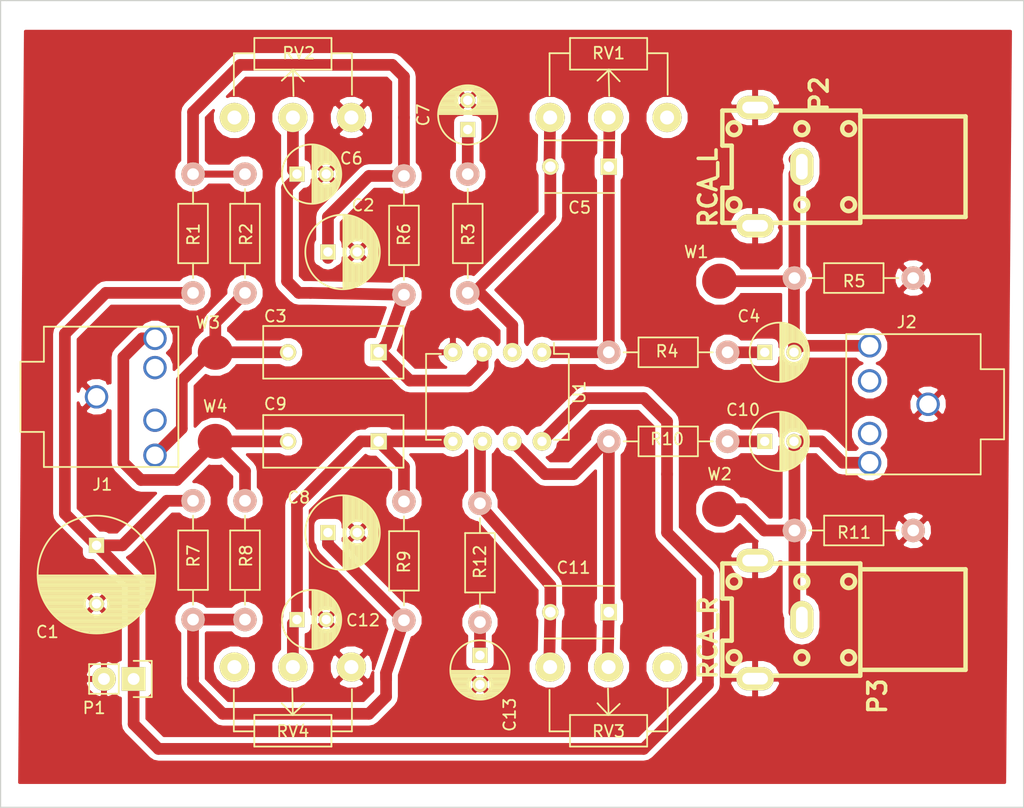
<source format=kicad_pcb>
(kicad_pcb (version 4) (host pcbnew 4.0.3-stable)

  (general
    (links 66)
    (no_connects 0)
    (area 107.849999 37.999999 195.680001 107.550001)
    (thickness 1.6)
    (drawings 9)
    (tracks 135)
    (zones 0)
    (modules 39)
    (nets 19)
  )

  (page A4)
  (layers
    (0 F.Cu signal)
    (31 B.Cu signal hide)
    (33 F.Adhes user)
    (35 F.Paste user)
    (37 F.SilkS user)
    (39 F.Mask user)
    (40 Dwgs.User user)
    (41 Cmts.User user)
    (42 Eco1.User user)
    (43 Eco2.User user)
    (44 Edge.Cuts user)
    (45 Margin user)
    (47 F.CrtYd user)
    (49 F.Fab user)
  )

  (setup
    (last_trace_width 1)
    (user_trace_width 0.6)
    (user_trace_width 1)
    (user_trace_width 1.5)
    (user_trace_width 2)
    (user_trace_width 3)
    (user_trace_width 5)
    (user_trace_width 6)
    (trace_clearance 0.254)
    (zone_clearance 0.508)
    (zone_45_only yes)
    (trace_min 0.3)
    (segment_width 0.2)
    (edge_width 0.1)
    (via_size 2)
    (via_drill 1.5)
    (via_min_size 1.5)
    (via_min_drill 1.5)
    (uvia_size 0.3)
    (uvia_drill 0.1)
    (uvias_allowed no)
    (uvia_min_size 0.2)
    (uvia_min_drill 0.1)
    (pcb_text_width 0.3)
    (pcb_text_size 1.5 1.5)
    (mod_edge_width 0.15)
    (mod_text_size 1 1)
    (mod_text_width 0.15)
    (pad_size 1.5 1.5)
    (pad_drill 0.6)
    (pad_to_mask_clearance 0)
    (aux_axis_origin 0 0)
    (grid_origin 113.5 48)
    (visible_elements 7FFFFFFF)
    (pcbplotparams
      (layerselection 0x010a0_00000001)
      (usegerberextensions false)
      (excludeedgelayer true)
      (linewidth 0.100000)
      (plotframeref false)
      (viasonmask false)
      (mode 1)
      (useauxorigin false)
      (hpglpennumber 1)
      (hpglpenspeed 20)
      (hpglpendiameter 15)
      (hpglpenoverlay 2)
      (psnegative false)
      (psa4output false)
      (plotreference true)
      (plotvalue false)
      (plotinvisibletext false)
      (padsonsilk false)
      (subtractmaskfromsilk false)
      (outputformat 1)
      (mirror false)
      (drillshape 0)
      (scaleselection 1)
      (outputdirectory ""))
  )

  (net 0 "")
  (net 1 +9V)
  (net 2 GND)
  (net 3 "Net-(C2-Pad1)")
  (net 4 "Net-(C3-Pad1)")
  (net 5 /L_IN)
  (net 6 "Net-(C4-Pad1)")
  (net 7 /L_OUT)
  (net 8 "Net-(C5-Pad1)")
  (net 9 "Net-(C5-Pad2)")
  (net 10 "Net-(C7-Pad1)")
  (net 11 "Net-(C8-Pad1)")
  (net 12 "Net-(C12-Pad1)")
  (net 13 /R_IN)
  (net 14 "Net-(C10-Pad1)")
  (net 15 /R_OUT)
  (net 16 "Net-(C11-Pad1)")
  (net 17 "Net-(C11-Pad2)")
  (net 18 "Net-(C13-Pad1)")

  (net_class Default "Esta é a classe de net default."
    (clearance 0.254)
    (trace_width 0.3)
    (via_dia 2)
    (via_drill 1.5)
    (uvia_dia 0.3)
    (uvia_drill 0.1)
    (add_net +9V)
    (add_net /L_IN)
    (add_net /L_OUT)
    (add_net /R_IN)
    (add_net /R_OUT)
    (add_net GND)
    (add_net "Net-(C10-Pad1)")
    (add_net "Net-(C11-Pad1)")
    (add_net "Net-(C11-Pad2)")
    (add_net "Net-(C12-Pad1)")
    (add_net "Net-(C13-Pad1)")
    (add_net "Net-(C2-Pad1)")
    (add_net "Net-(C3-Pad1)")
    (add_net "Net-(C4-Pad1)")
    (add_net "Net-(C5-Pad1)")
    (add_net "Net-(C5-Pad2)")
    (add_net "Net-(C7-Pad1)")
    (add_net "Net-(C8-Pad1)")
  )

  (module Capacitors_ThroughHole:C_Radial_D10_L20_P5 (layer F.Cu) (tedit 57FFCAF5) (tstamp 57F551AB)
    (at 116.205 85.09 270)
    (descr "Radial Electrolytic Capacitor Diameter 10mm x Length 20mm, Pitch 5mm")
    (tags "Electrolytic Capacitor")
    (path /57F1E9A9)
    (fp_text reference C1 (at 7.41 4.205 360) (layer F.SilkS)
      (effects (font (size 1 1) (thickness 0.15)))
    )
    (fp_text value 1000uF (at 2.5 6.3 270) (layer F.Fab)
      (effects (font (size 1 1) (thickness 0.15)))
    )
    (fp_line (start 2.575 -4.999) (end 2.575 4.999) (layer F.SilkS) (width 0.15))
    (fp_line (start 2.715 -4.995) (end 2.715 4.995) (layer F.SilkS) (width 0.15))
    (fp_line (start 2.855 -4.987) (end 2.855 4.987) (layer F.SilkS) (width 0.15))
    (fp_line (start 2.995 -4.975) (end 2.995 4.975) (layer F.SilkS) (width 0.15))
    (fp_line (start 3.135 -4.96) (end 3.135 4.96) (layer F.SilkS) (width 0.15))
    (fp_line (start 3.275 -4.94) (end 3.275 4.94) (layer F.SilkS) (width 0.15))
    (fp_line (start 3.415 -4.916) (end 3.415 4.916) (layer F.SilkS) (width 0.15))
    (fp_line (start 3.555 -4.887) (end 3.555 4.887) (layer F.SilkS) (width 0.15))
    (fp_line (start 3.695 -4.855) (end 3.695 4.855) (layer F.SilkS) (width 0.15))
    (fp_line (start 3.835 -4.818) (end 3.835 4.818) (layer F.SilkS) (width 0.15))
    (fp_line (start 3.975 -4.777) (end 3.975 4.777) (layer F.SilkS) (width 0.15))
    (fp_line (start 4.115 -4.732) (end 4.115 -0.466) (layer F.SilkS) (width 0.15))
    (fp_line (start 4.115 0.466) (end 4.115 4.732) (layer F.SilkS) (width 0.15))
    (fp_line (start 4.255 -4.682) (end 4.255 -0.667) (layer F.SilkS) (width 0.15))
    (fp_line (start 4.255 0.667) (end 4.255 4.682) (layer F.SilkS) (width 0.15))
    (fp_line (start 4.395 -4.627) (end 4.395 -0.796) (layer F.SilkS) (width 0.15))
    (fp_line (start 4.395 0.796) (end 4.395 4.627) (layer F.SilkS) (width 0.15))
    (fp_line (start 4.535 -4.567) (end 4.535 -0.885) (layer F.SilkS) (width 0.15))
    (fp_line (start 4.535 0.885) (end 4.535 4.567) (layer F.SilkS) (width 0.15))
    (fp_line (start 4.675 -4.502) (end 4.675 -0.946) (layer F.SilkS) (width 0.15))
    (fp_line (start 4.675 0.946) (end 4.675 4.502) (layer F.SilkS) (width 0.15))
    (fp_line (start 4.815 -4.432) (end 4.815 -0.983) (layer F.SilkS) (width 0.15))
    (fp_line (start 4.815 0.983) (end 4.815 4.432) (layer F.SilkS) (width 0.15))
    (fp_line (start 4.955 -4.356) (end 4.955 -0.999) (layer F.SilkS) (width 0.15))
    (fp_line (start 4.955 0.999) (end 4.955 4.356) (layer F.SilkS) (width 0.15))
    (fp_line (start 5.095 -4.274) (end 5.095 -0.995) (layer F.SilkS) (width 0.15))
    (fp_line (start 5.095 0.995) (end 5.095 4.274) (layer F.SilkS) (width 0.15))
    (fp_line (start 5.235 -4.186) (end 5.235 -0.972) (layer F.SilkS) (width 0.15))
    (fp_line (start 5.235 0.972) (end 5.235 4.186) (layer F.SilkS) (width 0.15))
    (fp_line (start 5.375 -4.091) (end 5.375 -0.927) (layer F.SilkS) (width 0.15))
    (fp_line (start 5.375 0.927) (end 5.375 4.091) (layer F.SilkS) (width 0.15))
    (fp_line (start 5.515 -3.989) (end 5.515 -0.857) (layer F.SilkS) (width 0.15))
    (fp_line (start 5.515 0.857) (end 5.515 3.989) (layer F.SilkS) (width 0.15))
    (fp_line (start 5.655 -3.879) (end 5.655 -0.756) (layer F.SilkS) (width 0.15))
    (fp_line (start 5.655 0.756) (end 5.655 3.879) (layer F.SilkS) (width 0.15))
    (fp_line (start 5.795 -3.761) (end 5.795 -0.607) (layer F.SilkS) (width 0.15))
    (fp_line (start 5.795 0.607) (end 5.795 3.761) (layer F.SilkS) (width 0.15))
    (fp_line (start 5.935 -3.633) (end 5.935 -0.355) (layer F.SilkS) (width 0.15))
    (fp_line (start 5.935 0.355) (end 5.935 3.633) (layer F.SilkS) (width 0.15))
    (fp_line (start 6.075 -3.496) (end 6.075 3.496) (layer F.SilkS) (width 0.15))
    (fp_line (start 6.215 -3.346) (end 6.215 3.346) (layer F.SilkS) (width 0.15))
    (fp_line (start 6.355 -3.184) (end 6.355 3.184) (layer F.SilkS) (width 0.15))
    (fp_line (start 6.495 -3.007) (end 6.495 3.007) (layer F.SilkS) (width 0.15))
    (fp_line (start 6.635 -2.811) (end 6.635 2.811) (layer F.SilkS) (width 0.15))
    (fp_line (start 6.775 -2.593) (end 6.775 2.593) (layer F.SilkS) (width 0.15))
    (fp_line (start 6.915 -2.347) (end 6.915 2.347) (layer F.SilkS) (width 0.15))
    (fp_line (start 7.055 -2.062) (end 7.055 2.062) (layer F.SilkS) (width 0.15))
    (fp_line (start 7.195 -1.72) (end 7.195 1.72) (layer F.SilkS) (width 0.15))
    (fp_line (start 7.335 -1.274) (end 7.335 1.274) (layer F.SilkS) (width 0.15))
    (fp_line (start 7.475 -0.499) (end 7.475 0.499) (layer F.SilkS) (width 0.15))
    (fp_circle (center 5 0) (end 5 -1) (layer F.SilkS) (width 0.15))
    (fp_circle (center 2.5 0) (end 2.5 -5.0375) (layer F.SilkS) (width 0.15))
    (fp_circle (center 2.5 0) (end 2.5 -5.3) (layer F.CrtYd) (width 0.05))
    (pad 1 thru_hole rect (at 0 0 270) (size 1.3 1.3) (drill 0.8) (layers *.Cu *.Mask F.SilkS)
      (net 1 +9V))
    (pad 2 thru_hole circle (at 5 0 270) (size 1.3 1.3) (drill 0.8) (layers *.Cu *.Mask F.SilkS)
      (net 2 GND))
    (model Capacitors_ThroughHole.3dshapes/C_Radial_D10_L20_P5.wrl
      (at (xyz 0 0 0))
      (scale (xyz 1 1 1))
      (rotate (xyz 0 0 0))
    )
  )

  (module Capacitors_ThroughHole:C_Radial_D6.3_L11.2_P2.5 (layer F.Cu) (tedit 57FFCAE0) (tstamp 57F551B1)
    (at 136 60)
    (descr "Radial Electrolytic Capacitor, Diameter 6.3mm x Length 11.2mm, Pitch 2.5mm")
    (tags "Electrolytic Capacitor")
    (path /57F1E687)
    (fp_text reference C2 (at 3 -4) (layer F.SilkS)
      (effects (font (size 1 1) (thickness 0.15)))
    )
    (fp_text value 100uF (at 1.25 4.4) (layer F.Fab)
      (effects (font (size 1 1) (thickness 0.15)))
    )
    (fp_line (start 1.325 -3.149) (end 1.325 3.149) (layer F.SilkS) (width 0.15))
    (fp_line (start 1.465 -3.143) (end 1.465 3.143) (layer F.SilkS) (width 0.15))
    (fp_line (start 1.605 -3.13) (end 1.605 -0.446) (layer F.SilkS) (width 0.15))
    (fp_line (start 1.605 0.446) (end 1.605 3.13) (layer F.SilkS) (width 0.15))
    (fp_line (start 1.745 -3.111) (end 1.745 -0.656) (layer F.SilkS) (width 0.15))
    (fp_line (start 1.745 0.656) (end 1.745 3.111) (layer F.SilkS) (width 0.15))
    (fp_line (start 1.885 -3.085) (end 1.885 -0.789) (layer F.SilkS) (width 0.15))
    (fp_line (start 1.885 0.789) (end 1.885 3.085) (layer F.SilkS) (width 0.15))
    (fp_line (start 2.025 -3.053) (end 2.025 -0.88) (layer F.SilkS) (width 0.15))
    (fp_line (start 2.025 0.88) (end 2.025 3.053) (layer F.SilkS) (width 0.15))
    (fp_line (start 2.165 -3.014) (end 2.165 -0.942) (layer F.SilkS) (width 0.15))
    (fp_line (start 2.165 0.942) (end 2.165 3.014) (layer F.SilkS) (width 0.15))
    (fp_line (start 2.305 -2.968) (end 2.305 -0.981) (layer F.SilkS) (width 0.15))
    (fp_line (start 2.305 0.981) (end 2.305 2.968) (layer F.SilkS) (width 0.15))
    (fp_line (start 2.445 -2.915) (end 2.445 -0.998) (layer F.SilkS) (width 0.15))
    (fp_line (start 2.445 0.998) (end 2.445 2.915) (layer F.SilkS) (width 0.15))
    (fp_line (start 2.585 -2.853) (end 2.585 -0.996) (layer F.SilkS) (width 0.15))
    (fp_line (start 2.585 0.996) (end 2.585 2.853) (layer F.SilkS) (width 0.15))
    (fp_line (start 2.725 -2.783) (end 2.725 -0.974) (layer F.SilkS) (width 0.15))
    (fp_line (start 2.725 0.974) (end 2.725 2.783) (layer F.SilkS) (width 0.15))
    (fp_line (start 2.865 -2.704) (end 2.865 -0.931) (layer F.SilkS) (width 0.15))
    (fp_line (start 2.865 0.931) (end 2.865 2.704) (layer F.SilkS) (width 0.15))
    (fp_line (start 3.005 -2.616) (end 3.005 -0.863) (layer F.SilkS) (width 0.15))
    (fp_line (start 3.005 0.863) (end 3.005 2.616) (layer F.SilkS) (width 0.15))
    (fp_line (start 3.145 -2.516) (end 3.145 -0.764) (layer F.SilkS) (width 0.15))
    (fp_line (start 3.145 0.764) (end 3.145 2.516) (layer F.SilkS) (width 0.15))
    (fp_line (start 3.285 -2.404) (end 3.285 -0.619) (layer F.SilkS) (width 0.15))
    (fp_line (start 3.285 0.619) (end 3.285 2.404) (layer F.SilkS) (width 0.15))
    (fp_line (start 3.425 -2.279) (end 3.425 -0.38) (layer F.SilkS) (width 0.15))
    (fp_line (start 3.425 0.38) (end 3.425 2.279) (layer F.SilkS) (width 0.15))
    (fp_line (start 3.565 -2.136) (end 3.565 2.136) (layer F.SilkS) (width 0.15))
    (fp_line (start 3.705 -1.974) (end 3.705 1.974) (layer F.SilkS) (width 0.15))
    (fp_line (start 3.845 -1.786) (end 3.845 1.786) (layer F.SilkS) (width 0.15))
    (fp_line (start 3.985 -1.563) (end 3.985 1.563) (layer F.SilkS) (width 0.15))
    (fp_line (start 4.125 -1.287) (end 4.125 1.287) (layer F.SilkS) (width 0.15))
    (fp_line (start 4.265 -0.912) (end 4.265 0.912) (layer F.SilkS) (width 0.15))
    (fp_circle (center 2.5 0) (end 2.5 -1) (layer F.SilkS) (width 0.15))
    (fp_circle (center 1.25 0) (end 1.25 -3.1875) (layer F.SilkS) (width 0.15))
    (fp_circle (center 1.25 0) (end 1.25 -3.4) (layer F.CrtYd) (width 0.05))
    (pad 2 thru_hole circle (at 2.5 0) (size 1.3 1.3) (drill 0.8) (layers *.Cu *.Mask F.SilkS)
      (net 2 GND))
    (pad 1 thru_hole rect (at 0 0) (size 1.3 1.3) (drill 0.8) (layers *.Cu *.Mask F.SilkS)
      (net 3 "Net-(C2-Pad1)"))
    (model Capacitors_ThroughHole.3dshapes/C_Radial_D6.3_L11.2_P2.5.wrl
      (at (xyz 0 0 0))
      (scale (xyz 1 1 1))
      (rotate (xyz 0 0 0))
    )
  )

  (module Capacitors_ThroughHole:C_Disc_D12_P7.75 (layer F.Cu) (tedit 57FFCB15) (tstamp 57F551B7)
    (at 140.335 68.58 180)
    (descr "Capacitor 12mm Disc, Pitch 7.75mm")
    (tags Capacitor)
    (path /57F1E913)
    (fp_text reference C3 (at 8.835 3.08 180) (layer F.SilkS)
      (effects (font (size 1 1) (thickness 0.15)))
    )
    (fp_text value 100nF (at 3.875 3.5 180) (layer F.Fab)
      (effects (font (size 1 1) (thickness 0.15)))
    )
    (fp_line (start -2.375 -2.5) (end 10.125 -2.5) (layer F.CrtYd) (width 0.05))
    (fp_line (start 10.125 -2.5) (end 10.125 2.5) (layer F.CrtYd) (width 0.05))
    (fp_line (start 10.125 2.5) (end -2.375 2.5) (layer F.CrtYd) (width 0.05))
    (fp_line (start -2.375 2.5) (end -2.375 -2.5) (layer F.CrtYd) (width 0.05))
    (fp_line (start -2.125 -2.25) (end 9.875 -2.25) (layer F.SilkS) (width 0.15))
    (fp_line (start 9.875 -2.25) (end 9.875 2.25) (layer F.SilkS) (width 0.15))
    (fp_line (start 9.875 2.25) (end -2.125 2.25) (layer F.SilkS) (width 0.15))
    (fp_line (start -2.125 2.25) (end -2.125 -2.25) (layer F.SilkS) (width 0.15))
    (pad 1 thru_hole rect (at 0 0 180) (size 1.4 1.4) (drill 0.9) (layers *.Cu *.Mask F.SilkS)
      (net 4 "Net-(C3-Pad1)"))
    (pad 2 thru_hole circle (at 7.75 0 180) (size 1.4 1.4) (drill 0.9) (layers *.Cu *.Mask F.SilkS)
      (net 5 /L_IN))
    (model Capacitors_ThroughHole.3dshapes/C_Disc_D12_P7.75.wrl
      (at (xyz 0.15255906 0 0))
      (scale (xyz 1 1 1))
      (rotate (xyz 0 0 0))
    )
  )

  (module Capacitors_ThroughHole:C_Radial_D5_L11_P2.5 (layer F.Cu) (tedit 57FFCA75) (tstamp 57F551BD)
    (at 173.355 68.58)
    (descr "Radial Electrolytic Capacitor Diameter 5mm x Length 11mm, Pitch 2.5mm")
    (tags "Electrolytic Capacitor")
    (path /57F6051D)
    (fp_text reference C4 (at -1.355 -3.08) (layer F.SilkS)
      (effects (font (size 1 1) (thickness 0.15)))
    )
    (fp_text value 2u2F (at 1.25 3.8) (layer F.Fab)
      (effects (font (size 1 1) (thickness 0.15)))
    )
    (fp_line (start 1.325 -2.499) (end 1.325 2.499) (layer F.SilkS) (width 0.15))
    (fp_line (start 1.465 -2.491) (end 1.465 2.491) (layer F.SilkS) (width 0.15))
    (fp_line (start 1.605 -2.475) (end 1.605 -0.095) (layer F.SilkS) (width 0.15))
    (fp_line (start 1.605 0.095) (end 1.605 2.475) (layer F.SilkS) (width 0.15))
    (fp_line (start 1.745 -2.451) (end 1.745 -0.49) (layer F.SilkS) (width 0.15))
    (fp_line (start 1.745 0.49) (end 1.745 2.451) (layer F.SilkS) (width 0.15))
    (fp_line (start 1.885 -2.418) (end 1.885 -0.657) (layer F.SilkS) (width 0.15))
    (fp_line (start 1.885 0.657) (end 1.885 2.418) (layer F.SilkS) (width 0.15))
    (fp_line (start 2.025 -2.377) (end 2.025 -0.764) (layer F.SilkS) (width 0.15))
    (fp_line (start 2.025 0.764) (end 2.025 2.377) (layer F.SilkS) (width 0.15))
    (fp_line (start 2.165 -2.327) (end 2.165 -0.835) (layer F.SilkS) (width 0.15))
    (fp_line (start 2.165 0.835) (end 2.165 2.327) (layer F.SilkS) (width 0.15))
    (fp_line (start 2.305 -2.266) (end 2.305 -0.879) (layer F.SilkS) (width 0.15))
    (fp_line (start 2.305 0.879) (end 2.305 2.266) (layer F.SilkS) (width 0.15))
    (fp_line (start 2.445 -2.196) (end 2.445 -0.898) (layer F.SilkS) (width 0.15))
    (fp_line (start 2.445 0.898) (end 2.445 2.196) (layer F.SilkS) (width 0.15))
    (fp_line (start 2.585 -2.114) (end 2.585 -0.896) (layer F.SilkS) (width 0.15))
    (fp_line (start 2.585 0.896) (end 2.585 2.114) (layer F.SilkS) (width 0.15))
    (fp_line (start 2.725 -2.019) (end 2.725 -0.871) (layer F.SilkS) (width 0.15))
    (fp_line (start 2.725 0.871) (end 2.725 2.019) (layer F.SilkS) (width 0.15))
    (fp_line (start 2.865 -1.908) (end 2.865 -0.823) (layer F.SilkS) (width 0.15))
    (fp_line (start 2.865 0.823) (end 2.865 1.908) (layer F.SilkS) (width 0.15))
    (fp_line (start 3.005 -1.78) (end 3.005 -0.745) (layer F.SilkS) (width 0.15))
    (fp_line (start 3.005 0.745) (end 3.005 1.78) (layer F.SilkS) (width 0.15))
    (fp_line (start 3.145 -1.631) (end 3.145 -0.628) (layer F.SilkS) (width 0.15))
    (fp_line (start 3.145 0.628) (end 3.145 1.631) (layer F.SilkS) (width 0.15))
    (fp_line (start 3.285 -1.452) (end 3.285 -0.44) (layer F.SilkS) (width 0.15))
    (fp_line (start 3.285 0.44) (end 3.285 1.452) (layer F.SilkS) (width 0.15))
    (fp_line (start 3.425 -1.233) (end 3.425 1.233) (layer F.SilkS) (width 0.15))
    (fp_line (start 3.565 -0.944) (end 3.565 0.944) (layer F.SilkS) (width 0.15))
    (fp_line (start 3.705 -0.472) (end 3.705 0.472) (layer F.SilkS) (width 0.15))
    (fp_circle (center 2.5 0) (end 2.5 -0.9) (layer F.SilkS) (width 0.15))
    (fp_circle (center 1.25 0) (end 1.25 -2.5375) (layer F.SilkS) (width 0.15))
    (fp_circle (center 1.25 0) (end 1.25 -2.8) (layer F.CrtYd) (width 0.05))
    (pad 1 thru_hole rect (at 0 0) (size 1.3 1.3) (drill 0.8) (layers *.Cu *.Mask F.SilkS)
      (net 6 "Net-(C4-Pad1)"))
    (pad 2 thru_hole circle (at 2.5 0) (size 1.3 1.3) (drill 0.8) (layers *.Cu *.Mask F.SilkS)
      (net 7 /L_OUT))
    (model Capacitors_ThroughHole.3dshapes/C_Radial_D5_L11_P2.5.wrl
      (at (xyz 0.049213 0 0))
      (scale (xyz 1 1 1))
      (rotate (xyz 0 0 90))
    )
  )

  (module Capacitors_ThroughHole:C_Disc_D6_P5 (layer F.Cu) (tedit 0) (tstamp 57F551C3)
    (at 160.02 52.705 180)
    (descr "Capacitor 6mm Disc, Pitch 5mm")
    (tags Capacitor)
    (path /57F590E0)
    (fp_text reference C5 (at 2.5 -3.5 180) (layer F.SilkS)
      (effects (font (size 1 1) (thickness 0.15)))
    )
    (fp_text value 10pF (at 2.5 3.5 180) (layer F.Fab)
      (effects (font (size 1 1) (thickness 0.15)))
    )
    (fp_line (start -0.95 -2.5) (end 5.95 -2.5) (layer F.CrtYd) (width 0.05))
    (fp_line (start 5.95 -2.5) (end 5.95 2.5) (layer F.CrtYd) (width 0.05))
    (fp_line (start 5.95 2.5) (end -0.95 2.5) (layer F.CrtYd) (width 0.05))
    (fp_line (start -0.95 2.5) (end -0.95 -2.5) (layer F.CrtYd) (width 0.05))
    (fp_line (start -0.5 -2.25) (end 5.5 -2.25) (layer F.SilkS) (width 0.15))
    (fp_line (start 5.5 2.25) (end -0.5 2.25) (layer F.SilkS) (width 0.15))
    (pad 1 thru_hole rect (at 0 0 180) (size 1.4 1.4) (drill 0.9) (layers *.Cu *.Mask F.SilkS)
      (net 8 "Net-(C5-Pad1)"))
    (pad 2 thru_hole circle (at 5 0 180) (size 1.4 1.4) (drill 0.9) (layers *.Cu *.Mask F.SilkS)
      (net 9 "Net-(C5-Pad2)"))
    (model Capacitors_ThroughHole.3dshapes/C_Disc_D6_P5.wrl
      (at (xyz 0.0984252 0 0))
      (scale (xyz 1 1 1))
      (rotate (xyz 0 0 0))
    )
  )

  (module Capacitors_ThroughHole:C_Radial_D5_L11_P2.5 (layer F.Cu) (tedit 57FFCAE4) (tstamp 57F551C9)
    (at 133.35 53.34)
    (descr "Radial Electrolytic Capacitor Diameter 5mm x Length 11mm, Pitch 2.5mm")
    (tags "Electrolytic Capacitor")
    (path /57F524EC)
    (fp_text reference C6 (at 4.65 -1.34) (layer F.SilkS)
      (effects (font (size 1 1) (thickness 0.15)))
    )
    (fp_text value 2u2F (at 1.25 3.8) (layer F.Fab)
      (effects (font (size 1 1) (thickness 0.15)))
    )
    (fp_line (start 1.325 -2.499) (end 1.325 2.499) (layer F.SilkS) (width 0.15))
    (fp_line (start 1.465 -2.491) (end 1.465 2.491) (layer F.SilkS) (width 0.15))
    (fp_line (start 1.605 -2.475) (end 1.605 -0.095) (layer F.SilkS) (width 0.15))
    (fp_line (start 1.605 0.095) (end 1.605 2.475) (layer F.SilkS) (width 0.15))
    (fp_line (start 1.745 -2.451) (end 1.745 -0.49) (layer F.SilkS) (width 0.15))
    (fp_line (start 1.745 0.49) (end 1.745 2.451) (layer F.SilkS) (width 0.15))
    (fp_line (start 1.885 -2.418) (end 1.885 -0.657) (layer F.SilkS) (width 0.15))
    (fp_line (start 1.885 0.657) (end 1.885 2.418) (layer F.SilkS) (width 0.15))
    (fp_line (start 2.025 -2.377) (end 2.025 -0.764) (layer F.SilkS) (width 0.15))
    (fp_line (start 2.025 0.764) (end 2.025 2.377) (layer F.SilkS) (width 0.15))
    (fp_line (start 2.165 -2.327) (end 2.165 -0.835) (layer F.SilkS) (width 0.15))
    (fp_line (start 2.165 0.835) (end 2.165 2.327) (layer F.SilkS) (width 0.15))
    (fp_line (start 2.305 -2.266) (end 2.305 -0.879) (layer F.SilkS) (width 0.15))
    (fp_line (start 2.305 0.879) (end 2.305 2.266) (layer F.SilkS) (width 0.15))
    (fp_line (start 2.445 -2.196) (end 2.445 -0.898) (layer F.SilkS) (width 0.15))
    (fp_line (start 2.445 0.898) (end 2.445 2.196) (layer F.SilkS) (width 0.15))
    (fp_line (start 2.585 -2.114) (end 2.585 -0.896) (layer F.SilkS) (width 0.15))
    (fp_line (start 2.585 0.896) (end 2.585 2.114) (layer F.SilkS) (width 0.15))
    (fp_line (start 2.725 -2.019) (end 2.725 -0.871) (layer F.SilkS) (width 0.15))
    (fp_line (start 2.725 0.871) (end 2.725 2.019) (layer F.SilkS) (width 0.15))
    (fp_line (start 2.865 -1.908) (end 2.865 -0.823) (layer F.SilkS) (width 0.15))
    (fp_line (start 2.865 0.823) (end 2.865 1.908) (layer F.SilkS) (width 0.15))
    (fp_line (start 3.005 -1.78) (end 3.005 -0.745) (layer F.SilkS) (width 0.15))
    (fp_line (start 3.005 0.745) (end 3.005 1.78) (layer F.SilkS) (width 0.15))
    (fp_line (start 3.145 -1.631) (end 3.145 -0.628) (layer F.SilkS) (width 0.15))
    (fp_line (start 3.145 0.628) (end 3.145 1.631) (layer F.SilkS) (width 0.15))
    (fp_line (start 3.285 -1.452) (end 3.285 -0.44) (layer F.SilkS) (width 0.15))
    (fp_line (start 3.285 0.44) (end 3.285 1.452) (layer F.SilkS) (width 0.15))
    (fp_line (start 3.425 -1.233) (end 3.425 1.233) (layer F.SilkS) (width 0.15))
    (fp_line (start 3.565 -0.944) (end 3.565 0.944) (layer F.SilkS) (width 0.15))
    (fp_line (start 3.705 -0.472) (end 3.705 0.472) (layer F.SilkS) (width 0.15))
    (fp_circle (center 2.5 0) (end 2.5 -0.9) (layer F.SilkS) (width 0.15))
    (fp_circle (center 1.25 0) (end 1.25 -2.5375) (layer F.SilkS) (width 0.15))
    (fp_circle (center 1.25 0) (end 1.25 -2.8) (layer F.CrtYd) (width 0.05))
    (pad 1 thru_hole rect (at 0 0) (size 1.3 1.3) (drill 0.8) (layers *.Cu *.Mask F.SilkS)
      (net 4 "Net-(C3-Pad1)"))
    (pad 2 thru_hole circle (at 2.5 0) (size 1.3 1.3) (drill 0.8) (layers *.Cu *.Mask F.SilkS)
      (net 2 GND))
    (model Capacitors_ThroughHole.3dshapes/C_Radial_D5_L11_P2.5.wrl
      (at (xyz 0.049213 0 0))
      (scale (xyz 1 1 1))
      (rotate (xyz 0 0 90))
    )
  )

  (module Capacitors_ThroughHole:C_Radial_D5_L11_P2.5 (layer F.Cu) (tedit 0) (tstamp 57F551CF)
    (at 147.955 49.53 90)
    (descr "Radial Electrolytic Capacitor Diameter 5mm x Length 11mm, Pitch 2.5mm")
    (tags "Electrolytic Capacitor")
    (path /57F1F142)
    (fp_text reference C7 (at 1.25 -3.8 90) (layer F.SilkS)
      (effects (font (size 1 1) (thickness 0.15)))
    )
    (fp_text value 3u3F (at 1.25 3.8 90) (layer F.Fab)
      (effects (font (size 1 1) (thickness 0.15)))
    )
    (fp_line (start 1.325 -2.499) (end 1.325 2.499) (layer F.SilkS) (width 0.15))
    (fp_line (start 1.465 -2.491) (end 1.465 2.491) (layer F.SilkS) (width 0.15))
    (fp_line (start 1.605 -2.475) (end 1.605 -0.095) (layer F.SilkS) (width 0.15))
    (fp_line (start 1.605 0.095) (end 1.605 2.475) (layer F.SilkS) (width 0.15))
    (fp_line (start 1.745 -2.451) (end 1.745 -0.49) (layer F.SilkS) (width 0.15))
    (fp_line (start 1.745 0.49) (end 1.745 2.451) (layer F.SilkS) (width 0.15))
    (fp_line (start 1.885 -2.418) (end 1.885 -0.657) (layer F.SilkS) (width 0.15))
    (fp_line (start 1.885 0.657) (end 1.885 2.418) (layer F.SilkS) (width 0.15))
    (fp_line (start 2.025 -2.377) (end 2.025 -0.764) (layer F.SilkS) (width 0.15))
    (fp_line (start 2.025 0.764) (end 2.025 2.377) (layer F.SilkS) (width 0.15))
    (fp_line (start 2.165 -2.327) (end 2.165 -0.835) (layer F.SilkS) (width 0.15))
    (fp_line (start 2.165 0.835) (end 2.165 2.327) (layer F.SilkS) (width 0.15))
    (fp_line (start 2.305 -2.266) (end 2.305 -0.879) (layer F.SilkS) (width 0.15))
    (fp_line (start 2.305 0.879) (end 2.305 2.266) (layer F.SilkS) (width 0.15))
    (fp_line (start 2.445 -2.196) (end 2.445 -0.898) (layer F.SilkS) (width 0.15))
    (fp_line (start 2.445 0.898) (end 2.445 2.196) (layer F.SilkS) (width 0.15))
    (fp_line (start 2.585 -2.114) (end 2.585 -0.896) (layer F.SilkS) (width 0.15))
    (fp_line (start 2.585 0.896) (end 2.585 2.114) (layer F.SilkS) (width 0.15))
    (fp_line (start 2.725 -2.019) (end 2.725 -0.871) (layer F.SilkS) (width 0.15))
    (fp_line (start 2.725 0.871) (end 2.725 2.019) (layer F.SilkS) (width 0.15))
    (fp_line (start 2.865 -1.908) (end 2.865 -0.823) (layer F.SilkS) (width 0.15))
    (fp_line (start 2.865 0.823) (end 2.865 1.908) (layer F.SilkS) (width 0.15))
    (fp_line (start 3.005 -1.78) (end 3.005 -0.745) (layer F.SilkS) (width 0.15))
    (fp_line (start 3.005 0.745) (end 3.005 1.78) (layer F.SilkS) (width 0.15))
    (fp_line (start 3.145 -1.631) (end 3.145 -0.628) (layer F.SilkS) (width 0.15))
    (fp_line (start 3.145 0.628) (end 3.145 1.631) (layer F.SilkS) (width 0.15))
    (fp_line (start 3.285 -1.452) (end 3.285 -0.44) (layer F.SilkS) (width 0.15))
    (fp_line (start 3.285 0.44) (end 3.285 1.452) (layer F.SilkS) (width 0.15))
    (fp_line (start 3.425 -1.233) (end 3.425 1.233) (layer F.SilkS) (width 0.15))
    (fp_line (start 3.565 -0.944) (end 3.565 0.944) (layer F.SilkS) (width 0.15))
    (fp_line (start 3.705 -0.472) (end 3.705 0.472) (layer F.SilkS) (width 0.15))
    (fp_circle (center 2.5 0) (end 2.5 -0.9) (layer F.SilkS) (width 0.15))
    (fp_circle (center 1.25 0) (end 1.25 -2.5375) (layer F.SilkS) (width 0.15))
    (fp_circle (center 1.25 0) (end 1.25 -2.8) (layer F.CrtYd) (width 0.05))
    (pad 1 thru_hole rect (at 0 0 90) (size 1.3 1.3) (drill 0.8) (layers *.Cu *.Mask F.SilkS)
      (net 10 "Net-(C7-Pad1)"))
    (pad 2 thru_hole circle (at 2.5 0 90) (size 1.3 1.3) (drill 0.8) (layers *.Cu *.Mask F.SilkS)
      (net 2 GND))
    (model Capacitors_ThroughHole.3dshapes/C_Radial_D5_L11_P2.5.wrl
      (at (xyz 0.049213 0 0))
      (scale (xyz 1 1 1))
      (rotate (xyz 0 0 90))
    )
  )

  (module Capacitors_ThroughHole:C_Radial_D6.3_L11.2_P2.5 (layer F.Cu) (tedit 57FFCB87) (tstamp 57F551D5)
    (at 136 84)
    (descr "Radial Electrolytic Capacitor, Diameter 6.3mm x Length 11.2mm, Pitch 2.5mm")
    (tags "Electrolytic Capacitor")
    (path /57F46D47)
    (fp_text reference C8 (at -2.5 -3 180) (layer F.SilkS)
      (effects (font (size 1 1) (thickness 0.15)))
    )
    (fp_text value 100uF (at 1.25 4.4) (layer F.Fab)
      (effects (font (size 1 1) (thickness 0.15)))
    )
    (fp_line (start 1.325 -3.149) (end 1.325 3.149) (layer F.SilkS) (width 0.15))
    (fp_line (start 1.465 -3.143) (end 1.465 3.143) (layer F.SilkS) (width 0.15))
    (fp_line (start 1.605 -3.13) (end 1.605 -0.446) (layer F.SilkS) (width 0.15))
    (fp_line (start 1.605 0.446) (end 1.605 3.13) (layer F.SilkS) (width 0.15))
    (fp_line (start 1.745 -3.111) (end 1.745 -0.656) (layer F.SilkS) (width 0.15))
    (fp_line (start 1.745 0.656) (end 1.745 3.111) (layer F.SilkS) (width 0.15))
    (fp_line (start 1.885 -3.085) (end 1.885 -0.789) (layer F.SilkS) (width 0.15))
    (fp_line (start 1.885 0.789) (end 1.885 3.085) (layer F.SilkS) (width 0.15))
    (fp_line (start 2.025 -3.053) (end 2.025 -0.88) (layer F.SilkS) (width 0.15))
    (fp_line (start 2.025 0.88) (end 2.025 3.053) (layer F.SilkS) (width 0.15))
    (fp_line (start 2.165 -3.014) (end 2.165 -0.942) (layer F.SilkS) (width 0.15))
    (fp_line (start 2.165 0.942) (end 2.165 3.014) (layer F.SilkS) (width 0.15))
    (fp_line (start 2.305 -2.968) (end 2.305 -0.981) (layer F.SilkS) (width 0.15))
    (fp_line (start 2.305 0.981) (end 2.305 2.968) (layer F.SilkS) (width 0.15))
    (fp_line (start 2.445 -2.915) (end 2.445 -0.998) (layer F.SilkS) (width 0.15))
    (fp_line (start 2.445 0.998) (end 2.445 2.915) (layer F.SilkS) (width 0.15))
    (fp_line (start 2.585 -2.853) (end 2.585 -0.996) (layer F.SilkS) (width 0.15))
    (fp_line (start 2.585 0.996) (end 2.585 2.853) (layer F.SilkS) (width 0.15))
    (fp_line (start 2.725 -2.783) (end 2.725 -0.974) (layer F.SilkS) (width 0.15))
    (fp_line (start 2.725 0.974) (end 2.725 2.783) (layer F.SilkS) (width 0.15))
    (fp_line (start 2.865 -2.704) (end 2.865 -0.931) (layer F.SilkS) (width 0.15))
    (fp_line (start 2.865 0.931) (end 2.865 2.704) (layer F.SilkS) (width 0.15))
    (fp_line (start 3.005 -2.616) (end 3.005 -0.863) (layer F.SilkS) (width 0.15))
    (fp_line (start 3.005 0.863) (end 3.005 2.616) (layer F.SilkS) (width 0.15))
    (fp_line (start 3.145 -2.516) (end 3.145 -0.764) (layer F.SilkS) (width 0.15))
    (fp_line (start 3.145 0.764) (end 3.145 2.516) (layer F.SilkS) (width 0.15))
    (fp_line (start 3.285 -2.404) (end 3.285 -0.619) (layer F.SilkS) (width 0.15))
    (fp_line (start 3.285 0.619) (end 3.285 2.404) (layer F.SilkS) (width 0.15))
    (fp_line (start 3.425 -2.279) (end 3.425 -0.38) (layer F.SilkS) (width 0.15))
    (fp_line (start 3.425 0.38) (end 3.425 2.279) (layer F.SilkS) (width 0.15))
    (fp_line (start 3.565 -2.136) (end 3.565 2.136) (layer F.SilkS) (width 0.15))
    (fp_line (start 3.705 -1.974) (end 3.705 1.974) (layer F.SilkS) (width 0.15))
    (fp_line (start 3.845 -1.786) (end 3.845 1.786) (layer F.SilkS) (width 0.15))
    (fp_line (start 3.985 -1.563) (end 3.985 1.563) (layer F.SilkS) (width 0.15))
    (fp_line (start 4.125 -1.287) (end 4.125 1.287) (layer F.SilkS) (width 0.15))
    (fp_line (start 4.265 -0.912) (end 4.265 0.912) (layer F.SilkS) (width 0.15))
    (fp_circle (center 2.5 0) (end 2.5 -1) (layer F.SilkS) (width 0.15))
    (fp_circle (center 1.25 0) (end 1.25 -3.1875) (layer F.SilkS) (width 0.15))
    (fp_circle (center 1.25 0) (end 1.25 -3.4) (layer F.CrtYd) (width 0.05))
    (pad 2 thru_hole circle (at 2.5 0) (size 1.3 1.3) (drill 0.8) (layers *.Cu *.Mask F.SilkS)
      (net 2 GND))
    (pad 1 thru_hole rect (at 0 0) (size 1.3 1.3) (drill 0.8) (layers *.Cu *.Mask F.SilkS)
      (net 11 "Net-(C8-Pad1)"))
    (model Capacitors_ThroughHole.3dshapes/C_Radial_D6.3_L11.2_P2.5.wrl
      (at (xyz 0 0 0))
      (scale (xyz 1 1 1))
      (rotate (xyz 0 0 0))
    )
  )

  (module Capacitors_ThroughHole:C_Disc_D12_P7.75 (layer F.Cu) (tedit 57FFCB18) (tstamp 57F551DB)
    (at 140.335 76.2 180)
    (descr "Capacitor 12mm Disc, Pitch 7.75mm")
    (tags Capacitor)
    (path /57F46D55)
    (fp_text reference C9 (at 8.835 3.2 180) (layer F.SilkS)
      (effects (font (size 1 1) (thickness 0.15)))
    )
    (fp_text value 100nF (at 3.875 3.5 180) (layer F.Fab)
      (effects (font (size 1 1) (thickness 0.15)))
    )
    (fp_line (start -2.375 -2.5) (end 10.125 -2.5) (layer F.CrtYd) (width 0.05))
    (fp_line (start 10.125 -2.5) (end 10.125 2.5) (layer F.CrtYd) (width 0.05))
    (fp_line (start 10.125 2.5) (end -2.375 2.5) (layer F.CrtYd) (width 0.05))
    (fp_line (start -2.375 2.5) (end -2.375 -2.5) (layer F.CrtYd) (width 0.05))
    (fp_line (start -2.125 -2.25) (end 9.875 -2.25) (layer F.SilkS) (width 0.15))
    (fp_line (start 9.875 -2.25) (end 9.875 2.25) (layer F.SilkS) (width 0.15))
    (fp_line (start 9.875 2.25) (end -2.125 2.25) (layer F.SilkS) (width 0.15))
    (fp_line (start -2.125 2.25) (end -2.125 -2.25) (layer F.SilkS) (width 0.15))
    (pad 1 thru_hole rect (at 0 0 180) (size 1.4 1.4) (drill 0.9) (layers *.Cu *.Mask F.SilkS)
      (net 12 "Net-(C12-Pad1)"))
    (pad 2 thru_hole circle (at 7.75 0 180) (size 1.4 1.4) (drill 0.9) (layers *.Cu *.Mask F.SilkS)
      (net 13 /R_IN))
    (model Capacitors_ThroughHole.3dshapes/C_Disc_D12_P7.75.wrl
      (at (xyz 0.15255906 0 0))
      (scale (xyz 1 1 1))
      (rotate (xyz 0 0 0))
    )
  )

  (module Capacitors_ThroughHole:C_Radial_D5_L11_P2.5 (layer F.Cu) (tedit 57FFCA7A) (tstamp 57F551E1)
    (at 173.355 76.2)
    (descr "Radial Electrolytic Capacitor Diameter 5mm x Length 11mm, Pitch 2.5mm")
    (tags "Electrolytic Capacitor")
    (path /57F46DA1)
    (fp_text reference C10 (at -1.855 -2.7) (layer F.SilkS)
      (effects (font (size 1 1) (thickness 0.15)))
    )
    (fp_text value 2u2F (at 1.25 3.8) (layer F.Fab)
      (effects (font (size 1 1) (thickness 0.15)))
    )
    (fp_line (start 1.325 -2.499) (end 1.325 2.499) (layer F.SilkS) (width 0.15))
    (fp_line (start 1.465 -2.491) (end 1.465 2.491) (layer F.SilkS) (width 0.15))
    (fp_line (start 1.605 -2.475) (end 1.605 -0.095) (layer F.SilkS) (width 0.15))
    (fp_line (start 1.605 0.095) (end 1.605 2.475) (layer F.SilkS) (width 0.15))
    (fp_line (start 1.745 -2.451) (end 1.745 -0.49) (layer F.SilkS) (width 0.15))
    (fp_line (start 1.745 0.49) (end 1.745 2.451) (layer F.SilkS) (width 0.15))
    (fp_line (start 1.885 -2.418) (end 1.885 -0.657) (layer F.SilkS) (width 0.15))
    (fp_line (start 1.885 0.657) (end 1.885 2.418) (layer F.SilkS) (width 0.15))
    (fp_line (start 2.025 -2.377) (end 2.025 -0.764) (layer F.SilkS) (width 0.15))
    (fp_line (start 2.025 0.764) (end 2.025 2.377) (layer F.SilkS) (width 0.15))
    (fp_line (start 2.165 -2.327) (end 2.165 -0.835) (layer F.SilkS) (width 0.15))
    (fp_line (start 2.165 0.835) (end 2.165 2.327) (layer F.SilkS) (width 0.15))
    (fp_line (start 2.305 -2.266) (end 2.305 -0.879) (layer F.SilkS) (width 0.15))
    (fp_line (start 2.305 0.879) (end 2.305 2.266) (layer F.SilkS) (width 0.15))
    (fp_line (start 2.445 -2.196) (end 2.445 -0.898) (layer F.SilkS) (width 0.15))
    (fp_line (start 2.445 0.898) (end 2.445 2.196) (layer F.SilkS) (width 0.15))
    (fp_line (start 2.585 -2.114) (end 2.585 -0.896) (layer F.SilkS) (width 0.15))
    (fp_line (start 2.585 0.896) (end 2.585 2.114) (layer F.SilkS) (width 0.15))
    (fp_line (start 2.725 -2.019) (end 2.725 -0.871) (layer F.SilkS) (width 0.15))
    (fp_line (start 2.725 0.871) (end 2.725 2.019) (layer F.SilkS) (width 0.15))
    (fp_line (start 2.865 -1.908) (end 2.865 -0.823) (layer F.SilkS) (width 0.15))
    (fp_line (start 2.865 0.823) (end 2.865 1.908) (layer F.SilkS) (width 0.15))
    (fp_line (start 3.005 -1.78) (end 3.005 -0.745) (layer F.SilkS) (width 0.15))
    (fp_line (start 3.005 0.745) (end 3.005 1.78) (layer F.SilkS) (width 0.15))
    (fp_line (start 3.145 -1.631) (end 3.145 -0.628) (layer F.SilkS) (width 0.15))
    (fp_line (start 3.145 0.628) (end 3.145 1.631) (layer F.SilkS) (width 0.15))
    (fp_line (start 3.285 -1.452) (end 3.285 -0.44) (layer F.SilkS) (width 0.15))
    (fp_line (start 3.285 0.44) (end 3.285 1.452) (layer F.SilkS) (width 0.15))
    (fp_line (start 3.425 -1.233) (end 3.425 1.233) (layer F.SilkS) (width 0.15))
    (fp_line (start 3.565 -0.944) (end 3.565 0.944) (layer F.SilkS) (width 0.15))
    (fp_line (start 3.705 -0.472) (end 3.705 0.472) (layer F.SilkS) (width 0.15))
    (fp_circle (center 2.5 0) (end 2.5 -0.9) (layer F.SilkS) (width 0.15))
    (fp_circle (center 1.25 0) (end 1.25 -2.5375) (layer F.SilkS) (width 0.15))
    (fp_circle (center 1.25 0) (end 1.25 -2.8) (layer F.CrtYd) (width 0.05))
    (pad 1 thru_hole rect (at 0 0) (size 1.3 1.3) (drill 0.8) (layers *.Cu *.Mask F.SilkS)
      (net 14 "Net-(C10-Pad1)"))
    (pad 2 thru_hole circle (at 2.5 0) (size 1.3 1.3) (drill 0.8) (layers *.Cu *.Mask F.SilkS)
      (net 15 /R_OUT))
    (model Capacitors_ThroughHole.3dshapes/C_Radial_D5_L11_P2.5.wrl
      (at (xyz 0.049213 0 0))
      (scale (xyz 1 1 1))
      (rotate (xyz 0 0 90))
    )
  )

  (module Capacitors_ThroughHole:C_Disc_D6_P5 (layer F.Cu) (tedit 57FFCA9C) (tstamp 57F551E7)
    (at 160.02 90.805 180)
    (descr "Capacitor 6mm Disc, Pitch 5mm")
    (tags Capacitor)
    (path /57F58C59)
    (fp_text reference C11 (at 3.02 3.805 180) (layer F.SilkS)
      (effects (font (size 1 1) (thickness 0.15)))
    )
    (fp_text value 10pF (at -2.98 2.305 180) (layer F.Fab)
      (effects (font (size 1 1) (thickness 0.15)))
    )
    (fp_line (start -0.95 -2.5) (end 5.95 -2.5) (layer F.CrtYd) (width 0.05))
    (fp_line (start 5.95 -2.5) (end 5.95 2.5) (layer F.CrtYd) (width 0.05))
    (fp_line (start 5.95 2.5) (end -0.95 2.5) (layer F.CrtYd) (width 0.05))
    (fp_line (start -0.95 2.5) (end -0.95 -2.5) (layer F.CrtYd) (width 0.05))
    (fp_line (start -0.5 -2.25) (end 5.5 -2.25) (layer F.SilkS) (width 0.15))
    (fp_line (start 5.5 2.25) (end -0.5 2.25) (layer F.SilkS) (width 0.15))
    (pad 1 thru_hole rect (at 0 0 180) (size 1.4 1.4) (drill 0.9) (layers *.Cu *.Mask F.SilkS)
      (net 16 "Net-(C11-Pad1)"))
    (pad 2 thru_hole circle (at 5 0 180) (size 1.4 1.4) (drill 0.9) (layers *.Cu *.Mask F.SilkS)
      (net 17 "Net-(C11-Pad2)"))
    (model Capacitors_ThroughHole.3dshapes/C_Disc_D6_P5.wrl
      (at (xyz 0.0984252 0 0))
      (scale (xyz 1 1 1))
      (rotate (xyz 0 0 0))
    )
  )

  (module Capacitors_ThroughHole:C_Radial_D5_L11_P2.5 (layer F.Cu) (tedit 57FFCB01) (tstamp 57F551ED)
    (at 133.35 91.44)
    (descr "Radial Electrolytic Capacitor Diameter 5mm x Length 11mm, Pitch 2.5mm")
    (tags "Electrolytic Capacitor")
    (path /57F52DEB)
    (fp_text reference C12 (at 5.65 0.06) (layer F.SilkS)
      (effects (font (size 1 1) (thickness 0.15)))
    )
    (fp_text value 2u2F (at 1.25 3.8) (layer F.Fab)
      (effects (font (size 1 1) (thickness 0.15)))
    )
    (fp_line (start 1.325 -2.499) (end 1.325 2.499) (layer F.SilkS) (width 0.15))
    (fp_line (start 1.465 -2.491) (end 1.465 2.491) (layer F.SilkS) (width 0.15))
    (fp_line (start 1.605 -2.475) (end 1.605 -0.095) (layer F.SilkS) (width 0.15))
    (fp_line (start 1.605 0.095) (end 1.605 2.475) (layer F.SilkS) (width 0.15))
    (fp_line (start 1.745 -2.451) (end 1.745 -0.49) (layer F.SilkS) (width 0.15))
    (fp_line (start 1.745 0.49) (end 1.745 2.451) (layer F.SilkS) (width 0.15))
    (fp_line (start 1.885 -2.418) (end 1.885 -0.657) (layer F.SilkS) (width 0.15))
    (fp_line (start 1.885 0.657) (end 1.885 2.418) (layer F.SilkS) (width 0.15))
    (fp_line (start 2.025 -2.377) (end 2.025 -0.764) (layer F.SilkS) (width 0.15))
    (fp_line (start 2.025 0.764) (end 2.025 2.377) (layer F.SilkS) (width 0.15))
    (fp_line (start 2.165 -2.327) (end 2.165 -0.835) (layer F.SilkS) (width 0.15))
    (fp_line (start 2.165 0.835) (end 2.165 2.327) (layer F.SilkS) (width 0.15))
    (fp_line (start 2.305 -2.266) (end 2.305 -0.879) (layer F.SilkS) (width 0.15))
    (fp_line (start 2.305 0.879) (end 2.305 2.266) (layer F.SilkS) (width 0.15))
    (fp_line (start 2.445 -2.196) (end 2.445 -0.898) (layer F.SilkS) (width 0.15))
    (fp_line (start 2.445 0.898) (end 2.445 2.196) (layer F.SilkS) (width 0.15))
    (fp_line (start 2.585 -2.114) (end 2.585 -0.896) (layer F.SilkS) (width 0.15))
    (fp_line (start 2.585 0.896) (end 2.585 2.114) (layer F.SilkS) (width 0.15))
    (fp_line (start 2.725 -2.019) (end 2.725 -0.871) (layer F.SilkS) (width 0.15))
    (fp_line (start 2.725 0.871) (end 2.725 2.019) (layer F.SilkS) (width 0.15))
    (fp_line (start 2.865 -1.908) (end 2.865 -0.823) (layer F.SilkS) (width 0.15))
    (fp_line (start 2.865 0.823) (end 2.865 1.908) (layer F.SilkS) (width 0.15))
    (fp_line (start 3.005 -1.78) (end 3.005 -0.745) (layer F.SilkS) (width 0.15))
    (fp_line (start 3.005 0.745) (end 3.005 1.78) (layer F.SilkS) (width 0.15))
    (fp_line (start 3.145 -1.631) (end 3.145 -0.628) (layer F.SilkS) (width 0.15))
    (fp_line (start 3.145 0.628) (end 3.145 1.631) (layer F.SilkS) (width 0.15))
    (fp_line (start 3.285 -1.452) (end 3.285 -0.44) (layer F.SilkS) (width 0.15))
    (fp_line (start 3.285 0.44) (end 3.285 1.452) (layer F.SilkS) (width 0.15))
    (fp_line (start 3.425 -1.233) (end 3.425 1.233) (layer F.SilkS) (width 0.15))
    (fp_line (start 3.565 -0.944) (end 3.565 0.944) (layer F.SilkS) (width 0.15))
    (fp_line (start 3.705 -0.472) (end 3.705 0.472) (layer F.SilkS) (width 0.15))
    (fp_circle (center 2.5 0) (end 2.5 -0.9) (layer F.SilkS) (width 0.15))
    (fp_circle (center 1.25 0) (end 1.25 -2.5375) (layer F.SilkS) (width 0.15))
    (fp_circle (center 1.25 0) (end 1.25 -2.8) (layer F.CrtYd) (width 0.05))
    (pad 1 thru_hole rect (at 0 0) (size 1.3 1.3) (drill 0.8) (layers *.Cu *.Mask F.SilkS)
      (net 12 "Net-(C12-Pad1)"))
    (pad 2 thru_hole circle (at 2.5 0) (size 1.3 1.3) (drill 0.8) (layers *.Cu *.Mask F.SilkS)
      (net 2 GND))
    (model Capacitors_ThroughHole.3dshapes/C_Radial_D5_L11_P2.5.wrl
      (at (xyz 0.049213 0 0))
      (scale (xyz 1 1 1))
      (rotate (xyz 0 0 90))
    )
  )

  (module Capacitors_ThroughHole:C_Radial_D5_L11_P2.5 (layer F.Cu) (tedit 57F72906) (tstamp 57F551F3)
    (at 149 94.5 270)
    (descr "Radial Electrolytic Capacitor Diameter 5mm x Length 11mm, Pitch 2.5mm")
    (tags "Electrolytic Capacitor")
    (path /57F46D8B)
    (fp_text reference C13 (at 5.08 -2.54 270) (layer F.SilkS)
      (effects (font (size 1 1) (thickness 0.15)))
    )
    (fp_text value 3u3F (at 1.25 3.8 270) (layer F.Fab)
      (effects (font (size 1 1) (thickness 0.15)))
    )
    (fp_line (start 1.325 -2.499) (end 1.325 2.499) (layer F.SilkS) (width 0.15))
    (fp_line (start 1.465 -2.491) (end 1.465 2.491) (layer F.SilkS) (width 0.15))
    (fp_line (start 1.605 -2.475) (end 1.605 -0.095) (layer F.SilkS) (width 0.15))
    (fp_line (start 1.605 0.095) (end 1.605 2.475) (layer F.SilkS) (width 0.15))
    (fp_line (start 1.745 -2.451) (end 1.745 -0.49) (layer F.SilkS) (width 0.15))
    (fp_line (start 1.745 0.49) (end 1.745 2.451) (layer F.SilkS) (width 0.15))
    (fp_line (start 1.885 -2.418) (end 1.885 -0.657) (layer F.SilkS) (width 0.15))
    (fp_line (start 1.885 0.657) (end 1.885 2.418) (layer F.SilkS) (width 0.15))
    (fp_line (start 2.025 -2.377) (end 2.025 -0.764) (layer F.SilkS) (width 0.15))
    (fp_line (start 2.025 0.764) (end 2.025 2.377) (layer F.SilkS) (width 0.15))
    (fp_line (start 2.165 -2.327) (end 2.165 -0.835) (layer F.SilkS) (width 0.15))
    (fp_line (start 2.165 0.835) (end 2.165 2.327) (layer F.SilkS) (width 0.15))
    (fp_line (start 2.305 -2.266) (end 2.305 -0.879) (layer F.SilkS) (width 0.15))
    (fp_line (start 2.305 0.879) (end 2.305 2.266) (layer F.SilkS) (width 0.15))
    (fp_line (start 2.445 -2.196) (end 2.445 -0.898) (layer F.SilkS) (width 0.15))
    (fp_line (start 2.445 0.898) (end 2.445 2.196) (layer F.SilkS) (width 0.15))
    (fp_line (start 2.585 -2.114) (end 2.585 -0.896) (layer F.SilkS) (width 0.15))
    (fp_line (start 2.585 0.896) (end 2.585 2.114) (layer F.SilkS) (width 0.15))
    (fp_line (start 2.725 -2.019) (end 2.725 -0.871) (layer F.SilkS) (width 0.15))
    (fp_line (start 2.725 0.871) (end 2.725 2.019) (layer F.SilkS) (width 0.15))
    (fp_line (start 2.865 -1.908) (end 2.865 -0.823) (layer F.SilkS) (width 0.15))
    (fp_line (start 2.865 0.823) (end 2.865 1.908) (layer F.SilkS) (width 0.15))
    (fp_line (start 3.005 -1.78) (end 3.005 -0.745) (layer F.SilkS) (width 0.15))
    (fp_line (start 3.005 0.745) (end 3.005 1.78) (layer F.SilkS) (width 0.15))
    (fp_line (start 3.145 -1.631) (end 3.145 -0.628) (layer F.SilkS) (width 0.15))
    (fp_line (start 3.145 0.628) (end 3.145 1.631) (layer F.SilkS) (width 0.15))
    (fp_line (start 3.285 -1.452) (end 3.285 -0.44) (layer F.SilkS) (width 0.15))
    (fp_line (start 3.285 0.44) (end 3.285 1.452) (layer F.SilkS) (width 0.15))
    (fp_line (start 3.425 -1.233) (end 3.425 1.233) (layer F.SilkS) (width 0.15))
    (fp_line (start 3.565 -0.944) (end 3.565 0.944) (layer F.SilkS) (width 0.15))
    (fp_line (start 3.705 -0.472) (end 3.705 0.472) (layer F.SilkS) (width 0.15))
    (fp_circle (center 2.5 0) (end 2.5 -0.9) (layer F.SilkS) (width 0.15))
    (fp_circle (center 1.25 0) (end 1.25 -2.5375) (layer F.SilkS) (width 0.15))
    (fp_circle (center 1.25 0) (end 1.25 -2.8) (layer F.CrtYd) (width 0.05))
    (pad 1 thru_hole rect (at 0 0 270) (size 1.3 1.3) (drill 0.8) (layers *.Cu *.Mask F.SilkS)
      (net 18 "Net-(C13-Pad1)"))
    (pad 2 thru_hole circle (at 2.5 0 270) (size 1.3 1.3) (drill 0.8) (layers *.Cu *.Mask F.SilkS)
      (net 2 GND))
    (model Capacitors_ThroughHole.3dshapes/C_Radial_D5_L11_P2.5.wrl
      (at (xyz 0.049213 0 0))
      (scale (xyz 1 1 1))
      (rotate (xyz 0 0 90))
    )
  )

  (module Pin_Headers:Pin_Header_Straight_1x02 (layer F.Cu) (tedit 57FFCAFA) (tstamp 57F5520D)
    (at 119.38 96.52 270)
    (descr "Through hole pin header")
    (tags "pin header")
    (path /57F72D64)
    (fp_text reference P1 (at 2.48 3.38 360) (layer F.SilkS)
      (effects (font (size 1 1) (thickness 0.15)))
    )
    (fp_text value CONN_01X02 (at 0 -3.1 270) (layer F.Fab)
      (effects (font (size 1 1) (thickness 0.15)))
    )
    (fp_line (start 1.27 1.27) (end 1.27 3.81) (layer F.SilkS) (width 0.15))
    (fp_line (start 1.55 -1.55) (end 1.55 0) (layer F.SilkS) (width 0.15))
    (fp_line (start -1.75 -1.75) (end -1.75 4.3) (layer F.CrtYd) (width 0.05))
    (fp_line (start 1.75 -1.75) (end 1.75 4.3) (layer F.CrtYd) (width 0.05))
    (fp_line (start -1.75 -1.75) (end 1.75 -1.75) (layer F.CrtYd) (width 0.05))
    (fp_line (start -1.75 4.3) (end 1.75 4.3) (layer F.CrtYd) (width 0.05))
    (fp_line (start 1.27 1.27) (end -1.27 1.27) (layer F.SilkS) (width 0.15))
    (fp_line (start -1.55 0) (end -1.55 -1.55) (layer F.SilkS) (width 0.15))
    (fp_line (start -1.55 -1.55) (end 1.55 -1.55) (layer F.SilkS) (width 0.15))
    (fp_line (start -1.27 1.27) (end -1.27 3.81) (layer F.SilkS) (width 0.15))
    (fp_line (start -1.27 3.81) (end 1.27 3.81) (layer F.SilkS) (width 0.15))
    (pad 1 thru_hole rect (at 0 0 270) (size 2.032 2.032) (drill 1.016) (layers *.Cu *.Mask F.SilkS)
      (net 1 +9V))
    (pad 2 thru_hole oval (at 0 2.54 270) (size 2.032 2.032) (drill 1.016) (layers *.Cu *.Mask F.SilkS)
      (net 2 GND))
    (model Pin_Headers.3dshapes/Pin_Header_Straight_1x02.wrl
      (at (xyz 0 -0.05 0))
      (scale (xyz 1 1 1))
      (rotate (xyz 0 0 90))
    )
  )

  (module w_conn_av:rca_white (layer F.Cu) (tedit 57FFCBAC) (tstamp 57F55214)
    (at 176.53 52.705 90)
    (descr "RCA Audio connector, white, Pro Signal p/n PSG01546")
    (tags "rca, audio")
    (path /57F58FAE)
    (fp_text reference P2 (at 6.205 1.47 90) (layer F.SilkS)
      (effects (font (thickness 0.3048)))
    )
    (fp_text value RCA_L (at -1.795 -8.03 90) (layer F.SilkS)
      (effects (font (thickness 0.3048)))
    )
    (fp_circle (center -3.2512 -5.79882) (end -3.79984 -5.79882) (layer F.SilkS) (width 0.381))
    (fp_circle (center 3.2512 -5.79882) (end 2.70002 -5.84962) (layer F.SilkS) (width 0.381))
    (fp_circle (center 3.2512 4.0005) (end 2.70002 4.04876) (layer F.SilkS) (width 0.381))
    (fp_circle (center -3.2512 4.0005) (end -3.79984 3.9497) (layer F.SilkS) (width 0.381))
    (fp_circle (center -3.2512 0) (end -3.79984 0) (layer F.SilkS) (width 0.381))
    (fp_circle (center 3.2512 0) (end 2.70002 -0.0508) (layer F.SilkS) (width 0.381))
    (fp_line (start -4.30022 5.00126) (end -4.30022 14.00048) (layer F.SilkS) (width 0.381))
    (fp_line (start -4.30022 14.00048) (end 4.30022 14.00048) (layer F.SilkS) (width 0.381))
    (fp_line (start 4.30022 14.00048) (end 4.30022 5.00126) (layer F.SilkS) (width 0.381))
    (fp_line (start 4.8006 -4.89966) (end 5.40004 -4.89966) (layer F.SilkS) (width 0.381))
    (fp_line (start 5.40004 -4.89966) (end 5.40004 -3.0988) (layer F.SilkS) (width 0.381))
    (fp_line (start 5.40004 -3.0988) (end 4.8006 -3.0988) (layer F.SilkS) (width 0.381))
    (fp_line (start -5.40004 -4.89966) (end -4.8006 -4.89966) (layer F.SilkS) (width 0.381))
    (fp_line (start -4.8006 -3.0988) (end -5.40004 -3.0988) (layer F.SilkS) (width 0.381))
    (fp_line (start -5.40004 -3.0988) (end -5.40004 -4.89966) (layer F.SilkS) (width 0.381))
    (fp_line (start -4.8006 -6.79958) (end -1.80086 -6.79958) (layer F.SilkS) (width 0.381))
    (fp_line (start -1.80086 -6.79958) (end -1.80086 -5.99948) (layer F.SilkS) (width 0.381))
    (fp_line (start -1.80086 -5.99948) (end 1.80086 -5.99948) (layer F.SilkS) (width 0.381))
    (fp_line (start 1.80086 -5.99948) (end 1.80086 -6.79958) (layer F.SilkS) (width 0.381))
    (fp_line (start 1.80086 -6.79958) (end 4.8006 -6.79958) (layer F.SilkS) (width 0.381))
    (fp_line (start 4.8006 5.00126) (end -4.8006 5.00126) (layer F.SilkS) (width 0.381))
    (fp_line (start -4.8006 4.99872) (end -4.8006 -6.80212) (layer F.SilkS) (width 0.381))
    (fp_line (start 4.8006 -6.79958) (end 4.8006 5.00126) (layer F.SilkS) (width 0.381))
    (pad 2 thru_hole oval (at 5.0546 -3.99796 90) (size 1.99898 3.19786) (drill oval 0.99568 2.1971) (layers *.Cu *.Mask F.SilkS)
      (net 2 GND))
    (pad 1 thru_hole oval (at 0 0 90) (size 3.19786 1.99898) (drill oval 2.1971 0.99568) (layers *.Cu *.Mask F.SilkS)
      (net 7 /L_OUT))
    (pad 2 thru_hole oval (at -5.0546 -3.99796 90) (size 1.99898 3.19786) (drill oval 0.99568 2.1971) (layers *.Cu *.Mask F.SilkS)
      (net 2 GND))
    (model walter/conn_av/rca_white.wrl
      (at (xyz 0 0 0))
      (scale (xyz 1 1 1))
      (rotate (xyz 0 0 0))
    )
  )

  (module w_conn_av:rca_red (layer F.Cu) (tedit 57FFCBAE) (tstamp 57F5521B)
    (at 176.53 91.44 90)
    (descr "RCA Audio connector, red, Pro Signal p/n PSG01545")
    (tags "rca, audio")
    (path /57F590E9)
    (fp_text reference P3 (at -6.56 6.47 90) (layer F.SilkS)
      (effects (font (thickness 0.3048)))
    )
    (fp_text value RCA_R (at -1.56 -8.03 90) (layer F.SilkS)
      (effects (font (thickness 0.3048)))
    )
    (fp_circle (center -3.2512 -5.79882) (end -3.79984 -5.79882) (layer F.SilkS) (width 0.381))
    (fp_circle (center 3.2512 -5.79882) (end 2.70002 -5.84962) (layer F.SilkS) (width 0.381))
    (fp_circle (center 3.2512 4.0005) (end 2.70002 4.04876) (layer F.SilkS) (width 0.381))
    (fp_circle (center -3.2512 4.0005) (end -3.79984 3.9497) (layer F.SilkS) (width 0.381))
    (fp_circle (center -3.2512 0) (end -3.79984 0) (layer F.SilkS) (width 0.381))
    (fp_circle (center 3.2512 0) (end 2.70002 -0.0508) (layer F.SilkS) (width 0.381))
    (fp_line (start -4.30022 5.00126) (end -4.30022 14.00048) (layer F.SilkS) (width 0.381))
    (fp_line (start -4.30022 14.00048) (end 4.30022 14.00048) (layer F.SilkS) (width 0.381))
    (fp_line (start 4.30022 14.00048) (end 4.30022 5.00126) (layer F.SilkS) (width 0.381))
    (fp_line (start 4.8006 -4.89966) (end 5.40004 -4.89966) (layer F.SilkS) (width 0.381))
    (fp_line (start 5.40004 -4.89966) (end 5.40004 -3.0988) (layer F.SilkS) (width 0.381))
    (fp_line (start 5.40004 -3.0988) (end 4.8006 -3.0988) (layer F.SilkS) (width 0.381))
    (fp_line (start -5.40004 -4.89966) (end -4.8006 -4.89966) (layer F.SilkS) (width 0.381))
    (fp_line (start -4.8006 -3.0988) (end -5.40004 -3.0988) (layer F.SilkS) (width 0.381))
    (fp_line (start -5.40004 -3.0988) (end -5.40004 -4.89966) (layer F.SilkS) (width 0.381))
    (fp_line (start -4.8006 -6.79958) (end -1.80086 -6.79958) (layer F.SilkS) (width 0.381))
    (fp_line (start -1.80086 -6.79958) (end -1.80086 -5.99948) (layer F.SilkS) (width 0.381))
    (fp_line (start -1.80086 -5.99948) (end 1.80086 -5.99948) (layer F.SilkS) (width 0.381))
    (fp_line (start 1.80086 -5.99948) (end 1.80086 -6.79958) (layer F.SilkS) (width 0.381))
    (fp_line (start 1.80086 -6.79958) (end 4.8006 -6.79958) (layer F.SilkS) (width 0.381))
    (fp_line (start 4.8006 5.00126) (end -4.8006 5.00126) (layer F.SilkS) (width 0.381))
    (fp_line (start -4.8006 4.99872) (end -4.8006 -6.80212) (layer F.SilkS) (width 0.381))
    (fp_line (start 4.8006 -6.79958) (end 4.8006 5.00126) (layer F.SilkS) (width 0.381))
    (pad 2 thru_hole oval (at 5.0546 -3.99796 90) (size 1.99898 3.19786) (drill oval 0.99568 2.1971) (layers *.Cu *.Mask F.SilkS)
      (net 2 GND))
    (pad 1 thru_hole oval (at 0 0 90) (size 3.19786 1.99898) (drill oval 2.1971 0.99568) (layers *.Cu *.Mask F.SilkS)
      (net 15 /R_OUT))
    (pad 2 thru_hole oval (at -5.0546 -3.99796 90) (size 1.99898 3.19786) (drill oval 0.99568 2.1971) (layers *.Cu *.Mask F.SilkS)
      (net 2 GND))
    (model walter/conn_av/rca_red.wrl
      (at (xyz 0 0 0))
      (scale (xyz 1 1 1))
      (rotate (xyz 0 0 0))
    )
  )

  (module Resistors_ThroughHole:Resistor_Horizontal_RM10mm (layer F.Cu) (tedit 57FFCB61) (tstamp 57F55221)
    (at 124.46 53.34 270)
    (descr "Resistor, Axial,  RM 10mm, 1/3W")
    (tags "Resistor Axial RM 10mm 1/3W")
    (path /57F45809)
    (fp_text reference R1 (at 5.16 -0.04 270) (layer F.SilkS)
      (effects (font (size 1 1) (thickness 0.15)))
    )
    (fp_text value 1K (at 3.66 -2.04 270) (layer F.Fab)
      (effects (font (size 1 1) (thickness 0.15)))
    )
    (fp_line (start -1.25 -1.5) (end 11.4 -1.5) (layer F.CrtYd) (width 0.05))
    (fp_line (start -1.25 1.5) (end -1.25 -1.5) (layer F.CrtYd) (width 0.05))
    (fp_line (start 11.4 -1.5) (end 11.4 1.5) (layer F.CrtYd) (width 0.05))
    (fp_line (start -1.25 1.5) (end 11.4 1.5) (layer F.CrtYd) (width 0.05))
    (fp_line (start 2.54 -1.27) (end 7.62 -1.27) (layer F.SilkS) (width 0.15))
    (fp_line (start 7.62 -1.27) (end 7.62 1.27) (layer F.SilkS) (width 0.15))
    (fp_line (start 7.62 1.27) (end 2.54 1.27) (layer F.SilkS) (width 0.15))
    (fp_line (start 2.54 1.27) (end 2.54 -1.27) (layer F.SilkS) (width 0.15))
    (fp_line (start 2.54 0) (end 1.27 0) (layer F.SilkS) (width 0.15))
    (fp_line (start 7.62 0) (end 8.89 0) (layer F.SilkS) (width 0.15))
    (pad 1 thru_hole circle (at 0 0 270) (size 1.99898 1.99898) (drill 1.00076) (layers *.Cu *.SilkS *.Mask)
      (net 3 "Net-(C2-Pad1)"))
    (pad 2 thru_hole circle (at 10.16 0 270) (size 1.99898 1.99898) (drill 1.00076) (layers *.Cu *.SilkS *.Mask)
      (net 1 +9V))
    (model Resistors_ThroughHole.3dshapes/Resistor_Horizontal_RM10mm.wrl
      (at (xyz 0.2 0 0))
      (scale (xyz 0.4 0.4 0.4))
      (rotate (xyz 0 0 0))
    )
  )

  (module Resistors_ThroughHole:Resistor_Horizontal_RM10mm (layer F.Cu) (tedit 57FFCB5B) (tstamp 57F55227)
    (at 128.905 53.34 270)
    (descr "Resistor, Axial,  RM 10mm, 1/3W")
    (tags "Resistor Axial RM 10mm 1/3W")
    (path /57F1E564)
    (fp_text reference R2 (at 5.16 -0.095 270) (layer F.SilkS)
      (effects (font (size 1 1) (thickness 0.15)))
    )
    (fp_text value 4K7 (at 3.66 -2.095 270) (layer F.Fab)
      (effects (font (size 1 1) (thickness 0.15)))
    )
    (fp_line (start -1.25 -1.5) (end 11.4 -1.5) (layer F.CrtYd) (width 0.05))
    (fp_line (start -1.25 1.5) (end -1.25 -1.5) (layer F.CrtYd) (width 0.05))
    (fp_line (start 11.4 -1.5) (end 11.4 1.5) (layer F.CrtYd) (width 0.05))
    (fp_line (start -1.25 1.5) (end 11.4 1.5) (layer F.CrtYd) (width 0.05))
    (fp_line (start 2.54 -1.27) (end 7.62 -1.27) (layer F.SilkS) (width 0.15))
    (fp_line (start 7.62 -1.27) (end 7.62 1.27) (layer F.SilkS) (width 0.15))
    (fp_line (start 7.62 1.27) (end 2.54 1.27) (layer F.SilkS) (width 0.15))
    (fp_line (start 2.54 1.27) (end 2.54 -1.27) (layer F.SilkS) (width 0.15))
    (fp_line (start 2.54 0) (end 1.27 0) (layer F.SilkS) (width 0.15))
    (fp_line (start 7.62 0) (end 8.89 0) (layer F.SilkS) (width 0.15))
    (pad 1 thru_hole circle (at 0 0 270) (size 1.99898 1.99898) (drill 1.00076) (layers *.Cu *.SilkS *.Mask)
      (net 3 "Net-(C2-Pad1)"))
    (pad 2 thru_hole circle (at 10.16 0 270) (size 1.99898 1.99898) (drill 1.00076) (layers *.Cu *.SilkS *.Mask)
      (net 5 /L_IN))
    (model Resistors_ThroughHole.3dshapes/Resistor_Horizontal_RM10mm.wrl
      (at (xyz 0.2 0 0))
      (scale (xyz 0.4 0.4 0.4))
      (rotate (xyz 0 0 0))
    )
  )

  (module Resistors_ThroughHole:Resistor_Horizontal_RM10mm (layer F.Cu) (tedit 57FFCB68) (tstamp 57F5522D)
    (at 142.5 53.5 270)
    (descr "Resistor, Axial,  RM 10mm, 1/3W")
    (tags "Resistor Axial RM 10mm 1/3W")
    (path /57F1E4CF)
    (fp_text reference R3 (at 5 -5.5 270) (layer F.SilkS)
      (effects (font (size 1 1) (thickness 0.15)))
    )
    (fp_text value 100K (at 5.08 3.81 270) (layer F.Fab)
      (effects (font (size 1 1) (thickness 0.15)))
    )
    (fp_line (start -1.25 -1.5) (end 11.4 -1.5) (layer F.CrtYd) (width 0.05))
    (fp_line (start -1.25 1.5) (end -1.25 -1.5) (layer F.CrtYd) (width 0.05))
    (fp_line (start 11.4 -1.5) (end 11.4 1.5) (layer F.CrtYd) (width 0.05))
    (fp_line (start -1.25 1.5) (end 11.4 1.5) (layer F.CrtYd) (width 0.05))
    (fp_line (start 2.54 -1.27) (end 7.62 -1.27) (layer F.SilkS) (width 0.15))
    (fp_line (start 7.62 -1.27) (end 7.62 1.27) (layer F.SilkS) (width 0.15))
    (fp_line (start 7.62 1.27) (end 2.54 1.27) (layer F.SilkS) (width 0.15))
    (fp_line (start 2.54 1.27) (end 2.54 -1.27) (layer F.SilkS) (width 0.15))
    (fp_line (start 2.54 0) (end 1.27 0) (layer F.SilkS) (width 0.15))
    (fp_line (start 7.62 0) (end 8.89 0) (layer F.SilkS) (width 0.15))
    (pad 1 thru_hole circle (at 0 0 270) (size 1.99898 1.99898) (drill 1.00076) (layers *.Cu *.SilkS *.Mask)
      (net 3 "Net-(C2-Pad1)"))
    (pad 2 thru_hole circle (at 10.16 0 270) (size 1.99898 1.99898) (drill 1.00076) (layers *.Cu *.SilkS *.Mask)
      (net 4 "Net-(C3-Pad1)"))
    (model Resistors_ThroughHole.3dshapes/Resistor_Horizontal_RM10mm.wrl
      (at (xyz 0.2 0 0))
      (scale (xyz 0.4 0.4 0.4))
      (rotate (xyz 0 0 0))
    )
  )

  (module Resistors_ThroughHole:Resistor_Horizontal_RM10mm (layer F.Cu) (tedit 57FFCB9B) (tstamp 57F55233)
    (at 170.18 68.58 180)
    (descr "Resistor, Axial,  RM 10mm, 1/3W")
    (tags "Resistor Axial RM 10mm 1/3W")
    (path /57F6052A)
    (fp_text reference R4 (at 5.18 0.08 180) (layer F.SilkS)
      (effects (font (size 1 1) (thickness 0.15)))
    )
    (fp_text value 50 (at 5.08 3.81 180) (layer F.Fab)
      (effects (font (size 1 1) (thickness 0.15)))
    )
    (fp_line (start -1.25 -1.5) (end 11.4 -1.5) (layer F.CrtYd) (width 0.05))
    (fp_line (start -1.25 1.5) (end -1.25 -1.5) (layer F.CrtYd) (width 0.05))
    (fp_line (start 11.4 -1.5) (end 11.4 1.5) (layer F.CrtYd) (width 0.05))
    (fp_line (start -1.25 1.5) (end 11.4 1.5) (layer F.CrtYd) (width 0.05))
    (fp_line (start 2.54 -1.27) (end 7.62 -1.27) (layer F.SilkS) (width 0.15))
    (fp_line (start 7.62 -1.27) (end 7.62 1.27) (layer F.SilkS) (width 0.15))
    (fp_line (start 7.62 1.27) (end 2.54 1.27) (layer F.SilkS) (width 0.15))
    (fp_line (start 2.54 1.27) (end 2.54 -1.27) (layer F.SilkS) (width 0.15))
    (fp_line (start 2.54 0) (end 1.27 0) (layer F.SilkS) (width 0.15))
    (fp_line (start 7.62 0) (end 8.89 0) (layer F.SilkS) (width 0.15))
    (pad 1 thru_hole circle (at 0 0 180) (size 1.99898 1.99898) (drill 1.00076) (layers *.Cu *.SilkS *.Mask)
      (net 6 "Net-(C4-Pad1)"))
    (pad 2 thru_hole circle (at 10.16 0 180) (size 1.99898 1.99898) (drill 1.00076) (layers *.Cu *.SilkS *.Mask)
      (net 8 "Net-(C5-Pad1)"))
    (model Resistors_ThroughHole.3dshapes/Resistor_Horizontal_RM10mm.wrl
      (at (xyz 0.2 0 0))
      (scale (xyz 0.4 0.4 0.4))
      (rotate (xyz 0 0 0))
    )
  )

  (module Resistors_ThroughHole:Resistor_Horizontal_RM10mm (layer F.Cu) (tedit 57FFCB9E) (tstamp 57F55239)
    (at 186.055 62.23 180)
    (descr "Resistor, Axial,  RM 10mm, 1/3W")
    (tags "Resistor Axial RM 10mm 1/3W")
    (path /57F60523)
    (fp_text reference R5 (at 5.055 -0.27 180) (layer F.SilkS)
      (effects (font (size 1 1) (thickness 0.15)))
    )
    (fp_text value 100K (at 5.08 3.81 180) (layer F.Fab)
      (effects (font (size 1 1) (thickness 0.15)))
    )
    (fp_line (start -1.25 -1.5) (end 11.4 -1.5) (layer F.CrtYd) (width 0.05))
    (fp_line (start -1.25 1.5) (end -1.25 -1.5) (layer F.CrtYd) (width 0.05))
    (fp_line (start 11.4 -1.5) (end 11.4 1.5) (layer F.CrtYd) (width 0.05))
    (fp_line (start -1.25 1.5) (end 11.4 1.5) (layer F.CrtYd) (width 0.05))
    (fp_line (start 2.54 -1.27) (end 7.62 -1.27) (layer F.SilkS) (width 0.15))
    (fp_line (start 7.62 -1.27) (end 7.62 1.27) (layer F.SilkS) (width 0.15))
    (fp_line (start 7.62 1.27) (end 2.54 1.27) (layer F.SilkS) (width 0.15))
    (fp_line (start 2.54 1.27) (end 2.54 -1.27) (layer F.SilkS) (width 0.15))
    (fp_line (start 2.54 0) (end 1.27 0) (layer F.SilkS) (width 0.15))
    (fp_line (start 7.62 0) (end 8.89 0) (layer F.SilkS) (width 0.15))
    (pad 1 thru_hole circle (at 0 0 180) (size 1.99898 1.99898) (drill 1.00076) (layers *.Cu *.SilkS *.Mask)
      (net 2 GND))
    (pad 2 thru_hole circle (at 10.16 0 180) (size 1.99898 1.99898) (drill 1.00076) (layers *.Cu *.SilkS *.Mask)
      (net 7 /L_OUT))
    (model Resistors_ThroughHole.3dshapes/Resistor_Horizontal_RM10mm.wrl
      (at (xyz 0.2 0 0))
      (scale (xyz 0.4 0.4 0.4))
      (rotate (xyz 0 0 0))
    )
  )

  (module Resistors_ThroughHole:Resistor_Horizontal_RM10mm (layer F.Cu) (tedit 57FFCB65) (tstamp 57F5523F)
    (at 147.955 63.5 90)
    (descr "Resistor, Axial,  RM 10mm, 1/3W")
    (tags "Resistor Axial RM 10mm 1/3W")
    (path /57F1ED21)
    (fp_text reference R6 (at 5 -5.455 90) (layer F.SilkS)
      (effects (font (size 1 1) (thickness 0.15)))
    )
    (fp_text value 1K (at 5.08 3.81 90) (layer F.Fab)
      (effects (font (size 1 1) (thickness 0.15)))
    )
    (fp_line (start -1.25 -1.5) (end 11.4 -1.5) (layer F.CrtYd) (width 0.05))
    (fp_line (start -1.25 1.5) (end -1.25 -1.5) (layer F.CrtYd) (width 0.05))
    (fp_line (start 11.4 -1.5) (end 11.4 1.5) (layer F.CrtYd) (width 0.05))
    (fp_line (start -1.25 1.5) (end 11.4 1.5) (layer F.CrtYd) (width 0.05))
    (fp_line (start 2.54 -1.27) (end 7.62 -1.27) (layer F.SilkS) (width 0.15))
    (fp_line (start 7.62 -1.27) (end 7.62 1.27) (layer F.SilkS) (width 0.15))
    (fp_line (start 7.62 1.27) (end 2.54 1.27) (layer F.SilkS) (width 0.15))
    (fp_line (start 2.54 1.27) (end 2.54 -1.27) (layer F.SilkS) (width 0.15))
    (fp_line (start 2.54 0) (end 1.27 0) (layer F.SilkS) (width 0.15))
    (fp_line (start 7.62 0) (end 8.89 0) (layer F.SilkS) (width 0.15))
    (pad 1 thru_hole circle (at 0 0 90) (size 1.99898 1.99898) (drill 1.00076) (layers *.Cu *.SilkS *.Mask)
      (net 9 "Net-(C5-Pad2)"))
    (pad 2 thru_hole circle (at 10.16 0 90) (size 1.99898 1.99898) (drill 1.00076) (layers *.Cu *.SilkS *.Mask)
      (net 10 "Net-(C7-Pad1)"))
    (model Resistors_ThroughHole.3dshapes/Resistor_Horizontal_RM10mm.wrl
      (at (xyz 0.2 0 0))
      (scale (xyz 0.4 0.4 0.4))
      (rotate (xyz 0 0 0))
    )
  )

  (module Resistors_ThroughHole:Resistor_Horizontal_RM10mm (layer F.Cu) (tedit 57FFCB77) (tstamp 57F55245)
    (at 124.46 91.44 90)
    (descr "Resistor, Axial,  RM 10mm, 1/3W")
    (tags "Resistor Axial RM 10mm 1/3W")
    (path /57F46DAA)
    (fp_text reference R7 (at 5.44 0.04 90) (layer F.SilkS)
      (effects (font (size 1 1) (thickness 0.15)))
    )
    (fp_text value 1K (at 6.94 2.04 90) (layer F.Fab)
      (effects (font (size 1 1) (thickness 0.15)))
    )
    (fp_line (start -1.25 -1.5) (end 11.4 -1.5) (layer F.CrtYd) (width 0.05))
    (fp_line (start -1.25 1.5) (end -1.25 -1.5) (layer F.CrtYd) (width 0.05))
    (fp_line (start 11.4 -1.5) (end 11.4 1.5) (layer F.CrtYd) (width 0.05))
    (fp_line (start -1.25 1.5) (end 11.4 1.5) (layer F.CrtYd) (width 0.05))
    (fp_line (start 2.54 -1.27) (end 7.62 -1.27) (layer F.SilkS) (width 0.15))
    (fp_line (start 7.62 -1.27) (end 7.62 1.27) (layer F.SilkS) (width 0.15))
    (fp_line (start 7.62 1.27) (end 2.54 1.27) (layer F.SilkS) (width 0.15))
    (fp_line (start 2.54 1.27) (end 2.54 -1.27) (layer F.SilkS) (width 0.15))
    (fp_line (start 2.54 0) (end 1.27 0) (layer F.SilkS) (width 0.15))
    (fp_line (start 7.62 0) (end 8.89 0) (layer F.SilkS) (width 0.15))
    (pad 1 thru_hole circle (at 0 0 90) (size 1.99898 1.99898) (drill 1.00076) (layers *.Cu *.SilkS *.Mask)
      (net 11 "Net-(C8-Pad1)"))
    (pad 2 thru_hole circle (at 10.16 0 90) (size 1.99898 1.99898) (drill 1.00076) (layers *.Cu *.SilkS *.Mask)
      (net 1 +9V))
    (model Resistors_ThroughHole.3dshapes/Resistor_Horizontal_RM10mm.wrl
      (at (xyz 0.2 0 0))
      (scale (xyz 0.4 0.4 0.4))
      (rotate (xyz 0 0 0))
    )
  )

  (module Resistors_ThroughHole:Resistor_Horizontal_RM10mm (layer F.Cu) (tedit 57FFCB75) (tstamp 57F5524B)
    (at 128.905 91.44 90)
    (descr "Resistor, Axial,  RM 10mm, 1/3W")
    (tags "Resistor Axial RM 10mm 1/3W")
    (path /57F46D3D)
    (fp_text reference R8 (at 5.44 0.095 90) (layer F.SilkS)
      (effects (font (size 1 1) (thickness 0.15)))
    )
    (fp_text value 4K7 (at 6.44 2.095 90) (layer F.Fab)
      (effects (font (size 1 1) (thickness 0.15)))
    )
    (fp_line (start -1.25 -1.5) (end 11.4 -1.5) (layer F.CrtYd) (width 0.05))
    (fp_line (start -1.25 1.5) (end -1.25 -1.5) (layer F.CrtYd) (width 0.05))
    (fp_line (start 11.4 -1.5) (end 11.4 1.5) (layer F.CrtYd) (width 0.05))
    (fp_line (start -1.25 1.5) (end 11.4 1.5) (layer F.CrtYd) (width 0.05))
    (fp_line (start 2.54 -1.27) (end 7.62 -1.27) (layer F.SilkS) (width 0.15))
    (fp_line (start 7.62 -1.27) (end 7.62 1.27) (layer F.SilkS) (width 0.15))
    (fp_line (start 7.62 1.27) (end 2.54 1.27) (layer F.SilkS) (width 0.15))
    (fp_line (start 2.54 1.27) (end 2.54 -1.27) (layer F.SilkS) (width 0.15))
    (fp_line (start 2.54 0) (end 1.27 0) (layer F.SilkS) (width 0.15))
    (fp_line (start 7.62 0) (end 8.89 0) (layer F.SilkS) (width 0.15))
    (pad 1 thru_hole circle (at 0 0 90) (size 1.99898 1.99898) (drill 1.00076) (layers *.Cu *.SilkS *.Mask)
      (net 11 "Net-(C8-Pad1)"))
    (pad 2 thru_hole circle (at 10.16 0 90) (size 1.99898 1.99898) (drill 1.00076) (layers *.Cu *.SilkS *.Mask)
      (net 13 /R_IN))
    (model Resistors_ThroughHole.3dshapes/Resistor_Horizontal_RM10mm.wrl
      (at (xyz 0.2 0 0))
      (scale (xyz 0.4 0.4 0.4))
      (rotate (xyz 0 0 0))
    )
  )

  (module Resistors_ThroughHole:Resistor_Horizontal_RM10mm (layer F.Cu) (tedit 57FFCB8A) (tstamp 57F55251)
    (at 142.5 91.5 90)
    (descr "Resistor, Axial,  RM 10mm, 1/3W")
    (tags "Resistor Axial RM 10mm 1/3W")
    (path /57F46D37)
    (fp_text reference R9 (at 5 0 90) (layer F.SilkS)
      (effects (font (size 1 1) (thickness 0.15)))
    )
    (fp_text value 100K (at 6.5 2.5 90) (layer F.Fab)
      (effects (font (size 1 1) (thickness 0.15)))
    )
    (fp_line (start -1.25 -1.5) (end 11.4 -1.5) (layer F.CrtYd) (width 0.05))
    (fp_line (start -1.25 1.5) (end -1.25 -1.5) (layer F.CrtYd) (width 0.05))
    (fp_line (start 11.4 -1.5) (end 11.4 1.5) (layer F.CrtYd) (width 0.05))
    (fp_line (start -1.25 1.5) (end 11.4 1.5) (layer F.CrtYd) (width 0.05))
    (fp_line (start 2.54 -1.27) (end 7.62 -1.27) (layer F.SilkS) (width 0.15))
    (fp_line (start 7.62 -1.27) (end 7.62 1.27) (layer F.SilkS) (width 0.15))
    (fp_line (start 7.62 1.27) (end 2.54 1.27) (layer F.SilkS) (width 0.15))
    (fp_line (start 2.54 1.27) (end 2.54 -1.27) (layer F.SilkS) (width 0.15))
    (fp_line (start 2.54 0) (end 1.27 0) (layer F.SilkS) (width 0.15))
    (fp_line (start 7.62 0) (end 8.89 0) (layer F.SilkS) (width 0.15))
    (pad 1 thru_hole circle (at 0 0 90) (size 1.99898 1.99898) (drill 1.00076) (layers *.Cu *.SilkS *.Mask)
      (net 11 "Net-(C8-Pad1)"))
    (pad 2 thru_hole circle (at 10.16 0 90) (size 1.99898 1.99898) (drill 1.00076) (layers *.Cu *.SilkS *.Mask)
      (net 12 "Net-(C12-Pad1)"))
    (model Resistors_ThroughHole.3dshapes/Resistor_Horizontal_RM10mm.wrl
      (at (xyz 0.2 0 0))
      (scale (xyz 0.4 0.4 0.4))
      (rotate (xyz 0 0 0))
    )
  )

  (module Resistors_ThroughHole:Resistor_Horizontal_RM10mm (layer F.Cu) (tedit 57FFCB98) (tstamp 57F55257)
    (at 170.18 76.2 180)
    (descr "Resistor, Axial,  RM 10mm, 1/3W")
    (tags "Resistor Axial RM 10mm 1/3W")
    (path /57F5F71B)
    (fp_text reference R10 (at 5.18 0.2 180) (layer F.SilkS)
      (effects (font (size 1 1) (thickness 0.15)))
    )
    (fp_text value 50 (at 5.08 3.81 180) (layer F.Fab)
      (effects (font (size 1 1) (thickness 0.15)))
    )
    (fp_line (start -1.25 -1.5) (end 11.4 -1.5) (layer F.CrtYd) (width 0.05))
    (fp_line (start -1.25 1.5) (end -1.25 -1.5) (layer F.CrtYd) (width 0.05))
    (fp_line (start 11.4 -1.5) (end 11.4 1.5) (layer F.CrtYd) (width 0.05))
    (fp_line (start -1.25 1.5) (end 11.4 1.5) (layer F.CrtYd) (width 0.05))
    (fp_line (start 2.54 -1.27) (end 7.62 -1.27) (layer F.SilkS) (width 0.15))
    (fp_line (start 7.62 -1.27) (end 7.62 1.27) (layer F.SilkS) (width 0.15))
    (fp_line (start 7.62 1.27) (end 2.54 1.27) (layer F.SilkS) (width 0.15))
    (fp_line (start 2.54 1.27) (end 2.54 -1.27) (layer F.SilkS) (width 0.15))
    (fp_line (start 2.54 0) (end 1.27 0) (layer F.SilkS) (width 0.15))
    (fp_line (start 7.62 0) (end 8.89 0) (layer F.SilkS) (width 0.15))
    (pad 1 thru_hole circle (at 0 0 180) (size 1.99898 1.99898) (drill 1.00076) (layers *.Cu *.SilkS *.Mask)
      (net 14 "Net-(C10-Pad1)"))
    (pad 2 thru_hole circle (at 10.16 0 180) (size 1.99898 1.99898) (drill 1.00076) (layers *.Cu *.SilkS *.Mask)
      (net 16 "Net-(C11-Pad1)"))
    (model Resistors_ThroughHole.3dshapes/Resistor_Horizontal_RM10mm.wrl
      (at (xyz 0.2 0 0))
      (scale (xyz 0.4 0.4 0.4))
      (rotate (xyz 0 0 0))
    )
  )

  (module Resistors_ThroughHole:Resistor_Horizontal_RM10mm (layer F.Cu) (tedit 57FFCBA0) (tstamp 57F5525D)
    (at 186.055 83.82 180)
    (descr "Resistor, Axial,  RM 10mm, 1/3W")
    (tags "Resistor Axial RM 10mm 1/3W")
    (path /57F54067)
    (fp_text reference R11 (at 5.055 -0.18 180) (layer F.SilkS)
      (effects (font (size 1 1) (thickness 0.15)))
    )
    (fp_text value 100K (at 5.08 3.81 180) (layer F.Fab)
      (effects (font (size 1 1) (thickness 0.15)))
    )
    (fp_line (start -1.25 -1.5) (end 11.4 -1.5) (layer F.CrtYd) (width 0.05))
    (fp_line (start -1.25 1.5) (end -1.25 -1.5) (layer F.CrtYd) (width 0.05))
    (fp_line (start 11.4 -1.5) (end 11.4 1.5) (layer F.CrtYd) (width 0.05))
    (fp_line (start -1.25 1.5) (end 11.4 1.5) (layer F.CrtYd) (width 0.05))
    (fp_line (start 2.54 -1.27) (end 7.62 -1.27) (layer F.SilkS) (width 0.15))
    (fp_line (start 7.62 -1.27) (end 7.62 1.27) (layer F.SilkS) (width 0.15))
    (fp_line (start 7.62 1.27) (end 2.54 1.27) (layer F.SilkS) (width 0.15))
    (fp_line (start 2.54 1.27) (end 2.54 -1.27) (layer F.SilkS) (width 0.15))
    (fp_line (start 2.54 0) (end 1.27 0) (layer F.SilkS) (width 0.15))
    (fp_line (start 7.62 0) (end 8.89 0) (layer F.SilkS) (width 0.15))
    (pad 1 thru_hole circle (at 0 0 180) (size 1.99898 1.99898) (drill 1.00076) (layers *.Cu *.SilkS *.Mask)
      (net 2 GND))
    (pad 2 thru_hole circle (at 10.16 0 180) (size 1.99898 1.99898) (drill 1.00076) (layers *.Cu *.SilkS *.Mask)
      (net 15 /R_OUT))
    (model Resistors_ThroughHole.3dshapes/Resistor_Horizontal_RM10mm.wrl
      (at (xyz 0.2 0 0))
      (scale (xyz 0.4 0.4 0.4))
      (rotate (xyz 0 0 0))
    )
  )

  (module Resistors_ThroughHole:Resistor_Horizontal_RM10mm (layer F.Cu) (tedit 57FFCB8C) (tstamp 57F55263)
    (at 149 81.5 270)
    (descr "Resistor, Axial,  RM 10mm, 1/3W")
    (tags "Resistor Axial RM 10mm 1/3W")
    (path /57F46D75)
    (fp_text reference R12 (at 5 0 270) (layer F.SilkS)
      (effects (font (size 1 1) (thickness 0.15)))
    )
    (fp_text value 1K (at 3 -2.5 270) (layer F.Fab)
      (effects (font (size 1 1) (thickness 0.15)))
    )
    (fp_line (start -1.25 -1.5) (end 11.4 -1.5) (layer F.CrtYd) (width 0.05))
    (fp_line (start -1.25 1.5) (end -1.25 -1.5) (layer F.CrtYd) (width 0.05))
    (fp_line (start 11.4 -1.5) (end 11.4 1.5) (layer F.CrtYd) (width 0.05))
    (fp_line (start -1.25 1.5) (end 11.4 1.5) (layer F.CrtYd) (width 0.05))
    (fp_line (start 2.54 -1.27) (end 7.62 -1.27) (layer F.SilkS) (width 0.15))
    (fp_line (start 7.62 -1.27) (end 7.62 1.27) (layer F.SilkS) (width 0.15))
    (fp_line (start 7.62 1.27) (end 2.54 1.27) (layer F.SilkS) (width 0.15))
    (fp_line (start 2.54 1.27) (end 2.54 -1.27) (layer F.SilkS) (width 0.15))
    (fp_line (start 2.54 0) (end 1.27 0) (layer F.SilkS) (width 0.15))
    (fp_line (start 7.62 0) (end 8.89 0) (layer F.SilkS) (width 0.15))
    (pad 1 thru_hole circle (at 0 0 270) (size 1.99898 1.99898) (drill 1.00076) (layers *.Cu *.SilkS *.Mask)
      (net 17 "Net-(C11-Pad2)"))
    (pad 2 thru_hole circle (at 10.16 0 270) (size 1.99898 1.99898) (drill 1.00076) (layers *.Cu *.SilkS *.Mask)
      (net 18 "Net-(C13-Pad1)"))
    (model Resistors_ThroughHole.3dshapes/Resistor_Horizontal_RM10mm.wrl
      (at (xyz 0.2 0 0))
      (scale (xyz 0.4 0.4 0.4))
      (rotate (xyz 0 0 0))
    )
  )

  (module Potentiometers:Potentiometer_WirePads (layer F.Cu) (tedit 57FFCACA) (tstamp 57F5526A)
    (at 155 48.5 90)
    (descr "Potentiometer, Wire Pads only, RevA, 30 July 2010,")
    (tags "Potentiometer, Wire Pads only, RevA, 30 July 2010,")
    (path /57F1EDE3)
    (fp_text reference RV1 (at 5.5 5 180) (layer F.SilkS)
      (effects (font (size 1 1) (thickness 0.15)))
    )
    (fp_text value 100K (at 1.5 13.5 90) (layer F.Fab)
      (effects (font (size 1 1) (thickness 0.15)))
    )
    (fp_line (start 5.4991 10.05078) (end 1.95072 10.05078) (layer F.SilkS) (width 0.15))
    (fp_line (start 5.4991 8.30072) (end 5.4991 10.05078) (layer F.SilkS) (width 0.15))
    (fp_line (start 5.4991 1.7018) (end 5.4991 -0.04826) (layer F.SilkS) (width 0.15))
    (fp_line (start 5.4991 -0.04826) (end 1.89992 -0.04826) (layer F.SilkS) (width 0.15))
    (fp_line (start 4.09956 5.00126) (end 1.84912 5.05206) (layer F.SilkS) (width 0.15))
    (fp_line (start 4.09956 5.00126) (end 3.0988 5.95122) (layer F.SilkS) (width 0.15))
    (fp_line (start 4.09956 5.05206) (end 3.1496 4.0513) (layer F.SilkS) (width 0.15))
    (fp_line (start 4.09956 1.7018) (end 6.79958 1.7018) (layer F.SilkS) (width 0.15))
    (fp_line (start 6.79958 1.7018) (end 6.79958 8.30072) (layer F.SilkS) (width 0.15))
    (fp_line (start 6.79958 8.30072) (end 4.09956 8.30072) (layer F.SilkS) (width 0.15))
    (fp_line (start 4.09956 8.30072) (end 4.09956 1.7018) (layer F.SilkS) (width 0.15))
    (pad 2 thru_hole circle (at 0 5.00126 90) (size 2.49936 2.49936) (drill 1.19888) (layers *.Cu *.Mask F.SilkS)
      (net 8 "Net-(C5-Pad1)"))
    (pad 3 thru_hole circle (at 0 10.00252 90) (size 2.49936 2.49936) (drill 1.19888) (layers *.Cu *.Mask F.SilkS))
    (pad 1 thru_hole circle (at 0 0 90) (size 2.49936 2.49936) (drill 1.19888) (layers *.Cu *.Mask F.SilkS)
      (net 9 "Net-(C5-Pad2)"))
  )

  (module Potentiometers:Potentiometer_WirePads (layer F.Cu) (tedit 57FFCAC6) (tstamp 57F55271)
    (at 128 48.5 90)
    (descr "Potentiometer, Wire Pads only, RevA, 30 July 2010,")
    (tags "Potentiometer, Wire Pads only, RevA, 30 July 2010,")
    (path /57F1EC9D)
    (fp_text reference RV2 (at 5.5 5.5 180) (layer F.SilkS)
      (effects (font (size 1 1) (thickness 0.15)))
    )
    (fp_text value 100K (at -1.34874 13.25118 90) (layer F.Fab)
      (effects (font (size 1 1) (thickness 0.15)))
    )
    (fp_line (start 5.4991 10.05078) (end 1.95072 10.05078) (layer F.SilkS) (width 0.15))
    (fp_line (start 5.4991 8.30072) (end 5.4991 10.05078) (layer F.SilkS) (width 0.15))
    (fp_line (start 5.4991 1.7018) (end 5.4991 -0.04826) (layer F.SilkS) (width 0.15))
    (fp_line (start 5.4991 -0.04826) (end 1.89992 -0.04826) (layer F.SilkS) (width 0.15))
    (fp_line (start 4.09956 5.00126) (end 1.84912 5.05206) (layer F.SilkS) (width 0.15))
    (fp_line (start 4.09956 5.00126) (end 3.0988 5.95122) (layer F.SilkS) (width 0.15))
    (fp_line (start 4.09956 5.05206) (end 3.1496 4.0513) (layer F.SilkS) (width 0.15))
    (fp_line (start 4.09956 1.7018) (end 6.79958 1.7018) (layer F.SilkS) (width 0.15))
    (fp_line (start 6.79958 1.7018) (end 6.79958 8.30072) (layer F.SilkS) (width 0.15))
    (fp_line (start 6.79958 8.30072) (end 4.09956 8.30072) (layer F.SilkS) (width 0.15))
    (fp_line (start 4.09956 8.30072) (end 4.09956 1.7018) (layer F.SilkS) (width 0.15))
    (pad 2 thru_hole circle (at 0 5.00126 90) (size 2.49936 2.49936) (drill 1.19888) (layers *.Cu *.Mask F.SilkS)
      (net 4 "Net-(C3-Pad1)"))
    (pad 3 thru_hole circle (at 0 10.00252 90) (size 2.49936 2.49936) (drill 1.19888) (layers *.Cu *.Mask F.SilkS)
      (net 2 GND))
    (pad 1 thru_hole circle (at 0 0 90) (size 2.49936 2.49936) (drill 1.19888) (layers *.Cu *.Mask F.SilkS))
  )

  (module Potentiometers:Potentiometer_WirePads (layer F.Cu) (tedit 57FFCABC) (tstamp 57F55278)
    (at 165 95.5 270)
    (descr "Potentiometer, Wire Pads only, RevA, 30 July 2010,")
    (tags "Potentiometer, Wire Pads only, RevA, 30 July 2010,")
    (path /57F46D7B)
    (fp_text reference RV3 (at 5.5 5 360) (layer F.SilkS)
      (effects (font (size 1 1) (thickness 0.15)))
    )
    (fp_text value 100K (at -1.34874 13.25118 270) (layer F.Fab)
      (effects (font (size 1 1) (thickness 0.15)))
    )
    (fp_line (start 5.4991 10.05078) (end 1.95072 10.05078) (layer F.SilkS) (width 0.15))
    (fp_line (start 5.4991 8.30072) (end 5.4991 10.05078) (layer F.SilkS) (width 0.15))
    (fp_line (start 5.4991 1.7018) (end 5.4991 -0.04826) (layer F.SilkS) (width 0.15))
    (fp_line (start 5.4991 -0.04826) (end 1.89992 -0.04826) (layer F.SilkS) (width 0.15))
    (fp_line (start 4.09956 5.00126) (end 1.84912 5.05206) (layer F.SilkS) (width 0.15))
    (fp_line (start 4.09956 5.00126) (end 3.0988 5.95122) (layer F.SilkS) (width 0.15))
    (fp_line (start 4.09956 5.05206) (end 3.1496 4.0513) (layer F.SilkS) (width 0.15))
    (fp_line (start 4.09956 1.7018) (end 6.79958 1.7018) (layer F.SilkS) (width 0.15))
    (fp_line (start 6.79958 1.7018) (end 6.79958 8.30072) (layer F.SilkS) (width 0.15))
    (fp_line (start 6.79958 8.30072) (end 4.09956 8.30072) (layer F.SilkS) (width 0.15))
    (fp_line (start 4.09956 8.30072) (end 4.09956 1.7018) (layer F.SilkS) (width 0.15))
    (pad 2 thru_hole circle (at 0 5.00126 270) (size 2.49936 2.49936) (drill 1.19888) (layers *.Cu *.Mask F.SilkS)
      (net 16 "Net-(C11-Pad1)"))
    (pad 3 thru_hole circle (at 0 10.00252 270) (size 2.49936 2.49936) (drill 1.19888) (layers *.Cu *.Mask F.SilkS)
      (net 17 "Net-(C11-Pad2)"))
    (pad 1 thru_hole circle (at 0 0 270) (size 2.49936 2.49936) (drill 1.19888) (layers *.Cu *.Mask F.SilkS))
  )

  (module Potentiometers:Potentiometer_WirePads (layer F.Cu) (tedit 57FFCAB9) (tstamp 57F5527F)
    (at 138 95.5 270)
    (descr "Potentiometer, Wire Pads only, RevA, 30 July 2010,")
    (tags "Potentiometer, Wire Pads only, RevA, 30 July 2010,")
    (path /57F46D6F)
    (fp_text reference RV4 (at 5.5 5 360) (layer F.SilkS)
      (effects (font (size 1 1) (thickness 0.15)))
    )
    (fp_text value 100K (at -1.34874 13.25118 270) (layer F.Fab)
      (effects (font (size 1 1) (thickness 0.15)))
    )
    (fp_line (start 5.4991 10.05078) (end 1.95072 10.05078) (layer F.SilkS) (width 0.15))
    (fp_line (start 5.4991 8.30072) (end 5.4991 10.05078) (layer F.SilkS) (width 0.15))
    (fp_line (start 5.4991 1.7018) (end 5.4991 -0.04826) (layer F.SilkS) (width 0.15))
    (fp_line (start 5.4991 -0.04826) (end 1.89992 -0.04826) (layer F.SilkS) (width 0.15))
    (fp_line (start 4.09956 5.00126) (end 1.84912 5.05206) (layer F.SilkS) (width 0.15))
    (fp_line (start 4.09956 5.00126) (end 3.0988 5.95122) (layer F.SilkS) (width 0.15))
    (fp_line (start 4.09956 5.05206) (end 3.1496 4.0513) (layer F.SilkS) (width 0.15))
    (fp_line (start 4.09956 1.7018) (end 6.79958 1.7018) (layer F.SilkS) (width 0.15))
    (fp_line (start 6.79958 1.7018) (end 6.79958 8.30072) (layer F.SilkS) (width 0.15))
    (fp_line (start 6.79958 8.30072) (end 4.09956 8.30072) (layer F.SilkS) (width 0.15))
    (fp_line (start 4.09956 8.30072) (end 4.09956 1.7018) (layer F.SilkS) (width 0.15))
    (pad 2 thru_hole circle (at 0 5.00126 270) (size 2.49936 2.49936) (drill 1.19888) (layers *.Cu *.Mask F.SilkS)
      (net 12 "Net-(C12-Pad1)"))
    (pad 3 thru_hole circle (at 0 10.00252 270) (size 2.49936 2.49936) (drill 1.19888) (layers *.Cu *.Mask F.SilkS))
    (pad 1 thru_hole circle (at 0 0 270) (size 2.49936 2.49936) (drill 1.19888) (layers *.Cu *.Mask F.SilkS)
      (net 2 GND))
  )

  (module Housings_DIP:DIP-8_W7.62mm (layer F.Cu) (tedit 57FFCB27) (tstamp 57F5528B)
    (at 154.305 68.58 270)
    (descr "8-lead dip package, row spacing 7.62 mm (300 mils)")
    (tags "dil dip 2.54 300")
    (path /57F1DDC7)
    (fp_text reference U1 (at 3.42 -3.195 270) (layer F.SilkS)
      (effects (font (size 1 1) (thickness 0.15)))
    )
    (fp_text value NE5532 (at 0 -3.72 270) (layer F.Fab)
      (effects (font (size 1 1) (thickness 0.15)))
    )
    (fp_line (start -1.05 -2.45) (end -1.05 10.1) (layer F.CrtYd) (width 0.05))
    (fp_line (start 8.65 -2.45) (end 8.65 10.1) (layer F.CrtYd) (width 0.05))
    (fp_line (start -1.05 -2.45) (end 8.65 -2.45) (layer F.CrtYd) (width 0.05))
    (fp_line (start -1.05 10.1) (end 8.65 10.1) (layer F.CrtYd) (width 0.05))
    (fp_line (start 0.135 -2.295) (end 0.135 -1.025) (layer F.SilkS) (width 0.15))
    (fp_line (start 7.485 -2.295) (end 7.485 -1.025) (layer F.SilkS) (width 0.15))
    (fp_line (start 7.485 9.915) (end 7.485 8.645) (layer F.SilkS) (width 0.15))
    (fp_line (start 0.135 9.915) (end 0.135 8.645) (layer F.SilkS) (width 0.15))
    (fp_line (start 0.135 -2.295) (end 7.485 -2.295) (layer F.SilkS) (width 0.15))
    (fp_line (start 0.135 9.915) (end 7.485 9.915) (layer F.SilkS) (width 0.15))
    (fp_line (start 0.135 -1.025) (end -0.8 -1.025) (layer F.SilkS) (width 0.15))
    (pad 1 thru_hole oval (at 0 0 270) (size 1.6 1.6) (drill 0.8) (layers *.Cu *.Mask F.SilkS)
      (net 8 "Net-(C5-Pad1)"))
    (pad 2 thru_hole oval (at 0 2.54 270) (size 1.6 1.6) (drill 0.8) (layers *.Cu *.Mask F.SilkS)
      (net 9 "Net-(C5-Pad2)"))
    (pad 3 thru_hole oval (at 0 5.08 270) (size 1.6 1.6) (drill 0.8) (layers *.Cu *.Mask F.SilkS)
      (net 4 "Net-(C3-Pad1)"))
    (pad 4 thru_hole oval (at 0 7.62 270) (size 1.6 1.6) (drill 0.8) (layers *.Cu *.Mask F.SilkS)
      (net 2 GND))
    (pad 5 thru_hole oval (at 7.62 7.62 270) (size 1.6 1.6) (drill 0.8) (layers *.Cu *.Mask F.SilkS)
      (net 12 "Net-(C12-Pad1)"))
    (pad 6 thru_hole oval (at 7.62 5.08 270) (size 1.6 1.6) (drill 0.8) (layers *.Cu *.Mask F.SilkS)
      (net 17 "Net-(C11-Pad2)"))
    (pad 7 thru_hole oval (at 7.62 2.54 270) (size 1.6 1.6) (drill 0.8) (layers *.Cu *.Mask F.SilkS)
      (net 16 "Net-(C11-Pad1)"))
    (pad 8 thru_hole oval (at 7.62 0 270) (size 1.6 1.6) (drill 0.8) (layers *.Cu *.Mask F.SilkS)
      (net 1 +9V))
    (model Housings_DIP.3dshapes/DIP-8_W7.62mm.wrl
      (at (xyz 0 0 0))
      (scale (xyz 1 1 1))
      (rotate (xyz 0 0 0))
    )
  )

  (module Measurement_Points:Measurement_Point_Round-SMD-Pad_Big (layer F.Cu) (tedit 57FFCA73) (tstamp 57F55290)
    (at 169.5 62.5)
    (descr "Mesurement Point, Round, SMD Pad, DM 3mm,")
    (tags "Mesurement Point Round SMD Pad 3mm")
    (path /57F559ED)
    (attr virtual)
    (fp_text reference W1 (at -2 -2.5) (layer F.SilkS)
      (effects (font (size 1 1) (thickness 0.15)))
    )
    (fp_text value TEST_1P (at -4.5 -0.5) (layer F.Fab)
      (effects (font (size 1 1) (thickness 0.15)))
    )
    (fp_circle (center 0 0) (end 1.75 0) (layer F.CrtYd) (width 0.05))
    (pad 1 smd circle (at 0 0) (size 3 3) (layers F.Cu F.Mask)
      (net 7 /L_OUT))
  )

  (module Measurement_Points:Measurement_Point_Round-SMD-Pad_Big (layer F.Cu) (tedit 56C35F3F) (tstamp 57F55295)
    (at 169.5 82)
    (descr "Mesurement Point, Round, SMD Pad, DM 3mm,")
    (tags "Mesurement Point Round SMD Pad 3mm")
    (path /57F76CA9)
    (attr virtual)
    (fp_text reference W2 (at 0 -3) (layer F.SilkS)
      (effects (font (size 1 1) (thickness 0.15)))
    )
    (fp_text value TEST_1P (at 0 3) (layer F.Fab)
      (effects (font (size 1 1) (thickness 0.15)))
    )
    (fp_circle (center 0 0) (end 1.75 0) (layer F.CrtYd) (width 0.05))
    (pad 1 smd circle (at 0 0) (size 3 3) (layers F.Cu F.Mask)
      (net 15 /R_OUT))
  )

  (module Measurement_Points:Measurement_Point_Round-SMD-Pad_Big (layer F.Cu) (tedit 57F72911) (tstamp 57F5529A)
    (at 126.365 68.58)
    (descr "Mesurement Point, Round, SMD Pad, DM 3mm,")
    (tags "Mesurement Point Round SMD Pad 3mm")
    (path /57F76D1C)
    (attr virtual)
    (fp_text reference W3 (at -0.635 -2.54) (layer F.SilkS)
      (effects (font (size 1 1) (thickness 0.15)))
    )
    (fp_text value TEST_1P (at 0 3) (layer F.Fab)
      (effects (font (size 1 1) (thickness 0.15)))
    )
    (fp_circle (center 0 0) (end 1.75 0) (layer F.CrtYd) (width 0.05))
    (pad 1 smd circle (at 0 0) (size 3 3) (layers F.Cu F.Mask)
      (net 5 /L_IN))
  )

  (module Measurement_Points:Measurement_Point_Round-SMD-Pad_Big (layer F.Cu) (tedit 56C35F3F) (tstamp 57F5529F)
    (at 126.365 76.2)
    (descr "Mesurement Point, Round, SMD Pad, DM 3mm,")
    (tags "Mesurement Point Round SMD Pad 3mm")
    (path /57F76D91)
    (attr virtual)
    (fp_text reference W4 (at 0 -3) (layer F.SilkS)
      (effects (font (size 1 1) (thickness 0.15)))
    )
    (fp_text value TEST_1P (at 0 3) (layer F.Fab)
      (effects (font (size 1 1) (thickness 0.15)))
    )
    (fp_circle (center 0 0) (end 1.75 0) (layer F.CrtYd) (width 0.05))
    (pad 1 smd circle (at 0 0) (size 3 3) (layers F.Cu F.Mask)
      (net 13 /R_IN))
  )

  (module audio_conn:audio_jack (layer F.Cu) (tedit 57FFBF32) (tstamp 57FFC68C)
    (at 116.205 72.39)
    (path /57FF9649)
    (fp_text reference J1 (at 0.5 7.5) (layer F.SilkS)
      (effects (font (size 1 1) (thickness 0.15)))
    )
    (fp_text value JACK_STEREO (at 1.5 -7) (layer F.Fab)
      (effects (font (size 1 1) (thickness 0.15)))
    )
    (fp_line (start 7 -6) (end 7 6) (layer F.SilkS) (width 0.15))
    (fp_line (start 7 6) (end -4.5 6) (layer F.SilkS) (width 0.15))
    (fp_line (start -4.5 6) (end -4.5 3) (layer F.SilkS) (width 0.15))
    (fp_line (start -4.5 3) (end -6.5 3) (layer F.SilkS) (width 0.15))
    (fp_line (start -6.5 3) (end -6.5 -3) (layer F.SilkS) (width 0.15))
    (fp_line (start -6.5 -3) (end -4.5 -3) (layer F.SilkS) (width 0.15))
    (fp_line (start -4.5 -3) (end -4.5 -6) (layer F.SilkS) (width 0.15))
    (fp_line (start -4.5 -6) (end 7 -6) (layer F.SilkS) (width 0.15))
    (pad S thru_hole circle (at 0 0) (size 2 2) (drill 1.5) (layers *.Cu *.Mask)
      (net 2 GND))
    (pad R thru_hole circle (at 5 -5) (size 2 2) (drill 1.5) (layers *.Cu *.Mask)
      (net 13 /R_IN))
    (pad T thru_hole circle (at 5 5) (size 2 2) (drill 1.5) (layers *.Cu *.Mask)
      (net 5 /L_IN))
    (pad RN thru_hole circle (at 5 -2.5) (size 2 2) (drill 1.5) (layers *.Cu *.Mask))
    (pad TN thru_hole circle (at 5 2) (size 2 2) (drill 1.5) (layers *.Cu *.Mask))
  )

  (module audio_conn:audio_jack (layer F.Cu) (tedit 57FFCA86) (tstamp 57FFC69C)
    (at 187.325 73.025 180)
    (path /57FFABE2)
    (fp_text reference J2 (at 1.825 7.025 180) (layer F.SilkS)
      (effects (font (size 1 1) (thickness 0.15)))
    )
    (fp_text value JACK_STEREO (at 1.5 -7 180) (layer F.Fab)
      (effects (font (size 1 1) (thickness 0.15)))
    )
    (fp_line (start 7 -6) (end 7 6) (layer F.SilkS) (width 0.15))
    (fp_line (start 7 6) (end -4.5 6) (layer F.SilkS) (width 0.15))
    (fp_line (start -4.5 6) (end -4.5 3) (layer F.SilkS) (width 0.15))
    (fp_line (start -4.5 3) (end -6.5 3) (layer F.SilkS) (width 0.15))
    (fp_line (start -6.5 3) (end -6.5 -3) (layer F.SilkS) (width 0.15))
    (fp_line (start -6.5 -3) (end -4.5 -3) (layer F.SilkS) (width 0.15))
    (fp_line (start -4.5 -3) (end -4.5 -6) (layer F.SilkS) (width 0.15))
    (fp_line (start -4.5 -6) (end 7 -6) (layer F.SilkS) (width 0.15))
    (pad S thru_hole circle (at 0 0 180) (size 2 2) (drill 1.5) (layers *.Cu *.Mask)
      (net 2 GND))
    (pad R thru_hole circle (at 5 -5 180) (size 2 2) (drill 1.5) (layers *.Cu *.Mask)
      (net 15 /R_OUT))
    (pad T thru_hole circle (at 5 5 180) (size 2 2) (drill 1.5) (layers *.Cu *.Mask)
      (net 7 /L_OUT))
    (pad RN thru_hole circle (at 5 -2.5 180) (size 2 2) (drill 1.5) (layers *.Cu *.Mask))
    (pad TN thru_hole circle (at 5 2 180) (size 2 2) (drill 1.5) (layers *.Cu *.Mask))
  )

  (gr_line (start 108 38.5) (end 108.5 38.5) (angle 90) (layer Edge.Cuts) (width 0.1))
  (gr_line (start 108 107.5) (end 108 38.5) (angle 90) (layer Edge.Cuts) (width 0.1))
  (gr_line (start 195.5 107.5) (end 108 107.5) (angle 90) (layer Edge.Cuts) (width 0.1))
  (gr_line (start 195.5 38.5) (end 195.5 107.5) (angle 90) (layer Edge.Cuts) (width 0.1))
  (gr_line (start 108.5 38.5) (end 195.5 38.5) (angle 90) (layer Edge.Cuts) (width 0.1))
  (gr_line (start 107.95 38.1) (end 107.95 105.41) (angle 90) (layer B.Adhes) (width 0.2))
  (gr_line (start 195.58 38.1) (end 107.95 38.1) (angle 90) (layer B.Adhes) (width 0.2))
  (gr_line (start 195.58 105.41) (end 195.58 38.1) (angle 90) (layer B.Adhes) (width 0.2))
  (gr_line (start 107.95 105.41) (end 195.58 105.41) (angle 90) (layer B.Adhes) (width 0.2))

  (segment (start 119.38 96.52) (end 119.38 100.38) (width 1) (layer F.Cu) (net 1))
  (segment (start 165 79) (end 165 74.5) (width 1) (layer F.Cu) (net 1) (tstamp 57FFC942))
  (segment (start 165 74.5) (end 163 72.5) (width 1) (layer F.Cu) (net 1) (tstamp 57FFC943))
  (segment (start 163 72.5) (end 158.005 72.5) (width 1) (layer F.Cu) (net 1) (tstamp 57FFC944))
  (segment (start 158.005 72.5) (end 154.305 76.2) (width 1) (layer F.Cu) (net 1) (tstamp 57FFC945))
  (segment (start 165 84) (end 165 79) (width 1) (layer F.Cu) (net 1) (tstamp 57FFC99E))
  (segment (start 168.5 87.5) (end 165 84) (width 1) (layer F.Cu) (net 1) (tstamp 57FFC99D))
  (segment (start 168.5 97) (end 168.5 87.5) (width 1) (layer F.Cu) (net 1) (tstamp 57FFC99B))
  (segment (start 163 102.5) (end 168.5 97) (width 1) (layer F.Cu) (net 1) (tstamp 57FFC999))
  (segment (start 121.5 102.5) (end 163 102.5) (width 1) (layer F.Cu) (net 1) (tstamp 57FFC998))
  (segment (start 119.38 100.38) (end 121.5 102.5) (width 1) (layer F.Cu) (net 1) (tstamp 57FFC997))
  (segment (start 119.38 96.52) (end 119.38 88.265) (width 1) (layer F.Cu) (net 1))
  (segment (start 119.38 88.265) (end 116.205 85.09) (width 1) (layer F.Cu) (net 1) (tstamp 57FFC926))
  (segment (start 124.46 63.5) (end 117 63.5) (width 1) (layer F.Cu) (net 1))
  (segment (start 113.5 82.385) (end 116.205 85.09) (width 1) (layer F.Cu) (net 1) (tstamp 57FFC916))
  (segment (start 113.5 67) (end 113.5 82.385) (width 1) (layer F.Cu) (net 1) (tstamp 57FFC915))
  (segment (start 117 63.5) (end 113.5 67) (width 1) (layer F.Cu) (net 1) (tstamp 57FFC914))
  (segment (start 124.46 81.28) (end 122.22 81.28) (width 1) (layer F.Cu) (net 1))
  (segment (start 122.22 81.28) (end 118.41 85.09) (width 1) (layer F.Cu) (net 1) (tstamp 57FFC6C9))
  (segment (start 118.41 85.09) (end 116.205 85.09) (width 1) (layer F.Cu) (net 1) (tstamp 57FFC6CA))
  (segment (start 146.685 68.58) (end 146.685 68.185) (width 1) (layer F.Cu) (net 2))
  (segment (start 135.85 53.34) (end 135.85 53.15) (width 0.6) (layer F.Cu) (net 2))
  (segment (start 142.5 53.5) (end 142.5 48.5) (width 1) (layer F.Cu) (net 3))
  (segment (start 124.46 48.04) (end 124.46 53.34) (width 1) (layer F.Cu) (net 3) (tstamp 57FFC6E8))
  (segment (start 128.5 44) (end 124.46 48.04) (width 1) (layer F.Cu) (net 3) (tstamp 57FFC6E6))
  (segment (start 141.5 44) (end 128.5 44) (width 1) (layer F.Cu) (net 3) (tstamp 57FFC6E5))
  (segment (start 142.5 45) (end 141.5 44) (width 1) (layer F.Cu) (net 3) (tstamp 57FFC6E4))
  (segment (start 142.5 48.5) (end 142.5 45) (width 1) (layer F.Cu) (net 3) (tstamp 57FFC6E3))
  (segment (start 142.5 53.5) (end 139.5 53.5) (width 1) (layer F.Cu) (net 3))
  (segment (start 136 60.5) (end 136 60) (width 1) (layer F.Cu) (net 3) (tstamp 57FFC7A2) (status 20))
  (segment (start 136 57) (end 136 60.5) (width 1) (layer F.Cu) (net 3) (tstamp 57FFC7A1))
  (segment (start 139.5 53.5) (end 136 57) (width 1) (layer F.Cu) (net 3) (tstamp 57FFC7A0))
  (segment (start 124.46 53.34) (end 128.905 53.34) (width 0.6) (layer F.Cu) (net 3))
  (segment (start 133.00126 48.5) (end 133.00126 52.99126) (width 1) (layer F.Cu) (net 4))
  (segment (start 133.00126 52.99126) (end 133.35 53.34) (width 1) (layer F.Cu) (net 4) (tstamp 57FFC8BF))
  (segment (start 140.335 68.58) (end 140.58 68.58) (width 1) (layer F.Cu) (net 4))
  (segment (start 140.58 68.58) (end 143 71) (width 1) (layer F.Cu) (net 4) (tstamp 57FFC7F8))
  (segment (start 149.225 69.775) (end 149.225 68.58) (width 1) (layer F.Cu) (net 4) (tstamp 57FFC7FB))
  (segment (start 148 71) (end 149.225 69.775) (width 1) (layer F.Cu) (net 4) (tstamp 57FFC7FA))
  (segment (start 143 71) (end 148 71) (width 1) (layer F.Cu) (net 4) (tstamp 57FFC7F9))
  (segment (start 142.5 63.66) (end 140.97 67.945) (width 1) (layer F.Cu) (net 4) (status 10))
  (segment (start 140.97 67.945) (end 140.335 68.58) (width 1) (layer F.Cu) (net 4) (tstamp 57FFC70E))
  (segment (start 142.5 63.66) (end 134.5 63.5) (width 1) (layer F.Cu) (net 4) (status 10))
  (segment (start 132.5 54.5) (end 133.35 53.65) (width 1) (layer F.Cu) (net 4) (tstamp 57FFC70A))
  (segment (start 132.5 62.5) (end 132.5 54.5) (width 1) (layer F.Cu) (net 4) (tstamp 57FFC709))
  (segment (start 133.5 63.5) (end 132.5 62.5) (width 1) (layer F.Cu) (net 4) (tstamp 57FFC708))
  (segment (start 134.5 63.5) (end 133.5 63.5) (width 1) (layer F.Cu) (net 4) (tstamp 57FFC707))
  (segment (start 133.35 53.65) (end 133.35 53.34) (width 1) (layer F.Cu) (net 4) (tstamp 57FFC70B))
  (segment (start 126.365 68.58) (end 125.92 68.58) (width 1) (layer F.Cu) (net 5) (status C00000))
  (segment (start 125.92 68.58) (end 123.5 71) (width 1) (layer F.Cu) (net 5) (tstamp 57FFCA24) (status 400000))
  (segment (start 123.5 75.095) (end 121.205 77.39) (width 1) (layer F.Cu) (net 5) (tstamp 57FFCA26) (status 800000))
  (segment (start 123.5 71) (end 123.5 75.095) (width 1) (layer F.Cu) (net 5) (tstamp 57FFCA25))
  (segment (start 126.365 68.58) (end 126.365 66.04) (width 1) (layer F.Cu) (net 5))
  (segment (start 126.365 66.04) (end 128.905 63.5) (width 1) (layer F.Cu) (net 5) (tstamp 57FFC961))
  (segment (start 126.365 68.58) (end 132.585 68.58) (width 1) (layer F.Cu) (net 5))
  (segment (start 126.365 68.58) (end 126.365 67.135) (width 0.6) (layer F.Cu) (net 5))
  (segment (start 173.355 68.58) (end 170.18 68.58) (width 1) (layer F.Cu) (net 6))
  (segment (start 169.5 62.5) (end 175.625 62.5) (width 1) (layer F.Cu) (net 7))
  (segment (start 175.625 62.5) (end 175.895 62.23) (width 1) (layer F.Cu) (net 7) (tstamp 57FFC979))
  (segment (start 175.895 52.07) (end 176.53 52.705) (width 1) (layer F.Cu) (net 7) (tstamp 57FFC8E5))
  (segment (start 175.895 62.23) (end 175.895 53.34) (width 1) (layer F.Cu) (net 7))
  (segment (start 175.895 53.34) (end 176.53 52.705) (width 1) (layer F.Cu) (net 7) (tstamp 57FFC8E2))
  (segment (start 175.855 68.58) (end 175.855 62.27) (width 1) (layer F.Cu) (net 7))
  (segment (start 175.855 62.27) (end 175.895 62.23) (width 1) (layer F.Cu) (net 7) (tstamp 57FFC8DF))
  (segment (start 182.325 68.025) (end 176.41 68.025) (width 1) (layer F.Cu) (net 7))
  (segment (start 176.41 68.025) (end 175.855 68.58) (width 1) (layer F.Cu) (net 7) (tstamp 57FFC8C2))
  (segment (start 160.02 52.705) (end 160.02 68.58) (width 1) (layer F.Cu) (net 8))
  (segment (start 160.02 68.58) (end 154.305 68.58) (width 1) (layer F.Cu) (net 8))
  (segment (start 160.02 52.705) (end 160.08 48.57874) (width 1) (layer F.Cu) (net 8) (status 20))
  (segment (start 160.08 48.57874) (end 160.00126 48.5) (width 1) (layer F.Cu) (net 8) (tstamp 57FFC807) (status 30))
  (segment (start 155 48.5) (end 154.94 52.625) (width 1) (layer F.Cu) (net 9) (status 10))
  (segment (start 154.94 52.625) (end 155.02 52.705) (width 1) (layer F.Cu) (net 9) (tstamp 57FFC80A))
  (segment (start 147.955 63.5) (end 148.5 63.5) (width 1) (layer F.Cu) (net 9))
  (segment (start 148.5 63.5) (end 155.02 56.98) (width 1) (layer F.Cu) (net 9) (tstamp 57FFC802))
  (segment (start 155.02 56.98) (end 155.02 52.705) (width 1) (layer F.Cu) (net 9) (tstamp 57FFC803))
  (segment (start 147.955 63.5) (end 149 63.5) (width 1) (layer F.Cu) (net 9))
  (segment (start 151.765 66.265) (end 151.765 68.58) (width 1) (layer F.Cu) (net 9) (tstamp 57FFC7FF))
  (segment (start 149 63.5) (end 151.765 66.265) (width 1) (layer F.Cu) (net 9) (tstamp 57FFC7FE))
  (segment (start 147.955 49.53) (end 147.955 53.34) (width 1) (layer F.Cu) (net 10))
  (segment (start 136 85) (end 142.5 91.5) (width 1) (layer F.Cu) (net 11) (tstamp 57FFCA0D))
  (segment (start 136 84) (end 136 85) (width 1) (layer F.Cu) (net 11))
  (segment (start 124.46 96.46) (end 124.46 96.96) (width 1) (layer F.Cu) (net 11))
  (segment (start 140.97 98.03) (end 139.5 99.5) (width 1) (layer F.Cu) (net 11) (tstamp 57FFC9A6))
  (segment (start 139.5 99.5) (end 127 99.5) (width 1) (layer F.Cu) (net 11) (tstamp 57FFC9A7))
  (segment (start 140.97 96) (end 140.97 98.03) (width 1) (layer F.Cu) (net 11))
  (segment (start 124.46 96.46) (end 124.46 91.44) (width 1) (layer F.Cu) (net 11))
  (segment (start 124.46 96.96) (end 127 99.5) (width 1) (layer F.Cu) (net 11) (tstamp 57FFC9B1))
  (segment (start 124.46 91.44) (end 128.905 91.44) (width 1) (layer F.Cu) (net 11))
  (segment (start 140.97 96.53) (end 140.97 96) (width 1) (layer F.Cu) (net 11) (tstamp 57FFC94B))
  (segment (start 140.97 96) (end 142.5 91.5) (width 1) (layer F.Cu) (net 11) (tstamp 57FFC9A4) (status 20))
  (segment (start 133.35 91.44) (end 133.35 81.65) (width 1) (layer F.Cu) (net 12))
  (segment (start 138.8 76.2) (end 140.335 76.2) (width 1) (layer F.Cu) (net 12) (tstamp 57FFCA0A))
  (segment (start 133.35 81.65) (end 138.8 76.2) (width 1) (layer F.Cu) (net 12) (tstamp 57FFCA08))
  (segment (start 142.5 81.34) (end 142.5 78.365) (width 1) (layer F.Cu) (net 12))
  (segment (start 142.5 78.365) (end 140.335 76.2) (width 1) (layer F.Cu) (net 12) (tstamp 57FFCA05))
  (segment (start 132.99874 95.5) (end 132.99874 91.79126) (width 1) (layer F.Cu) (net 12))
  (segment (start 132.99874 91.79126) (end 133.35 91.44) (width 1) (layer F.Cu) (net 12) (tstamp 57FFC92B))
  (segment (start 146.685 76.2) (end 140.335 76.2) (width 1) (layer F.Cu) (net 12))
  (segment (start 140.335 76.2) (end 140.97 76.835) (width 1) (layer F.Cu) (net 12) (tstamp 57FFC8FE))
  (segment (start 126.365 76.2) (end 132.585 76.2) (width 1) (layer F.Cu) (net 13))
  (segment (start 128.905 81.28) (end 128.905 78.74) (width 1) (layer F.Cu) (net 13))
  (segment (start 128.905 78.74) (end 126.365 76.2) (width 1) (layer F.Cu) (net 13) (tstamp 57FFC953))
  (segment (start 121.205 67.39) (end 120.11 67.39) (width 1) (layer F.Cu) (net 13))
  (segment (start 123.065 79.5) (end 126.365 76.2) (width 1) (layer F.Cu) (net 13) (tstamp 57FFC91D))
  (segment (start 120 79.5) (end 123.065 79.5) (width 1) (layer F.Cu) (net 13) (tstamp 57FFC91C))
  (segment (start 118.5 78) (end 120 79.5) (width 1) (layer F.Cu) (net 13) (tstamp 57FFC91B))
  (segment (start 118.5 69) (end 118.5 78) (width 1) (layer F.Cu) (net 13) (tstamp 57FFC91A))
  (segment (start 120.11 67.39) (end 118.5 69) (width 1) (layer F.Cu) (net 13) (tstamp 57FFC919))
  (segment (start 126.365 76.2) (end 126.365 75.865) (width 0.6) (layer F.Cu) (net 13))
  (segment (start 170.18 76.2) (end 173.355 76.2) (width 1) (layer F.Cu) (net 14))
  (segment (start 169.5 82) (end 171.5 82) (width 1) (layer F.Cu) (net 15))
  (segment (start 173.32 83.82) (end 175.895 83.82) (width 1) (layer F.Cu) (net 15) (tstamp 57FFC976))
  (segment (start 171.5 82) (end 173.32 83.82) (width 1) (layer F.Cu) (net 15) (tstamp 57FFC975))
  (segment (start 175.895 83.82) (end 175.895 90.805) (width 1) (layer F.Cu) (net 15))
  (segment (start 175.895 90.805) (end 176.53 91.44) (width 1) (layer F.Cu) (net 15) (tstamp 57FFC8DB))
  (segment (start 175.895 83.82) (end 175.895 76.24) (width 1) (layer F.Cu) (net 15))
  (segment (start 175.895 76.24) (end 175.855 76.2) (width 1) (layer F.Cu) (net 15) (tstamp 57FFC8D8))
  (segment (start 175.855 76.2) (end 178.2 76.2) (width 1) (layer F.Cu) (net 15))
  (segment (start 180.025 78.025) (end 182.325 78.025) (width 1) (layer F.Cu) (net 15) (tstamp 57FFC8D4))
  (segment (start 178.2 76.2) (end 180.025 78.025) (width 1) (layer F.Cu) (net 15) (tstamp 57FFC8D3))
  (segment (start 160.02 90.805) (end 160.02 76.2) (width 1) (layer F.Cu) (net 16))
  (segment (start 160.02 76.2) (end 159.8 76.2) (width 1) (layer F.Cu) (net 16))
  (segment (start 159.8 76.2) (end 157 79) (width 1) (layer F.Cu) (net 16) (tstamp 57FFC8CC))
  (segment (start 157 79) (end 154.565 79) (width 1) (layer F.Cu) (net 16) (tstamp 57FFC8CD))
  (segment (start 154.565 79) (end 151.765 76.2) (width 1) (layer F.Cu) (net 16) (tstamp 57FFC8CE))
  (segment (start 160.02 90.805) (end 159.92 95.42126) (width 1) (layer F.Cu) (net 16) (status 20))
  (segment (start 159.92 95.42126) (end 159.99874 95.5) (width 1) (layer F.Cu) (net 16) (tstamp 57FFC810) (status 30))
  (segment (start 149 81.5) (end 149 76.425) (width 1) (layer F.Cu) (net 17) (status C00000))
  (segment (start 149 76.425) (end 149.225 76.2) (width 1) (layer F.Cu) (net 17) (tstamp 57FFCA20) (status C00000))
  (segment (start 155.02 90.805) (end 155.02 88.52) (width 1) (layer F.Cu) (net 17))
  (segment (start 155.02 88.52) (end 149 81.675) (width 1) (layer F.Cu) (net 17) (tstamp 57FFC815) (status 20))
  (segment (start 149 81.675) (end 149 81.5) (width 1) (layer F.Cu) (net 17) (tstamp 57FFC816) (status 30))
  (segment (start 155.02 90.805) (end 154.92 95.42252) (width 1) (layer F.Cu) (net 17) (status 20))
  (segment (start 154.92 95.42252) (end 154.99748 95.5) (width 1) (layer F.Cu) (net 17) (tstamp 57FFC80D) (status 30))
  (segment (start 149 94.5) (end 149 91.66) (width 1) (layer F.Cu) (net 18))

  (zone (net 2) (net_name GND) (layer F.Cu) (tstamp 57FFC97F) (hatch edge 0.508)
    (connect_pads (clearance 0.508))
    (min_thickness 0.254)
    (fill yes (arc_segments 16) (thermal_gap 0.508) (thermal_bridge_width 0.508))
    (polygon
      (pts
        (xy 194 105.5) (xy 109.5 105.5) (xy 110 41) (xy 194.5 41)
      )
    )
    (filled_polygon
      (pts
        (xy 193.873981 105.373) (xy 109.627988 105.373) (xy 109.693647 96.902946) (xy 115.234017 96.902946) (xy 115.502812 97.488379)
        (xy 115.975182 97.926385) (xy 116.457056 98.125975) (xy 116.713 98.006836) (xy 116.713 96.647) (xy 115.352633 96.647)
        (xy 115.234017 96.902946) (xy 109.693647 96.902946) (xy 109.699584 96.137054) (xy 115.234017 96.137054) (xy 115.352633 96.393)
        (xy 116.713 96.393) (xy 116.713 95.033164) (xy 116.457056 94.914025) (xy 115.975182 95.113615) (xy 115.502812 95.551621)
        (xy 115.234017 96.137054) (xy 109.699584 96.137054) (xy 109.739491 90.989016) (xy 115.48559 90.989016) (xy 115.541271 91.219611)
        (xy 116.024078 91.387622) (xy 116.534428 91.358083) (xy 116.868729 91.219611) (xy 116.92441 90.989016) (xy 116.205 90.269605)
        (xy 115.48559 90.989016) (xy 109.739491 90.989016) (xy 109.747863 89.909078) (xy 114.907378 89.909078) (xy 114.936917 90.419428)
        (xy 115.075389 90.753729) (xy 115.305984 90.80941) (xy 116.025395 90.09) (xy 116.384605 90.09) (xy 117.104016 90.80941)
        (xy 117.334611 90.753729) (xy 117.502622 90.270922) (xy 117.473083 89.760572) (xy 117.334611 89.426271) (xy 117.104016 89.37059)
        (xy 116.384605 90.09) (xy 116.025395 90.09) (xy 115.305984 89.37059) (xy 115.075389 89.426271) (xy 114.907378 89.909078)
        (xy 109.747863 89.909078) (xy 109.753429 89.190984) (xy 115.48559 89.190984) (xy 116.205 89.910395) (xy 116.92441 89.190984)
        (xy 116.868729 88.960389) (xy 116.385922 88.792378) (xy 115.875572 88.821917) (xy 115.541271 88.960389) (xy 115.48559 89.190984)
        (xy 109.753429 89.190984) (xy 109.925453 67) (xy 112.365 67) (xy 112.365 82.385) (xy 112.451397 82.819346)
        (xy 112.697434 83.187566) (xy 114.90756 85.397692) (xy 114.90756 85.74) (xy 114.951838 85.975317) (xy 115.09091 86.191441)
        (xy 115.30311 86.336431) (xy 115.555 86.38744) (xy 115.897308 86.38744) (xy 118.245 88.735132) (xy 118.245 94.878951)
        (xy 118.128683 94.900838) (xy 117.912559 95.03991) (xy 117.80116 95.202948) (xy 117.704818 95.113615) (xy 117.222944 94.914025)
        (xy 116.967 95.033164) (xy 116.967 96.393) (xy 116.987 96.393) (xy 116.987 96.647) (xy 116.967 96.647)
        (xy 116.967 98.006836) (xy 117.222944 98.125975) (xy 117.704818 97.926385) (xy 117.802398 97.835903) (xy 117.89991 97.987441)
        (xy 118.11211 98.132431) (xy 118.245 98.159342) (xy 118.245 100.38) (xy 118.331397 100.814346) (xy 118.577434 101.182566)
        (xy 120.697434 103.302566) (xy 121.065654 103.548603) (xy 121.5 103.635) (xy 163 103.635) (xy 163.434346 103.548603)
        (xy 163.802566 103.302566) (xy 169.302566 97.802566) (xy 169.548604 97.434345) (xy 169.635 97) (xy 169.635 96.874954)
        (xy 170.342981 96.874954) (xy 170.373927 97.002759) (xy 170.687038 97.560556) (xy 171.189775 97.956071) (xy 171.8056 98.12909)
        (xy 172.40504 98.12909) (xy 172.40504 96.6216) (xy 172.65904 96.6216) (xy 172.65904 98.12909) (xy 173.25848 98.12909)
        (xy 173.874305 97.956071) (xy 174.377042 97.560556) (xy 174.690153 97.002759) (xy 174.721099 96.874954) (xy 174.601745 96.6216)
        (xy 172.65904 96.6216) (xy 172.40504 96.6216) (xy 170.462335 96.6216) (xy 170.342981 96.874954) (xy 169.635 96.874954)
        (xy 169.635 96.114246) (xy 170.342981 96.114246) (xy 170.462335 96.3676) (xy 172.40504 96.3676) (xy 172.40504 94.86011)
        (xy 172.65904 94.86011) (xy 172.65904 96.3676) (xy 174.601745 96.3676) (xy 174.721099 96.114246) (xy 174.690153 95.986441)
        (xy 174.377042 95.428644) (xy 173.874305 95.033129) (xy 173.25848 94.86011) (xy 172.65904 94.86011) (xy 172.40504 94.86011)
        (xy 171.8056 94.86011) (xy 171.189775 95.033129) (xy 170.687038 95.428644) (xy 170.373927 95.986441) (xy 170.342981 96.114246)
        (xy 169.635 96.114246) (xy 169.635 87.5) (xy 169.548603 87.065654) (xy 169.433613 86.893559) (xy 169.348217 86.765754)
        (xy 170.342981 86.765754) (xy 170.373927 86.893559) (xy 170.687038 87.451356) (xy 171.189775 87.846871) (xy 171.8056 88.01989)
        (xy 172.40504 88.01989) (xy 172.40504 86.5124) (xy 170.462335 86.5124) (xy 170.342981 86.765754) (xy 169.348217 86.765754)
        (xy 169.302566 86.697433) (xy 168.610179 86.005046) (xy 170.342981 86.005046) (xy 170.462335 86.2584) (xy 172.40504 86.2584)
        (xy 172.40504 84.75091) (xy 171.8056 84.75091) (xy 171.189775 84.923929) (xy 170.687038 85.319444) (xy 170.373927 85.877241)
        (xy 170.342981 86.005046) (xy 168.610179 86.005046) (xy 166.135 83.529868) (xy 166.135 82.422815) (xy 167.36463 82.422815)
        (xy 167.68898 83.2078) (xy 168.289041 83.808909) (xy 169.073459 84.134628) (xy 169.922815 84.13537) (xy 170.7078 83.81102)
        (xy 171.207279 83.312411) (xy 172.517434 84.622566) (xy 172.709514 84.75091) (xy 172.65904 84.75091) (xy 172.65904 86.2584)
        (xy 172.67904 86.2584) (xy 172.67904 86.5124) (xy 172.65904 86.5124) (xy 172.65904 88.01989) (xy 173.25848 88.01989)
        (xy 173.874305 87.846871) (xy 174.377042 87.451356) (xy 174.690153 86.893559) (xy 174.721099 86.765754) (xy 174.601746 86.512402)
        (xy 174.76 86.512402) (xy 174.76 90.805) (xy 174.846397 91.239346) (xy 174.89551 91.312849) (xy 174.89551 92.083205)
        (xy 175.019928 92.708697) (xy 175.374241 93.238964) (xy 175.904508 93.593277) (xy 176.53 93.717695) (xy 177.155492 93.593277)
        (xy 177.685759 93.238964) (xy 178.040072 92.708697) (xy 178.16449 92.083205) (xy 178.16449 90.796795) (xy 178.040072 90.171303)
        (xy 177.685759 89.641036) (xy 177.155492 89.286723) (xy 177.03 89.261761) (xy 177.03 84.996484) (xy 177.054363 84.972163)
        (xy 185.082443 84.972163) (xy 185.181042 85.238965) (xy 185.790582 85.465401) (xy 186.440377 85.441341) (xy 186.928958 85.238965)
        (xy 187.027557 84.972163) (xy 186.055 83.999605) (xy 185.082443 84.972163) (xy 177.054363 84.972163) (xy 177.279846 84.747073)
        (xy 177.529206 84.146547) (xy 177.529722 83.555582) (xy 184.409599 83.555582) (xy 184.433659 84.205377) (xy 184.636035 84.693958)
        (xy 184.902837 84.792557) (xy 185.875395 83.82) (xy 186.234605 83.82) (xy 187.207163 84.792557) (xy 187.473965 84.693958)
        (xy 187.700401 84.084418) (xy 187.676341 83.434623) (xy 187.473965 82.946042) (xy 187.207163 82.847443) (xy 186.234605 83.82)
        (xy 185.875395 83.82) (xy 184.902837 82.847443) (xy 184.636035 82.946042) (xy 184.409599 83.555582) (xy 177.529722 83.555582)
        (xy 177.529774 83.496306) (xy 177.281462 82.895345) (xy 177.054351 82.667837) (xy 185.082443 82.667837) (xy 186.055 83.640395)
        (xy 187.027557 82.667837) (xy 186.928958 82.401035) (xy 186.319418 82.174599) (xy 185.669623 82.198659) (xy 185.181042 82.401035)
        (xy 185.082443 82.667837) (xy 177.054351 82.667837) (xy 177.03 82.643444) (xy 177.03 77.335) (xy 177.729868 77.335)
        (xy 179.222434 78.827566) (xy 179.590654 79.073603) (xy 180.025 79.16) (xy 181.147796 79.16) (xy 181.397637 79.410278)
        (xy 181.998352 79.659716) (xy 182.648795 79.660284) (xy 183.249943 79.411894) (xy 183.710278 78.952363) (xy 183.959716 78.351648)
        (xy 183.960284 77.701205) (xy 183.711894 77.100057) (xy 183.387241 76.774836) (xy 183.710278 76.452363) (xy 183.959716 75.851648)
        (xy 183.960284 75.201205) (xy 183.711894 74.600057) (xy 183.290107 74.177532) (xy 186.352073 74.177532) (xy 186.450736 74.444387)
        (xy 187.060461 74.670908) (xy 187.71046 74.646856) (xy 188.199264 74.444387) (xy 188.297927 74.177532) (xy 187.325 73.204605)
        (xy 186.352073 74.177532) (xy 183.290107 74.177532) (xy 183.252363 74.139722) (xy 182.651648 73.890284) (xy 182.001205 73.889716)
        (xy 181.400057 74.138106) (xy 180.939722 74.597637) (xy 180.690284 75.198352) (xy 180.689716 75.848795) (xy 180.938106 76.449943)
        (xy 181.262759 76.775164) (xy 181.147722 76.89) (xy 180.495132 76.89) (xy 179.002566 75.397434) (xy 178.882731 75.317363)
        (xy 178.634346 75.151397) (xy 178.2 75.065) (xy 176.472427 75.065) (xy 176.111724 74.915223) (xy 175.600519 74.914777)
        (xy 175.128057 75.109995) (xy 174.766265 75.471155) (xy 174.65244 75.745276) (xy 174.65244 75.55) (xy 174.608162 75.314683)
        (xy 174.46909 75.098559) (xy 174.25689 74.953569) (xy 174.005 74.90256) (xy 172.705 74.90256) (xy 172.469683 74.946838)
        (xy 172.286054 75.065) (xy 171.356484 75.065) (xy 171.107073 74.815154) (xy 170.506547 74.565794) (xy 169.856306 74.565226)
        (xy 169.255345 74.813538) (xy 168.795154 75.272927) (xy 168.545794 75.873453) (xy 168.545226 76.523694) (xy 168.793538 77.124655)
        (xy 169.252927 77.584846) (xy 169.853453 77.834206) (xy 170.503694 77.834774) (xy 171.104655 77.586462) (xy 171.356556 77.335)
        (xy 172.290025 77.335) (xy 172.45311 77.446431) (xy 172.705 77.49744) (xy 174.005 77.49744) (xy 174.240317 77.453162)
        (xy 174.456441 77.31409) (xy 174.601431 77.10189) (xy 174.65244 76.85) (xy 174.65244 76.65454) (xy 174.76 76.914854)
        (xy 174.76 82.643516) (xy 174.718444 82.685) (xy 173.790132 82.685) (xy 172.302566 81.197434) (xy 172.270946 81.176306)
        (xy 171.934346 80.951397) (xy 171.5 80.865) (xy 171.3411 80.865) (xy 171.31102 80.7922) (xy 170.710959 80.191091)
        (xy 169.926541 79.865372) (xy 169.077185 79.86463) (xy 168.2922 80.18898) (xy 167.691091 80.789041) (xy 167.365372 81.573459)
        (xy 167.36463 82.422815) (xy 166.135 82.422815) (xy 166.135 74.5) (xy 166.048603 74.065654) (xy 165.802566 73.697434)
        (xy 164.865593 72.760461) (xy 185.679092 72.760461) (xy 185.703144 73.41046) (xy 185.905613 73.899264) (xy 186.172468 73.997927)
        (xy 187.145395 73.025) (xy 187.504605 73.025) (xy 188.477532 73.997927) (xy 188.744387 73.899264) (xy 188.970908 73.289539)
        (xy 188.946856 72.63954) (xy 188.744387 72.150736) (xy 188.477532 72.052073) (xy 187.504605 73.025) (xy 187.145395 73.025)
        (xy 186.172468 72.052073) (xy 185.905613 72.150736) (xy 185.679092 72.760461) (xy 164.865593 72.760461) (xy 163.802566 71.697434)
        (xy 163.665146 71.605613) (xy 163.434346 71.451397) (xy 163 71.365) (xy 158.005 71.365) (xy 157.570654 71.451397)
        (xy 157.339854 71.605613) (xy 157.202434 71.697434) (xy 154.127717 74.772151) (xy 153.755849 74.84612) (xy 153.290302 75.157189)
        (xy 153.035 75.539275) (xy 152.779698 75.157189) (xy 152.314151 74.84612) (xy 151.765 74.736887) (xy 151.215849 74.84612)
        (xy 150.750302 75.157189) (xy 150.495 75.539275) (xy 150.239698 75.157189) (xy 149.774151 74.84612) (xy 149.225 74.736887)
        (xy 148.675849 74.84612) (xy 148.210302 75.157189) (xy 147.955 75.539275) (xy 147.699698 75.157189) (xy 147.234151 74.84612)
        (xy 146.685 74.736887) (xy 146.135849 74.84612) (xy 145.808272 75.065) (xy 141.509669 75.065) (xy 141.49909 75.048559)
        (xy 141.28689 74.903569) (xy 141.035 74.85256) (xy 139.635 74.85256) (xy 139.399683 74.896838) (xy 139.183559 75.03591)
        (xy 139.163683 75.065) (xy 138.8 75.065) (xy 138.365654 75.151397) (xy 138.117269 75.317363) (xy 137.997434 75.397434)
        (xy 132.547434 80.847434) (xy 132.301397 81.215654) (xy 132.215 81.65) (xy 132.215 90.375025) (xy 132.103569 90.53811)
        (xy 132.05256 90.79) (xy 132.05256 91.203627) (xy 131.950137 91.356914) (xy 131.86374 91.79126) (xy 131.86374 93.970003)
        (xy 131.401918 94.431021) (xy 131.114388 95.123469) (xy 131.113734 95.873241) (xy 131.400054 96.566191) (xy 131.929761 97.096822)
        (xy 132.622209 97.384352) (xy 133.371981 97.385006) (xy 134.064931 97.098686) (xy 134.330991 96.833089) (xy 136.846517 96.833089)
        (xy 136.975725 97.125859) (xy 137.675883 97.394071) (xy 138.425384 97.373928) (xy 139.024275 97.125859) (xy 139.153483 96.833089)
        (xy 138 95.679605) (xy 136.846517 96.833089) (xy 134.330991 96.833089) (xy 134.595562 96.568979) (xy 134.883092 95.876531)
        (xy 134.883703 95.175883) (xy 136.105929 95.175883) (xy 136.126072 95.925384) (xy 136.374141 96.524275) (xy 136.666911 96.653483)
        (xy 137.820395 95.5) (xy 136.666911 94.346517) (xy 136.374141 94.475725) (xy 136.105929 95.175883) (xy 134.883703 95.175883)
        (xy 134.883746 95.126759) (xy 134.597426 94.433809) (xy 134.330993 94.166911) (xy 136.846517 94.166911) (xy 138 95.320395)
        (xy 139.153483 94.166911) (xy 139.024275 93.874141) (xy 138.324117 93.605929) (xy 137.574616 93.626072) (xy 136.975725 93.874141)
        (xy 136.846517 94.166911) (xy 134.330993 94.166911) (xy 134.13374 93.969314) (xy 134.13374 92.712275) (xy 134.235317 92.693162)
        (xy 134.451441 92.55409) (xy 134.596431 92.34189) (xy 134.597012 92.339016) (xy 135.13059 92.339016) (xy 135.186271 92.569611)
        (xy 135.669078 92.737622) (xy 136.179428 92.708083) (xy 136.513729 92.569611) (xy 136.56941 92.339016) (xy 135.85 91.619605)
        (xy 135.13059 92.339016) (xy 134.597012 92.339016) (xy 134.64744 92.09) (xy 134.64744 91.927615) (xy 134.720389 92.103729)
        (xy 134.950984 92.15941) (xy 135.670395 91.44) (xy 136.029605 91.44) (xy 136.749016 92.15941) (xy 136.979611 92.103729)
        (xy 137.147622 91.620922) (xy 137.118083 91.110572) (xy 136.979611 90.776271) (xy 136.749016 90.72059) (xy 136.029605 91.44)
        (xy 135.670395 91.44) (xy 134.950984 90.72059) (xy 134.720389 90.776271) (xy 134.64744 90.985902) (xy 134.64744 90.79)
        (xy 134.603162 90.554683) (xy 134.594347 90.540984) (xy 135.13059 90.540984) (xy 135.85 91.260395) (xy 136.56941 90.540984)
        (xy 136.513729 90.310389) (xy 136.030922 90.142378) (xy 135.520572 90.171917) (xy 135.186271 90.310389) (xy 135.13059 90.540984)
        (xy 134.594347 90.540984) (xy 134.485 90.371054) (xy 134.485 82.120132) (xy 139.220089 77.385043) (xy 139.38311 77.496431)
        (xy 139.635 77.54744) (xy 140.077308 77.54744) (xy 141.365 78.835132) (xy 141.365 80.163516) (xy 141.115154 80.412927)
        (xy 140.865794 81.013453) (xy 140.865226 81.663694) (xy 141.113538 82.264655) (xy 141.572927 82.724846) (xy 142.173453 82.974206)
        (xy 142.823694 82.974774) (xy 143.424655 82.726462) (xy 143.884846 82.267073) (xy 144.134206 81.666547) (xy 144.134774 81.016306)
        (xy 143.886462 80.415345) (xy 143.635 80.163444) (xy 143.635 78.365) (xy 143.548603 77.930654) (xy 143.302566 77.562434)
        (xy 143.075132 77.335) (xy 145.808272 77.335) (xy 146.135849 77.55388) (xy 146.685 77.663113) (xy 147.234151 77.55388)
        (xy 147.699698 77.242811) (xy 147.865 76.995419) (xy 147.865 80.323516) (xy 147.615154 80.572927) (xy 147.365794 81.173453)
        (xy 147.365226 81.823694) (xy 147.613538 82.424655) (xy 148.072927 82.884846) (xy 148.673453 83.134206) (xy 148.771909 83.134292)
        (xy 153.885 88.948097) (xy 153.885 90.057193) (xy 153.685232 90.538287) (xy 153.684769 91.069383) (xy 153.869334 91.516067)
        (xy 153.815168 94.017233) (xy 153.400658 94.431021) (xy 153.113128 95.123469) (xy 153.112474 95.873241) (xy 153.398794 96.566191)
        (xy 153.928501 97.096822) (xy 154.620949 97.384352) (xy 155.370721 97.385006) (xy 156.063671 97.098686) (xy 156.594302 96.568979)
        (xy 156.881832 95.876531) (xy 156.882486 95.126759) (xy 156.596166 94.433809) (xy 156.087709 93.924465) (xy 156.138597 91.574683)
        (xy 156.151098 91.562204) (xy 156.354768 91.071713) (xy 156.355231 90.540617) (xy 156.155 90.05602) (xy 156.155 88.52)
        (xy 156.118757 88.337796) (xy 156.09425 88.153651) (xy 156.075789 88.121779) (xy 156.068603 88.085654) (xy 155.965395 87.931192)
        (xy 155.872282 87.77044) (xy 150.634216 81.814533) (xy 150.634774 81.176306) (xy 150.386462 80.575345) (xy 150.135 80.323444)
        (xy 150.135 77.312768) (xy 150.239698 77.242811) (xy 150.495 76.860725) (xy 150.750302 77.242811) (xy 151.215849 77.55388)
        (xy 151.587717 77.627849) (xy 153.762434 79.802566) (xy 154.130654 80.048603) (xy 154.565 80.135) (xy 157 80.135)
        (xy 157.434346 80.048603) (xy 157.802566 79.802566) (xy 158.885 78.720132) (xy 158.885 89.630331) (xy 158.868559 89.64091)
        (xy 158.723569 89.85311) (xy 158.67256 90.105) (xy 158.67256 91.505) (xy 158.716838 91.740317) (xy 158.85591 91.956441)
        (xy 158.859734 91.959054) (xy 158.81512 94.018538) (xy 158.401918 94.431021) (xy 158.114388 95.123469) (xy 158.113734 95.873241)
        (xy 158.400054 96.566191) (xy 158.929761 97.096822) (xy 159.622209 97.384352) (xy 160.371981 97.385006) (xy 161.064931 97.098686)
        (xy 161.595562 96.568979) (xy 161.883092 95.876531) (xy 161.883094 95.873241) (xy 163.114994 95.873241) (xy 163.401314 96.566191)
        (xy 163.931021 97.096822) (xy 164.623469 97.384352) (xy 165.373241 97.385006) (xy 166.066191 97.098686) (xy 166.596822 96.568979)
        (xy 166.884352 95.876531) (xy 166.885006 95.126759) (xy 166.598686 94.433809) (xy 166.068979 93.903178) (xy 165.376531 93.615648)
        (xy 164.626759 93.614994) (xy 163.933809 93.901314) (xy 163.403178 94.431021) (xy 163.115648 95.123469) (xy 163.114994 95.873241)
        (xy 161.883094 95.873241) (xy 161.883746 95.126759) (xy 161.597426 94.433809) (xy 161.087718 93.923212) (xy 161.129464 91.996101)
        (xy 161.171441 91.96909) (xy 161.316431 91.75689) (xy 161.36744 91.505) (xy 161.36744 90.105) (xy 161.323162 89.869683)
        (xy 161.18409 89.653559) (xy 161.155 89.633683) (xy 161.155 77.376484) (xy 161.404846 77.127073) (xy 161.654206 76.526547)
        (xy 161.654774 75.876306) (xy 161.406462 75.275345) (xy 160.947073 74.815154) (xy 160.346547 74.565794) (xy 159.696306 74.565226)
        (xy 159.095345 74.813538) (xy 158.635154 75.272927) (xy 158.385794 75.873453) (xy 158.385675 76.009193) (xy 156.529868 77.865)
        (xy 155.035132 77.865) (xy 154.745603 77.575471) (xy 154.854151 77.55388) (xy 155.319698 77.242811) (xy 155.630767 76.777264)
        (xy 155.704736 76.405396) (xy 158.475132 73.635) (xy 162.529868 73.635) (xy 163.865 74.970132) (xy 163.865 84)
        (xy 163.951397 84.434346) (xy 164.141871 84.71941) (xy 164.197434 84.802566) (xy 167.365 87.970133) (xy 167.365 96.529868)
        (xy 162.529868 101.365) (xy 121.970132 101.365) (xy 120.515 99.909868) (xy 120.515 98.161049) (xy 120.631317 98.139162)
        (xy 120.847441 98.00009) (xy 120.992431 97.78789) (xy 121.04344 97.536) (xy 121.04344 95.504) (xy 120.999162 95.268683)
        (xy 120.86009 95.052559) (xy 120.64789 94.907569) (xy 120.515 94.880658) (xy 120.515 91.763694) (xy 122.825226 91.763694)
        (xy 123.073538 92.364655) (xy 123.325 92.616556) (xy 123.325 96.96) (xy 123.411397 97.394346) (xy 123.628598 97.71941)
        (xy 123.657434 97.762566) (xy 126.197433 100.302566) (xy 126.565654 100.548603) (xy 127 100.635) (xy 139.5 100.635)
        (xy 139.934346 100.548603) (xy 140.302566 100.302566) (xy 141.772566 98.832566) (xy 141.862859 98.697433) (xy 142.018603 98.464346)
        (xy 142.105 98.03) (xy 142.105 97.899016) (xy 148.28059 97.899016) (xy 148.336271 98.129611) (xy 148.819078 98.297622)
        (xy 149.329428 98.268083) (xy 149.663729 98.129611) (xy 149.71941 97.899016) (xy 149 97.179605) (xy 148.28059 97.899016)
        (xy 142.105 97.899016) (xy 142.105 96.819078) (xy 147.702378 96.819078) (xy 147.731917 97.329428) (xy 147.870389 97.663729)
        (xy 148.100984 97.71941) (xy 148.820395 97) (xy 149.179605 97) (xy 149.899016 97.71941) (xy 150.129611 97.663729)
        (xy 150.297622 97.180922) (xy 150.268083 96.670572) (xy 150.129611 96.336271) (xy 149.899016 96.28059) (xy 149.179605 97)
        (xy 148.820395 97) (xy 148.100984 96.28059) (xy 147.870389 96.336271) (xy 147.702378 96.819078) (xy 142.105 96.819078)
        (xy 142.105 96.187675) (xy 143.195173 92.981282) (xy 143.424655 92.886462) (xy 143.884846 92.427073) (xy 144.068952 91.983694)
        (xy 147.365226 91.983694) (xy 147.613538 92.584655) (xy 147.865 92.836556) (xy 147.865 93.435025) (xy 147.753569 93.59811)
        (xy 147.70256 93.85) (xy 147.70256 95.15) (xy 147.746838 95.385317) (xy 147.88591 95.601441) (xy 148.09811 95.746431)
        (xy 148.35 95.79744) (xy 148.512385 95.79744) (xy 148.336271 95.870389) (xy 148.28059 96.100984) (xy 149 96.820395)
        (xy 149.71941 96.100984) (xy 149.663729 95.870389) (xy 149.454098 95.79744) (xy 149.65 95.79744) (xy 149.885317 95.753162)
        (xy 150.101441 95.61409) (xy 150.246431 95.40189) (xy 150.29744 95.15) (xy 150.29744 93.85) (xy 150.253162 93.614683)
        (xy 150.135 93.431054) (xy 150.135 92.836484) (xy 150.384846 92.587073) (xy 150.634206 91.986547) (xy 150.634774 91.336306)
        (xy 150.386462 90.735345) (xy 149.927073 90.275154) (xy 149.326547 90.025794) (xy 148.676306 90.025226) (xy 148.075345 90.273538)
        (xy 147.615154 90.732927) (xy 147.365794 91.333453) (xy 147.365226 91.983694) (xy 144.068952 91.983694) (xy 144.134206 91.826547)
        (xy 144.134774 91.176306) (xy 143.886462 90.575345) (xy 143.427073 90.115154) (xy 142.826547 89.865794) (xy 142.470615 89.865483)
        (xy 137.504148 84.899016) (xy 137.78059 84.899016) (xy 137.836271 85.129611) (xy 138.319078 85.297622) (xy 138.829428 85.268083)
        (xy 139.163729 85.129611) (xy 139.21941 84.899016) (xy 138.5 84.179605) (xy 137.78059 84.899016) (xy 137.504148 84.899016)
        (xy 137.290315 84.685183) (xy 137.29744 84.65) (xy 137.29744 84.487615) (xy 137.370389 84.663729) (xy 137.600984 84.71941)
        (xy 138.320395 84) (xy 138.679605 84) (xy 139.399016 84.71941) (xy 139.629611 84.663729) (xy 139.797622 84.180922)
        (xy 139.768083 83.670572) (xy 139.629611 83.336271) (xy 139.399016 83.28059) (xy 138.679605 84) (xy 138.320395 84)
        (xy 137.600984 83.28059) (xy 137.370389 83.336271) (xy 137.29744 83.545902) (xy 137.29744 83.35) (xy 137.253162 83.114683)
        (xy 137.244347 83.100984) (xy 137.78059 83.100984) (xy 138.5 83.820395) (xy 139.21941 83.100984) (xy 139.163729 82.870389)
        (xy 138.680922 82.702378) (xy 138.170572 82.731917) (xy 137.836271 82.870389) (xy 137.78059 83.100984) (xy 137.244347 83.100984)
        (xy 137.11409 82.898559) (xy 136.90189 82.753569) (xy 136.65 82.70256) (xy 135.35 82.70256) (xy 135.114683 82.746838)
        (xy 134.898559 82.88591) (xy 134.753569 83.09811) (xy 134.70256 83.35) (xy 134.70256 84.65) (xy 134.746838 84.885317)
        (xy 134.88485 85.099794) (xy 134.951397 85.434346) (xy 135.155629 85.74) (xy 135.197434 85.802566) (xy 140.865534 91.470666)
        (xy 140.865226 91.823694) (xy 141.044015 92.256398) (xy 139.895413 95.63464) (xy 139.890066 95.6751) (xy 139.873928 95.074616)
        (xy 139.625859 94.475725) (xy 139.333089 94.346517) (xy 138.179605 95.5) (xy 139.333089 96.653483) (xy 139.625859 96.524275)
        (xy 139.84397 95.954903) (xy 139.835 96) (xy 139.835 97.559868) (xy 139.029868 98.365) (xy 127.470133 98.365)
        (xy 125.595 96.489868) (xy 125.595 95.873241) (xy 126.112474 95.873241) (xy 126.398794 96.566191) (xy 126.928501 97.096822)
        (xy 127.620949 97.384352) (xy 128.370721 97.385006) (xy 129.063671 97.098686) (xy 129.594302 96.568979) (xy 129.881832 95.876531)
        (xy 129.882486 95.126759) (xy 129.596166 94.433809) (xy 129.066459 93.903178) (xy 128.374011 93.615648) (xy 127.624239 93.614994)
        (xy 126.931289 93.901314) (xy 126.400658 94.431021) (xy 126.113128 95.123469) (xy 126.112474 95.873241) (xy 125.595 95.873241)
        (xy 125.595 92.616484) (xy 125.636556 92.575) (xy 127.728516 92.575) (xy 127.977927 92.824846) (xy 128.578453 93.074206)
        (xy 129.228694 93.074774) (xy 129.829655 92.826462) (xy 130.289846 92.367073) (xy 130.539206 91.766547) (xy 130.539774 91.116306)
        (xy 130.291462 90.515345) (xy 129.832073 90.055154) (xy 129.231547 89.805794) (xy 128.581306 89.805226) (xy 127.980345 90.053538)
        (xy 127.728444 90.305) (xy 125.636484 90.305) (xy 125.387073 90.055154) (xy 124.786547 89.805794) (xy 124.136306 89.805226)
        (xy 123.535345 90.053538) (xy 123.075154 90.512927) (xy 122.825794 91.113453) (xy 122.825226 91.763694) (xy 120.515 91.763694)
        (xy 120.515 88.265) (xy 120.428603 87.830654) (xy 120.182566 87.462434) (xy 118.852972 86.13284) (xy 119.212566 85.892566)
        (xy 122.690132 82.415) (xy 123.283516 82.415) (xy 123.532927 82.664846) (xy 124.133453 82.914206) (xy 124.783694 82.914774)
        (xy 125.384655 82.666462) (xy 125.844846 82.207073) (xy 126.094206 81.606547) (xy 126.094774 80.956306) (xy 125.846462 80.355345)
        (xy 125.387073 79.895154) (xy 124.786547 79.645794) (xy 124.524567 79.645565) (xy 125.865711 78.304421) (xy 125.938459 78.334628)
        (xy 126.787815 78.33537) (xy 126.863829 78.303962) (xy 127.77 79.210133) (xy 127.77 80.103516) (xy 127.520154 80.352927)
        (xy 127.270794 80.953453) (xy 127.270226 81.603694) (xy 127.518538 82.204655) (xy 127.977927 82.664846) (xy 128.578453 82.914206)
        (xy 129.228694 82.914774) (xy 129.829655 82.666462) (xy 130.289846 82.207073) (xy 130.539206 81.606547) (xy 130.539774 80.956306)
        (xy 130.291462 80.355345) (xy 130.04 80.103444) (xy 130.04 78.74) (xy 129.953603 78.305654) (xy 129.756735 78.01102)
        (xy 129.707566 77.937433) (xy 129.105133 77.335) (xy 131.837193 77.335) (xy 132.318287 77.534768) (xy 132.849383 77.535231)
        (xy 133.340229 77.332418) (xy 133.716098 76.957204) (xy 133.919768 76.466713) (xy 133.920231 75.935617) (xy 133.717418 75.444771)
        (xy 133.342204 75.068902) (xy 132.851713 74.865232) (xy 132.320617 74.864769) (xy 131.83602 75.065) (xy 128.2061 75.065)
        (xy 128.17602 74.9922) (xy 127.575959 74.391091) (xy 126.791541 74.065372) (xy 125.942185 74.06463) (xy 125.1572 74.38898)
        (xy 124.635 74.91027) (xy 124.635 71.470132) (xy 125.551276 70.553856) (xy 125.938459 70.714628) (xy 126.787815 70.71537)
        (xy 127.5728 70.39102) (xy 128.173909 69.790959) (xy 128.20545 69.715) (xy 131.837193 69.715) (xy 132.318287 69.914768)
        (xy 132.849383 69.915231) (xy 133.340229 69.712418) (xy 133.716098 69.337204) (xy 133.919768 68.846713) (xy 133.920231 68.315617)
        (xy 133.717418 67.824771) (xy 133.342204 67.448902) (xy 132.851713 67.245232) (xy 132.320617 67.244769) (xy 131.83602 67.445)
        (xy 128.2061 67.445) (xy 128.17602 67.3722) (xy 127.575959 66.771091) (xy 127.5 66.73955) (xy 127.5 66.510132)
        (xy 128.875667 65.134466) (xy 129.228694 65.134774) (xy 129.829655 64.886462) (xy 130.289846 64.427073) (xy 130.539206 63.826547)
        (xy 130.539774 63.176306) (xy 130.291462 62.575345) (xy 129.832073 62.115154) (xy 129.231547 61.865794) (xy 128.581306 61.865226)
        (xy 127.980345 62.113538) (xy 127.520154 62.572927) (xy 127.270794 63.173453) (xy 127.270483 63.529384) (xy 125.562434 65.237434)
        (xy 125.316397 65.605654) (xy 125.23 66.04) (xy 125.23 66.7389) (xy 125.1572 66.76898) (xy 124.556091 67.369041)
        (xy 124.230372 68.153459) (xy 124.229925 68.664943) (xy 122.839857 70.055011) (xy 122.840284 69.566205) (xy 122.591894 68.965057)
        (xy 122.267241 68.639836) (xy 122.590278 68.317363) (xy 122.839716 67.716648) (xy 122.840284 67.066205) (xy 122.591894 66.465057)
        (xy 122.132363 66.004722) (xy 121.531648 65.755284) (xy 120.881205 65.754716) (xy 120.280057 66.003106) (xy 120.007248 66.275439)
        (xy 119.675654 66.341397) (xy 119.34003 66.565654) (xy 119.307434 66.587434) (xy 117.697434 68.197434) (xy 117.451397 68.565654)
        (xy 117.365 69) (xy 117.365 71.19598) (xy 117.292206 71.123186) (xy 117.177926 71.237466) (xy 117.079264 70.970613)
        (xy 116.469539 70.744092) (xy 115.81954 70.768144) (xy 115.330736 70.970613) (xy 115.232073 71.237468) (xy 116.205 72.210395)
        (xy 116.219143 72.196253) (xy 116.398748 72.375858) (xy 116.384605 72.39) (xy 116.398748 72.404143) (xy 116.219143 72.583748)
        (xy 116.205 72.569605) (xy 115.232073 73.542532) (xy 115.330736 73.809387) (xy 115.940461 74.035908) (xy 116.59046 74.011856)
        (xy 117.079264 73.809387) (xy 117.177926 73.542534) (xy 117.292206 73.656814) (xy 117.365 73.58402) (xy 117.365 78)
        (xy 117.451397 78.434346) (xy 117.695282 78.799345) (xy 117.697434 78.802566) (xy 119.197434 80.302566) (xy 119.565654 80.548603)
        (xy 120 80.635) (xy 121.259868 80.635) (xy 117.939868 83.955) (xy 117.269975 83.955) (xy 117.10689 83.843569)
        (xy 116.855 83.79256) (xy 116.512692 83.79256) (xy 114.635 81.914868) (xy 114.635 72.900652) (xy 114.785613 73.264264)
        (xy 115.052468 73.362927) (xy 116.025395 72.39) (xy 115.052468 71.417073) (xy 114.785613 71.515736) (xy 114.635 71.92114)
        (xy 114.635 67.470132) (xy 117.470133 64.635) (xy 123.283516 64.635) (xy 123.532927 64.884846) (xy 124.133453 65.134206)
        (xy 124.783694 65.134774) (xy 125.384655 64.886462) (xy 125.844846 64.427073) (xy 126.094206 63.826547) (xy 126.094774 63.176306)
        (xy 125.846462 62.575345) (xy 125.387073 62.115154) (xy 124.786547 61.865794) (xy 124.136306 61.865226) (xy 123.535345 62.113538)
        (xy 123.283444 62.365) (xy 117 62.365) (xy 116.608266 62.442921) (xy 116.565654 62.451397) (xy 116.197433 62.697434)
        (xy 112.697434 66.197434) (xy 112.451397 66.565654) (xy 112.365 67) (xy 109.925453 67) (xy 110.028835 53.663694)
        (xy 122.825226 53.663694) (xy 123.073538 54.264655) (xy 123.532927 54.724846) (xy 124.133453 54.974206) (xy 124.783694 54.974774)
        (xy 125.384655 54.726462) (xy 125.836905 54.275) (xy 127.528865 54.275) (xy 127.977927 54.724846) (xy 128.578453 54.974206)
        (xy 129.228694 54.974774) (xy 129.829655 54.726462) (xy 130.289846 54.267073) (xy 130.539206 53.666547) (xy 130.539774 53.016306)
        (xy 130.291462 52.415345) (xy 129.832073 51.955154) (xy 129.231547 51.705794) (xy 128.581306 51.705226) (xy 127.980345 51.953538)
        (xy 127.528095 52.405) (xy 125.836135 52.405) (xy 125.595 52.163444) (xy 125.595 48.510132) (xy 126.21079 47.894342)
        (xy 126.115648 48.123469) (xy 126.114994 48.873241) (xy 126.401314 49.566191) (xy 126.931021 50.096822) (xy 127.623469 50.384352)
        (xy 128.373241 50.385006) (xy 129.066191 50.098686) (xy 129.596822 49.568979) (xy 129.884352 48.876531) (xy 129.884354 48.873241)
        (xy 131.116254 48.873241) (xy 131.402574 49.566191) (xy 131.86626 50.030686) (xy 131.86626 52.99126) (xy 131.952657 53.425606)
        (xy 131.959308 53.43556) (xy 131.697434 53.697434) (xy 131.451397 54.065654) (xy 131.365 54.5) (xy 131.365 62.5)
        (xy 131.451397 62.934346) (xy 131.61156 63.174046) (xy 131.697434 63.302566) (xy 132.697434 64.302567) (xy 133.065655 64.548604)
        (xy 133.5 64.635) (xy 134.488655 64.635) (xy 140.900895 64.763245) (xy 140.019202 67.23256) (xy 139.635 67.23256)
        (xy 139.399683 67.276838) (xy 139.183559 67.41591) (xy 139.038569 67.62811) (xy 138.98756 67.88) (xy 138.98756 69.28)
        (xy 139.031838 69.515317) (xy 139.17091 69.731441) (xy 139.38311 69.876431) (xy 139.635 69.92744) (xy 140.322308 69.92744)
        (xy 142.197434 71.802566) (xy 142.565654 72.048603) (xy 143 72.135) (xy 148 72.135) (xy 148.434346 72.048603)
        (xy 148.802566 71.802566) (xy 150.027566 70.577566) (xy 150.273604 70.209345) (xy 150.36 69.775) (xy 150.36 69.442767)
        (xy 150.495 69.240725) (xy 150.750302 69.622811) (xy 151.215849 69.93388) (xy 151.765 70.043113) (xy 152.314151 69.93388)
        (xy 152.779698 69.622811) (xy 153.035 69.240725) (xy 153.290302 69.622811) (xy 153.755849 69.93388) (xy 154.305 70.043113)
        (xy 154.854151 69.93388) (xy 155.181728 69.715) (xy 158.843516 69.715) (xy 159.092927 69.964846) (xy 159.693453 70.214206)
        (xy 160.343694 70.214774) (xy 160.944655 69.966462) (xy 161.404846 69.507073) (xy 161.654206 68.906547) (xy 161.654774 68.256306)
        (xy 161.406462 67.655345) (xy 161.155 67.403444) (xy 161.155 62.922815) (xy 167.36463 62.922815) (xy 167.68898 63.7078)
        (xy 168.289041 64.308909) (xy 169.073459 64.634628) (xy 169.922815 64.63537) (xy 170.7078 64.31102) (xy 171.308909 63.710959)
        (xy 171.34045 63.635) (xy 174.72 63.635) (xy 174.72 67.962573) (xy 174.65244 68.125276) (xy 174.65244 67.93)
        (xy 174.608162 67.694683) (xy 174.46909 67.478559) (xy 174.25689 67.333569) (xy 174.005 67.28256) (xy 172.705 67.28256)
        (xy 172.469683 67.326838) (xy 172.286054 67.445) (xy 171.356484 67.445) (xy 171.107073 67.195154) (xy 170.506547 66.945794)
        (xy 169.856306 66.945226) (xy 169.255345 67.193538) (xy 168.795154 67.652927) (xy 168.545794 68.253453) (xy 168.545226 68.903694)
        (xy 168.793538 69.504655) (xy 169.252927 69.964846) (xy 169.853453 70.214206) (xy 170.503694 70.214774) (xy 171.104655 69.966462)
        (xy 171.356556 69.715) (xy 172.290025 69.715) (xy 172.45311 69.826431) (xy 172.705 69.87744) (xy 174.005 69.87744)
        (xy 174.240317 69.833162) (xy 174.456441 69.69409) (xy 174.601431 69.48189) (xy 174.65244 69.23) (xy 174.65244 69.03454)
        (xy 174.764995 69.306943) (xy 175.126155 69.668735) (xy 175.598276 69.864777) (xy 176.109481 69.865223) (xy 176.581943 69.670005)
        (xy 176.943735 69.308845) (xy 177.005541 69.16) (xy 181.147796 69.16) (xy 181.397637 69.410278) (xy 181.673856 69.524974)
        (xy 181.400057 69.638106) (xy 180.939722 70.097637) (xy 180.690284 70.698352) (xy 180.689716 71.348795) (xy 180.938106 71.949943)
        (xy 181.397637 72.410278) (xy 181.998352 72.659716) (xy 182.648795 72.660284) (xy 183.249943 72.411894) (xy 183.710278 71.952363)
        (xy 183.743453 71.872468) (xy 186.352073 71.872468) (xy 187.325 72.845395) (xy 188.297927 71.872468) (xy 188.199264 71.605613)
        (xy 187.589539 71.379092) (xy 186.93954 71.403144) (xy 186.450736 71.605613) (xy 186.352073 71.872468) (xy 183.743453 71.872468)
        (xy 183.959716 71.351648) (xy 183.960284 70.701205) (xy 183.711894 70.100057) (xy 183.252363 69.639722) (xy 182.976144 69.525026)
        (xy 183.249943 69.411894) (xy 183.710278 68.952363) (xy 183.959716 68.351648) (xy 183.960284 67.701205) (xy 183.711894 67.100057)
        (xy 183.252363 66.639722) (xy 182.651648 66.390284) (xy 182.001205 66.389716) (xy 181.400057 66.638106) (xy 181.147722 66.89)
        (xy 176.99 66.89) (xy 176.99 63.446414) (xy 177.054363 63.382163) (xy 185.082443 63.382163) (xy 185.181042 63.648965)
        (xy 185.790582 63.875401) (xy 186.440377 63.851341) (xy 186.928958 63.648965) (xy 187.027557 63.382163) (xy 186.055 62.409605)
        (xy 185.082443 63.382163) (xy 177.054363 63.382163) (xy 177.279846 63.157073) (xy 177.529206 62.556547) (xy 177.529722 61.965582)
        (xy 184.409599 61.965582) (xy 184.433659 62.615377) (xy 184.636035 63.103958) (xy 184.902837 63.202557) (xy 185.875395 62.23)
        (xy 186.234605 62.23) (xy 187.207163 63.202557) (xy 187.473965 63.103958) (xy 187.700401 62.494418) (xy 187.676341 61.844623)
        (xy 187.473965 61.356042) (xy 187.207163 61.257443) (xy 186.234605 62.23) (xy 185.875395 62.23) (xy 184.902837 61.257443)
        (xy 184.636035 61.356042) (xy 184.409599 61.965582) (xy 177.529722 61.965582) (xy 177.529774 61.906306) (xy 177.281462 61.305345)
        (xy 177.054351 61.077837) (xy 185.082443 61.077837) (xy 186.055 62.050395) (xy 187.027557 61.077837) (xy 186.928958 60.811035)
        (xy 186.319418 60.584599) (xy 185.669623 60.608659) (xy 185.181042 60.811035) (xy 185.082443 61.077837) (xy 177.054351 61.077837)
        (xy 177.03 61.053444) (xy 177.03 54.883239) (xy 177.155492 54.858277) (xy 177.685759 54.503964) (xy 178.040072 53.973697)
        (xy 178.16449 53.348205) (xy 178.16449 52.061795) (xy 178.040072 51.436303) (xy 177.685759 50.906036) (xy 177.155492 50.551723)
        (xy 176.53 50.427305) (xy 175.904508 50.551723) (xy 175.374241 50.906036) (xy 175.16529 51.218753) (xy 175.092434 51.267434)
        (xy 174.846397 51.635655) (xy 174.76 52.07) (xy 174.846397 52.504345) (xy 174.89551 52.577848) (xy 174.89551 52.832151)
        (xy 174.846397 52.905654) (xy 174.76 53.34) (xy 174.76 57.632598) (xy 174.601746 57.632598) (xy 174.721099 57.379246)
        (xy 174.690153 57.251441) (xy 174.377042 56.693644) (xy 173.874305 56.298129) (xy 173.25848 56.12511) (xy 172.65904 56.12511)
        (xy 172.65904 57.6326) (xy 172.67904 57.6326) (xy 172.67904 57.8866) (xy 172.65904 57.8866) (xy 172.65904 59.39409)
        (xy 173.25848 59.39409) (xy 173.874305 59.221071) (xy 174.377042 58.825556) (xy 174.690153 58.267759) (xy 174.721099 58.139954)
        (xy 174.601746 57.886602) (xy 174.76 57.886602) (xy 174.76 61.053516) (xy 174.510154 61.302927) (xy 174.484379 61.365)
        (xy 171.3411 61.365) (xy 171.31102 61.2922) (xy 170.710959 60.691091) (xy 169.926541 60.365372) (xy 169.077185 60.36463)
        (xy 168.2922 60.68898) (xy 167.691091 61.289041) (xy 167.365372 62.073459) (xy 167.36463 62.922815) (xy 161.155 62.922815)
        (xy 161.155 58.139954) (xy 170.342981 58.139954) (xy 170.373927 58.267759) (xy 170.687038 58.825556) (xy 171.189775 59.221071)
        (xy 171.8056 59.39409) (xy 172.40504 59.39409) (xy 172.40504 57.8866) (xy 170.462335 57.8866) (xy 170.342981 58.139954)
        (xy 161.155 58.139954) (xy 161.155 57.379246) (xy 170.342981 57.379246) (xy 170.462335 57.6326) (xy 172.40504 57.6326)
        (xy 172.40504 56.12511) (xy 171.8056 56.12511) (xy 171.189775 56.298129) (xy 170.687038 56.693644) (xy 170.373927 57.251441)
        (xy 170.342981 57.379246) (xy 161.155 57.379246) (xy 161.155 53.879669) (xy 161.171441 53.86909) (xy 161.316431 53.65689)
        (xy 161.36744 53.405) (xy 161.36744 52.005) (xy 161.323162 51.769683) (xy 161.18409 51.553559) (xy 161.171983 51.545287)
        (xy 161.194868 49.971491) (xy 161.598082 49.568979) (xy 161.885612 48.876531) (xy 161.885614 48.873241) (xy 163.117514 48.873241)
        (xy 163.403834 49.566191) (xy 163.933541 50.096822) (xy 164.625989 50.384352) (xy 165.375761 50.385006) (xy 166.068711 50.098686)
        (xy 166.599342 49.568979) (xy 166.886872 48.876531) (xy 166.887526 48.126759) (xy 166.847858 48.030754) (xy 170.342981 48.030754)
        (xy 170.373927 48.158559) (xy 170.687038 48.716356) (xy 171.189775 49.111871) (xy 171.8056 49.28489) (xy 172.40504 49.28489)
        (xy 172.40504 47.7774) (xy 172.65904 47.7774) (xy 172.65904 49.28489) (xy 173.25848 49.28489) (xy 173.874305 49.111871)
        (xy 174.377042 48.716356) (xy 174.690153 48.158559) (xy 174.721099 48.030754) (xy 174.601745 47.7774) (xy 172.65904 47.7774)
        (xy 172.40504 47.7774) (xy 170.462335 47.7774) (xy 170.342981 48.030754) (xy 166.847858 48.030754) (xy 166.601206 47.433809)
        (xy 166.437729 47.270046) (xy 170.342981 47.270046) (xy 170.462335 47.5234) (xy 172.40504 47.5234) (xy 172.40504 46.01591)
        (xy 172.65904 46.01591) (xy 172.65904 47.5234) (xy 174.601745 47.5234) (xy 174.721099 47.270046) (xy 174.690153 47.142241)
        (xy 174.377042 46.584444) (xy 173.874305 46.188929) (xy 173.25848 46.01591) (xy 172.65904 46.01591) (xy 172.40504 46.01591)
        (xy 171.8056 46.01591) (xy 171.189775 46.188929) (xy 170.687038 46.584444) (xy 170.373927 47.142241) (xy 170.342981 47.270046)
        (xy 166.437729 47.270046) (xy 166.071499 46.903178) (xy 165.379051 46.615648) (xy 164.629279 46.614994) (xy 163.936329 46.901314)
        (xy 163.405698 47.431021) (xy 163.118168 48.123469) (xy 163.117514 48.873241) (xy 161.885614 48.873241) (xy 161.886266 48.126759)
        (xy 161.599946 47.433809) (xy 161.070239 46.903178) (xy 160.377791 46.615648) (xy 159.628019 46.614994) (xy 158.935069 46.901314)
        (xy 158.404438 47.431021) (xy 158.116908 48.123469) (xy 158.116254 48.873241) (xy 158.402574 49.566191) (xy 158.922942 50.087466)
        (xy 158.902121 51.519313) (xy 158.868559 51.54091) (xy 158.723569 51.75311) (xy 158.67256 52.005) (xy 158.67256 53.405)
        (xy 158.716838 53.640317) (xy 158.85591 53.856441) (xy 158.885 53.876317) (xy 158.885 67.403516) (xy 158.843444 67.445)
        (xy 155.181728 67.445) (xy 154.854151 67.22612) (xy 154.305 67.116887) (xy 153.755849 67.22612) (xy 153.290302 67.537189)
        (xy 153.035 67.919275) (xy 152.9 67.717233) (xy 152.9 66.265) (xy 152.813603 65.830654) (xy 152.762863 65.754716)
        (xy 152.567566 65.462433) (xy 150.355132 63.25) (xy 155.822566 57.782566) (xy 156.068603 57.414346) (xy 156.101007 57.251441)
        (xy 156.155 56.98) (xy 156.155 53.452807) (xy 156.354768 52.971713) (xy 156.355231 52.440617) (xy 156.152418 51.949771)
        (xy 156.085911 51.883148) (xy 156.112539 50.052418) (xy 156.596822 49.568979) (xy 156.884352 48.876531) (xy 156.885006 48.126759)
        (xy 156.598686 47.433809) (xy 156.068979 46.903178) (xy 155.376531 46.615648) (xy 154.626759 46.614994) (xy 153.933809 46.901314)
        (xy 153.403178 47.431021) (xy 153.115648 48.123469) (xy 153.114994 48.873241) (xy 153.401314 49.566191) (xy 153.842937 50.008584)
        (xy 153.812038 52.132906) (xy 153.685232 52.438287) (xy 153.684769 52.969383) (xy 153.885 53.45398) (xy 153.885 56.509868)
        (xy 148.456449 61.938419) (xy 148.281547 61.865794) (xy 147.631306 61.865226) (xy 147.030345 62.113538) (xy 146.570154 62.572927)
        (xy 146.320794 63.173453) (xy 146.320226 63.823694) (xy 146.568538 64.424655) (xy 147.027927 64.884846) (xy 147.628453 65.134206)
        (xy 148.278694 65.134774) (xy 148.810078 64.915211) (xy 150.63 66.735133) (xy 150.63 67.717233) (xy 150.495 67.919275)
        (xy 150.239698 67.537189) (xy 149.774151 67.22612) (xy 149.225 67.116887) (xy 148.675849 67.22612) (xy 148.210302 67.537189)
        (xy 147.940014 67.941703) (xy 147.837389 67.724866) (xy 147.422423 67.348959) (xy 147.034039 67.188096) (xy 146.812 67.310085)
        (xy 146.812 68.453) (xy 146.832 68.453) (xy 146.832 68.707) (xy 146.812 68.707) (xy 146.812 68.727)
        (xy 146.558 68.727) (xy 146.558 68.707) (xy 145.414371 68.707) (xy 145.293086 68.929041) (xy 145.532611 69.435134)
        (xy 145.947577 69.811041) (xy 146.077854 69.865) (xy 143.470132 69.865) (xy 142.004935 68.399803) (xy 142.018604 68.379345)
        (xy 142.024194 68.351244) (xy 142.038905 68.326663) (xy 142.073077 68.230959) (xy 145.293086 68.230959) (xy 145.414371 68.453)
        (xy 146.558 68.453) (xy 146.558 67.310085) (xy 146.335961 67.188096) (xy 145.947577 67.348959) (xy 145.532611 67.724866)
        (xy 145.293086 68.230959) (xy 142.073077 68.230959) (xy 143.173005 65.150442) (xy 143.424655 65.046462) (xy 143.884846 64.587073)
        (xy 144.134206 63.986547) (xy 144.134774 63.336306) (xy 143.886462 62.735345) (xy 143.427073 62.275154) (xy 142.826547 62.025794)
        (xy 142.176306 62.025226) (xy 141.575345 62.273538) (xy 141.346776 62.501709) (xy 134.522695 62.365227) (xy 134.511326 62.367253)
        (xy 134.5 62.365) (xy 133.970133 62.365) (xy 133.635 62.029868) (xy 133.635 54.970132) (xy 133.967693 54.63744)
        (xy 134 54.63744) (xy 134.235317 54.593162) (xy 134.451441 54.45409) (xy 134.596431 54.24189) (xy 134.597012 54.239016)
        (xy 135.13059 54.239016) (xy 135.186271 54.469611) (xy 135.669078 54.637622) (xy 136.179428 54.608083) (xy 136.513729 54.469611)
        (xy 136.56941 54.239016) (xy 135.85 53.519605) (xy 135.13059 54.239016) (xy 134.597012 54.239016) (xy 134.64744 53.99)
        (xy 134.64744 53.827615) (xy 134.720389 54.003729) (xy 134.950984 54.05941) (xy 135.670395 53.34) (xy 136.029605 53.34)
        (xy 136.749016 54.05941) (xy 136.979611 54.003729) (xy 137.147622 53.520922) (xy 137.118083 53.010572) (xy 136.979611 52.676271)
        (xy 136.749016 52.62059) (xy 136.029605 53.34) (xy 135.670395 53.34) (xy 134.950984 52.62059) (xy 134.720389 52.676271)
        (xy 134.64744 52.885902) (xy 134.64744 52.69) (xy 134.603162 52.454683) (xy 134.594347 52.440984) (xy 135.13059 52.440984)
        (xy 135.85 53.160395) (xy 136.56941 52.440984) (xy 136.513729 52.210389) (xy 136.030922 52.042378) (xy 135.520572 52.071917)
        (xy 135.186271 52.210389) (xy 135.13059 52.440984) (xy 134.594347 52.440984) (xy 134.46409 52.238559) (xy 134.25189 52.093569)
        (xy 134.13626 52.070153) (xy 134.13626 50.029997) (xy 134.333511 49.833089) (xy 136.849037 49.833089) (xy 136.978245 50.125859)
        (xy 137.678403 50.394071) (xy 138.427904 50.373928) (xy 139.026795 50.125859) (xy 139.156003 49.833089) (xy 138.00252 48.679605)
        (xy 136.849037 49.833089) (xy 134.333511 49.833089) (xy 134.598082 49.568979) (xy 134.885612 48.876531) (xy 134.886223 48.175883)
        (xy 136.108449 48.175883) (xy 136.128592 48.925384) (xy 136.376661 49.524275) (xy 136.669431 49.653483) (xy 137.822915 48.5)
        (xy 138.182125 48.5) (xy 139.335609 49.653483) (xy 139.628379 49.524275) (xy 139.896591 48.824117) (xy 139.876448 48.074616)
        (xy 139.628379 47.475725) (xy 139.335609 47.346517) (xy 138.182125 48.5) (xy 137.822915 48.5) (xy 136.669431 47.346517)
        (xy 136.376661 47.475725) (xy 136.108449 48.175883) (xy 134.886223 48.175883) (xy 134.886266 48.126759) (xy 134.599946 47.433809)
        (xy 134.333513 47.166911) (xy 136.849037 47.166911) (xy 138.00252 48.320395) (xy 139.156003 47.166911) (xy 139.026795 46.874141)
        (xy 138.326637 46.605929) (xy 137.577136 46.626072) (xy 136.978245 46.874141) (xy 136.849037 47.166911) (xy 134.333513 47.166911)
        (xy 134.070239 46.903178) (xy 133.377791 46.615648) (xy 132.628019 46.614994) (xy 131.935069 46.901314) (xy 131.404438 47.431021)
        (xy 131.116908 48.123469) (xy 131.116254 48.873241) (xy 129.884354 48.873241) (xy 129.885006 48.126759) (xy 129.598686 47.433809)
        (xy 129.068979 46.903178) (xy 128.376531 46.615648) (xy 127.626759 46.614994) (xy 127.393939 46.711193) (xy 128.970132 45.135)
        (xy 141.029868 45.135) (xy 141.365 45.470133) (xy 141.365 52.323516) (xy 141.323444 52.365) (xy 139.5 52.365)
        (xy 139.119849 52.440617) (xy 139.065654 52.451397) (xy 138.697433 52.697434) (xy 135.197434 56.197434) (xy 134.951397 56.565654)
        (xy 134.865 57) (xy 134.865 58.935025) (xy 134.753569 59.09811) (xy 134.70256 59.35) (xy 134.70256 60.65)
        (xy 134.746838 60.885317) (xy 134.88591 61.101441) (xy 135.09811 61.246431) (xy 135.169599 61.260908) (xy 135.197434 61.302566)
        (xy 135.565654 61.548603) (xy 136 61.635) (xy 136.434346 61.548603) (xy 136.802566 61.302566) (xy 136.828424 61.263867)
        (xy 136.885317 61.253162) (xy 137.101441 61.11409) (xy 137.246431 60.90189) (xy 137.247012 60.899016) (xy 137.78059 60.899016)
        (xy 137.836271 61.129611) (xy 138.319078 61.297622) (xy 138.829428 61.268083) (xy 139.163729 61.129611) (xy 139.21941 60.899016)
        (xy 138.5 60.179605) (xy 137.78059 60.899016) (xy 137.247012 60.899016) (xy 137.29744 60.65) (xy 137.29744 60.487615)
        (xy 137.370389 60.663729) (xy 137.600984 60.71941) (xy 138.320395 60) (xy 138.679605 60) (xy 139.399016 60.71941)
        (xy 139.629611 60.663729) (xy 139.797622 60.180922) (xy 139.768083 59.670572) (xy 139.629611 59.336271) (xy 139.399016 59.28059)
        (xy 138.679605 60) (xy 138.320395 60) (xy 137.600984 59.28059) (xy 137.370389 59.336271) (xy 137.29744 59.545902)
        (xy 137.29744 59.35) (xy 137.253162 59.114683) (xy 137.244347 59.100984) (xy 137.78059 59.100984) (xy 138.5 59.820395)
        (xy 139.21941 59.100984) (xy 139.163729 58.870389) (xy 138.680922 58.702378) (xy 138.170572 58.731917) (xy 137.836271 58.870389)
        (xy 137.78059 59.100984) (xy 137.244347 59.100984) (xy 137.135 58.931054) (xy 137.135 57.470132) (xy 139.970133 54.635)
        (xy 141.323516 54.635) (xy 141.572927 54.884846) (xy 142.173453 55.134206) (xy 142.823694 55.134774) (xy 143.424655 54.886462)
        (xy 143.884846 54.427073) (xy 144.134206 53.826547) (xy 144.134348 53.663694) (xy 146.320226 53.663694) (xy 146.568538 54.264655)
        (xy 147.027927 54.724846) (xy 147.628453 54.974206) (xy 148.278694 54.974774) (xy 148.879655 54.726462) (xy 149.339846 54.267073)
        (xy 149.589206 53.666547) (xy 149.589774 53.016306) (xy 149.341462 52.415345) (xy 149.09 52.163444) (xy 149.09 50.594975)
        (xy 149.201431 50.43189) (xy 149.25244 50.18) (xy 149.25244 48.88) (xy 149.208162 48.644683) (xy 149.06909 48.428559)
        (xy 148.85689 48.283569) (xy 148.605 48.23256) (xy 148.442615 48.23256) (xy 148.618729 48.159611) (xy 148.67441 47.929016)
        (xy 147.955 47.209605) (xy 147.23559 47.929016) (xy 147.291271 48.159611) (xy 147.500902 48.23256) (xy 147.305 48.23256)
        (xy 147.069683 48.276838) (xy 146.853559 48.41591) (xy 146.708569 48.62811) (xy 146.65756 48.88) (xy 146.65756 50.18)
        (xy 146.701838 50.415317) (xy 146.82 50.598946) (xy 146.82 52.163516) (xy 146.570154 52.412927) (xy 146.320794 53.013453)
        (xy 146.320226 53.663694) (xy 144.134348 53.663694) (xy 144.134774 53.176306) (xy 143.886462 52.575345) (xy 143.635 52.323444)
        (xy 143.635 46.849078) (xy 146.657378 46.849078) (xy 146.686917 47.359428) (xy 146.825389 47.693729) (xy 147.055984 47.74941)
        (xy 147.775395 47.03) (xy 148.134605 47.03) (xy 148.854016 47.74941) (xy 149.084611 47.693729) (xy 149.252622 47.210922)
        (xy 149.223083 46.700572) (xy 149.084611 46.366271) (xy 148.854016 46.31059) (xy 148.134605 47.03) (xy 147.775395 47.03)
        (xy 147.055984 46.31059) (xy 146.825389 46.366271) (xy 146.657378 46.849078) (xy 143.635 46.849078) (xy 143.635 46.130984)
        (xy 147.23559 46.130984) (xy 147.955 46.850395) (xy 148.67441 46.130984) (xy 148.618729 45.900389) (xy 148.135922 45.732378)
        (xy 147.625572 45.761917) (xy 147.291271 45.900389) (xy 147.23559 46.130984) (xy 143.635 46.130984) (xy 143.635 45)
        (xy 143.595728 44.802566) (xy 143.548604 44.565655) (xy 143.302567 44.197434) (xy 142.302566 43.197434) (xy 141.934346 42.951397)
        (xy 141.5 42.865) (xy 128.5 42.865) (xy 128.065654 42.951397) (xy 127.697434 43.197434) (xy 123.657434 47.237434)
        (xy 123.411397 47.605654) (xy 123.325 48.04) (xy 123.325 52.163516) (xy 123.075154 52.412927) (xy 122.825794 53.013453)
        (xy 122.825226 53.663694) (xy 110.028835 53.663694) (xy 110.126019 41.127) (xy 194.372012 41.127)
      )
    )
  )
)

</source>
